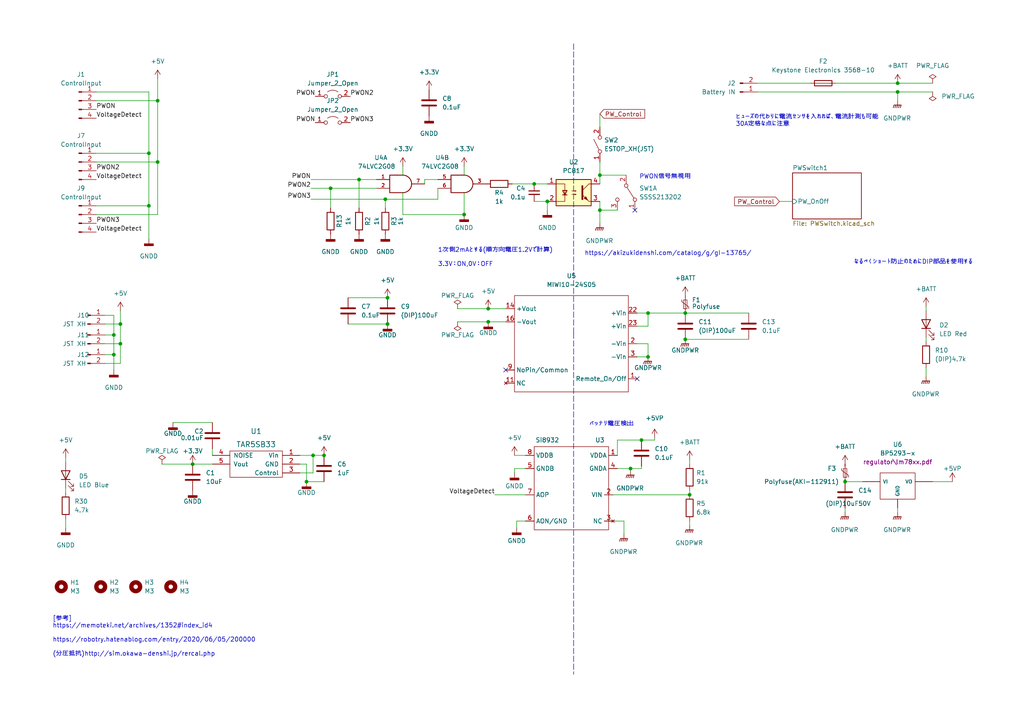
<source format=kicad_sch>
(kicad_sch (version 20211123) (generator eeschema)

  (uuid 243ae654-6e85-4f78-9e41-4ffd3d7cfc94)

  (paper "A4")

  (title_block
    (title "電源制御基板")
    (date "2023-07-14")
    (rev "2.1")
    (company "TKG")
    (comment 1 "v2.0 バッテリ/制御電源を絶縁、出力を4ch→1chに変更")
    (comment 2 "v2.1 電源電圧検出回路に非反転増幅回路を追加")
    (comment 3 "　　　PWON入力を5Vでも動作するように変更")
    (comment 4 "v2.2 3.3Vに統一、出力端子をXT60を１つ減らし、XT30を2つ追加")
    (comment 5 "v3.0 絶縁5V生成回路、絶縁電圧検出回路追加")
  )

  (lib_symbols
    (symbol "74xGxx:74LVC2G08" (pin_names (offset 1.016)) (in_bom yes) (on_board yes)
      (property "Reference" "U" (id 0) (at -2.54 3.81 0)
        (effects (font (size 1.27 1.27)))
      )
      (property "Value" "74LVC2G08" (id 1) (at 0 -3.81 0)
        (effects (font (size 1.27 1.27)))
      )
      (property "Footprint" "" (id 2) (at 0 0 0)
        (effects (font (size 1.27 1.27)) hide)
      )
      (property "Datasheet" "http://www.ti.com/lit/sg/scyt129e/scyt129e.pdf" (id 3) (at 0 0 0)
        (effects (font (size 1.27 1.27)) hide)
      )
      (property "ki_keywords" "Dual Gate AND LVC CMOS" (id 4) (at 0 0 0)
        (effects (font (size 1.27 1.27)) hide)
      )
      (property "ki_description" "Dual AND Gate, Low-Voltage CMOS" (id 5) (at 0 0 0)
        (effects (font (size 1.27 1.27)) hide)
      )
      (property "ki_fp_filters" "SSOP* VSSOP*" (id 6) (at 0 0 0)
        (effects (font (size 1.27 1.27)) hide)
      )
      (symbol "74LVC2G08_0_1"
        (arc (start 0 -2.54) (mid 2.54 0) (end 0 2.54)
          (stroke (width 0.254) (type default) (color 0 0 0 0))
          (fill (type none))
        )
        (polyline
          (pts
            (xy 0 -2.54)
            (xy -3.81 -2.54)
            (xy -3.81 2.54)
            (xy 0 2.54)
          )
          (stroke (width 0.254) (type default) (color 0 0 0 0))
          (fill (type none))
        )
        (pin power_in line (at 0 -2.54 270) (length 0) hide
          (name "GND" (effects (font (size 1.016 1.016))))
          (number "4" (effects (font (size 1.016 1.016))))
        )
        (pin power_in line (at 0 2.54 90) (length 0) hide
          (name "VCC" (effects (font (size 1.016 1.016))))
          (number "8" (effects (font (size 1.016 1.016))))
        )
      )
      (symbol "74LVC2G08_1_1"
        (pin input line (at -7.62 1.27 0) (length 3.81)
          (name "~" (effects (font (size 1.016 1.016))))
          (number "1" (effects (font (size 1.016 1.016))))
        )
        (pin input line (at -7.62 -1.27 0) (length 3.81)
          (name "~" (effects (font (size 1.016 1.016))))
          (number "2" (effects (font (size 1.016 1.016))))
        )
        (pin output line (at 6.35 0 180) (length 3.81)
          (name "~" (effects (font (size 1.016 1.016))))
          (number "7" (effects (font (size 1.016 1.016))))
        )
      )
      (symbol "74LVC2G08_2_1"
        (pin output line (at 6.35 0 180) (length 3.81)
          (name "~" (effects (font (size 1.016 1.016))))
          (number "3" (effects (font (size 1.016 1.016))))
        )
        (pin input line (at -7.62 1.27 0) (length 3.81)
          (name "~" (effects (font (size 1.016 1.016))))
          (number "5" (effects (font (size 1.016 1.016))))
        )
        (pin input line (at -7.62 -1.27 0) (length 3.81)
          (name "~" (effects (font (size 1.016 1.016))))
          (number "6" (effects (font (size 1.016 1.016))))
        )
      )
    )
    (symbol "Connector:Conn_01x02_Male" (pin_names (offset 1.016) hide) (in_bom yes) (on_board yes)
      (property "Reference" "J" (id 0) (at 0 2.54 0)
        (effects (font (size 1.27 1.27)))
      )
      (property "Value" "Conn_01x02_Male" (id 1) (at 0 -5.08 0)
        (effects (font (size 1.27 1.27)))
      )
      (property "Footprint" "" (id 2) (at 0 0 0)
        (effects (font (size 1.27 1.27)) hide)
      )
      (property "Datasheet" "~" (id 3) (at 0 0 0)
        (effects (font (size 1.27 1.27)) hide)
      )
      (property "ki_keywords" "connector" (id 4) (at 0 0 0)
        (effects (font (size 1.27 1.27)) hide)
      )
      (property "ki_description" "Generic connector, single row, 01x02, script generated (kicad-library-utils/schlib/autogen/connector/)" (id 5) (at 0 0 0)
        (effects (font (size 1.27 1.27)) hide)
      )
      (property "ki_fp_filters" "Connector*:*_1x??_*" (id 6) (at 0 0 0)
        (effects (font (size 1.27 1.27)) hide)
      )
      (symbol "Conn_01x02_Male_1_1"
        (polyline
          (pts
            (xy 1.27 -2.54)
            (xy 0.8636 -2.54)
          )
          (stroke (width 0.1524) (type default) (color 0 0 0 0))
          (fill (type none))
        )
        (polyline
          (pts
            (xy 1.27 0)
            (xy 0.8636 0)
          )
          (stroke (width 0.1524) (type default) (color 0 0 0 0))
          (fill (type none))
        )
        (rectangle (start 0.8636 -2.413) (end 0 -2.667)
          (stroke (width 0.1524) (type default) (color 0 0 0 0))
          (fill (type outline))
        )
        (rectangle (start 0.8636 0.127) (end 0 -0.127)
          (stroke (width 0.1524) (type default) (color 0 0 0 0))
          (fill (type outline))
        )
        (pin passive line (at 5.08 0 180) (length 3.81)
          (name "Pin_1" (effects (font (size 1.27 1.27))))
          (number "1" (effects (font (size 1.27 1.27))))
        )
        (pin passive line (at 5.08 -2.54 180) (length 3.81)
          (name "Pin_2" (effects (font (size 1.27 1.27))))
          (number "2" (effects (font (size 1.27 1.27))))
        )
      )
    )
    (symbol "Connector:Conn_01x04_Male" (pin_names (offset 1.016) hide) (in_bom yes) (on_board yes)
      (property "Reference" "J" (id 0) (at 0 5.08 0)
        (effects (font (size 1.27 1.27)))
      )
      (property "Value" "Conn_01x04_Male" (id 1) (at 0 -7.62 0)
        (effects (font (size 1.27 1.27)))
      )
      (property "Footprint" "" (id 2) (at 0 0 0)
        (effects (font (size 1.27 1.27)) hide)
      )
      (property "Datasheet" "~" (id 3) (at 0 0 0)
        (effects (font (size 1.27 1.27)) hide)
      )
      (property "ki_keywords" "connector" (id 4) (at 0 0 0)
        (effects (font (size 1.27 1.27)) hide)
      )
      (property "ki_description" "Generic connector, single row, 01x04, script generated (kicad-library-utils/schlib/autogen/connector/)" (id 5) (at 0 0 0)
        (effects (font (size 1.27 1.27)) hide)
      )
      (property "ki_fp_filters" "Connector*:*_1x??_*" (id 6) (at 0 0 0)
        (effects (font (size 1.27 1.27)) hide)
      )
      (symbol "Conn_01x04_Male_1_1"
        (polyline
          (pts
            (xy 1.27 -5.08)
            (xy 0.8636 -5.08)
          )
          (stroke (width 0.1524) (type default) (color 0 0 0 0))
          (fill (type none))
        )
        (polyline
          (pts
            (xy 1.27 -2.54)
            (xy 0.8636 -2.54)
          )
          (stroke (width 0.1524) (type default) (color 0 0 0 0))
          (fill (type none))
        )
        (polyline
          (pts
            (xy 1.27 0)
            (xy 0.8636 0)
          )
          (stroke (width 0.1524) (type default) (color 0 0 0 0))
          (fill (type none))
        )
        (polyline
          (pts
            (xy 1.27 2.54)
            (xy 0.8636 2.54)
          )
          (stroke (width 0.1524) (type default) (color 0 0 0 0))
          (fill (type none))
        )
        (rectangle (start 0.8636 -4.953) (end 0 -5.207)
          (stroke (width 0.1524) (type default) (color 0 0 0 0))
          (fill (type outline))
        )
        (rectangle (start 0.8636 -2.413) (end 0 -2.667)
          (stroke (width 0.1524) (type default) (color 0 0 0 0))
          (fill (type outline))
        )
        (rectangle (start 0.8636 0.127) (end 0 -0.127)
          (stroke (width 0.1524) (type default) (color 0 0 0 0))
          (fill (type outline))
        )
        (rectangle (start 0.8636 2.667) (end 0 2.413)
          (stroke (width 0.1524) (type default) (color 0 0 0 0))
          (fill (type outline))
        )
        (pin passive line (at 5.08 2.54 180) (length 3.81)
          (name "Pin_1" (effects (font (size 1.27 1.27))))
          (number "1" (effects (font (size 1.27 1.27))))
        )
        (pin passive line (at 5.08 0 180) (length 3.81)
          (name "Pin_2" (effects (font (size 1.27 1.27))))
          (number "2" (effects (font (size 1.27 1.27))))
        )
        (pin passive line (at 5.08 -2.54 180) (length 3.81)
          (name "Pin_3" (effects (font (size 1.27 1.27))))
          (number "3" (effects (font (size 1.27 1.27))))
        )
        (pin passive line (at 5.08 -5.08 180) (length 3.81)
          (name "Pin_4" (effects (font (size 1.27 1.27))))
          (number "4" (effects (font (size 1.27 1.27))))
        )
      )
    )
    (symbol "Device:C" (pin_numbers hide) (pin_names (offset 0.254)) (in_bom yes) (on_board yes)
      (property "Reference" "C" (id 0) (at 0.635 2.54 0)
        (effects (font (size 1.27 1.27)) (justify left))
      )
      (property "Value" "C" (id 1) (at 0.635 -2.54 0)
        (effects (font (size 1.27 1.27)) (justify left))
      )
      (property "Footprint" "" (id 2) (at 0.9652 -3.81 0)
        (effects (font (size 1.27 1.27)) hide)
      )
      (property "Datasheet" "~" (id 3) (at 0 0 0)
        (effects (font (size 1.27 1.27)) hide)
      )
      (property "ki_keywords" "cap capacitor" (id 4) (at 0 0 0)
        (effects (font (size 1.27 1.27)) hide)
      )
      (property "ki_description" "Unpolarized capacitor" (id 5) (at 0 0 0)
        (effects (font (size 1.27 1.27)) hide)
      )
      (property "ki_fp_filters" "C_*" (id 6) (at 0 0 0)
        (effects (font (size 1.27 1.27)) hide)
      )
      (symbol "C_0_1"
        (polyline
          (pts
            (xy -2.032 -0.762)
            (xy 2.032 -0.762)
          )
          (stroke (width 0.508) (type default) (color 0 0 0 0))
          (fill (type none))
        )
        (polyline
          (pts
            (xy -2.032 0.762)
            (xy 2.032 0.762)
          )
          (stroke (width 0.508) (type default) (color 0 0 0 0))
          (fill (type none))
        )
      )
      (symbol "C_1_1"
        (pin passive line (at 0 3.81 270) (length 2.794)
          (name "~" (effects (font (size 1.27 1.27))))
          (number "1" (effects (font (size 1.27 1.27))))
        )
        (pin passive line (at 0 -3.81 90) (length 2.794)
          (name "~" (effects (font (size 1.27 1.27))))
          (number "2" (effects (font (size 1.27 1.27))))
        )
      )
    )
    (symbol "Device:C_Small" (pin_numbers hide) (pin_names (offset 0.254) hide) (in_bom yes) (on_board yes)
      (property "Reference" "C" (id 0) (at 0.254 1.778 0)
        (effects (font (size 1.27 1.27)) (justify left))
      )
      (property "Value" "C_Small" (id 1) (at 0.254 -2.032 0)
        (effects (font (size 1.27 1.27)) (justify left))
      )
      (property "Footprint" "" (id 2) (at 0 0 0)
        (effects (font (size 1.27 1.27)) hide)
      )
      (property "Datasheet" "~" (id 3) (at 0 0 0)
        (effects (font (size 1.27 1.27)) hide)
      )
      (property "ki_keywords" "capacitor cap" (id 4) (at 0 0 0)
        (effects (font (size 1.27 1.27)) hide)
      )
      (property "ki_description" "Unpolarized capacitor, small symbol" (id 5) (at 0 0 0)
        (effects (font (size 1.27 1.27)) hide)
      )
      (property "ki_fp_filters" "C_*" (id 6) (at 0 0 0)
        (effects (font (size 1.27 1.27)) hide)
      )
      (symbol "C_Small_0_1"
        (polyline
          (pts
            (xy -1.524 -0.508)
            (xy 1.524 -0.508)
          )
          (stroke (width 0.3302) (type default) (color 0 0 0 0))
          (fill (type none))
        )
        (polyline
          (pts
            (xy -1.524 0.508)
            (xy 1.524 0.508)
          )
          (stroke (width 0.3048) (type default) (color 0 0 0 0))
          (fill (type none))
        )
      )
      (symbol "C_Small_1_1"
        (pin passive line (at 0 2.54 270) (length 2.032)
          (name "~" (effects (font (size 1.27 1.27))))
          (number "1" (effects (font (size 1.27 1.27))))
        )
        (pin passive line (at 0 -2.54 90) (length 2.032)
          (name "~" (effects (font (size 1.27 1.27))))
          (number "2" (effects (font (size 1.27 1.27))))
        )
      )
    )
    (symbol "Device:Fuse" (pin_numbers hide) (pin_names (offset 0)) (in_bom yes) (on_board yes)
      (property "Reference" "F" (id 0) (at 2.032 0 90)
        (effects (font (size 1.27 1.27)))
      )
      (property "Value" "Fuse" (id 1) (at -1.905 0 90)
        (effects (font (size 1.27 1.27)))
      )
      (property "Footprint" "" (id 2) (at -1.778 0 90)
        (effects (font (size 1.27 1.27)) hide)
      )
      (property "Datasheet" "~" (id 3) (at 0 0 0)
        (effects (font (size 1.27 1.27)) hide)
      )
      (property "ki_keywords" "fuse" (id 4) (at 0 0 0)
        (effects (font (size 1.27 1.27)) hide)
      )
      (property "ki_description" "Fuse" (id 5) (at 0 0 0)
        (effects (font (size 1.27 1.27)) hide)
      )
      (property "ki_fp_filters" "*Fuse*" (id 6) (at 0 0 0)
        (effects (font (size 1.27 1.27)) hide)
      )
      (symbol "Fuse_0_1"
        (rectangle (start -0.762 -2.54) (end 0.762 2.54)
          (stroke (width 0.254) (type default) (color 0 0 0 0))
          (fill (type none))
        )
        (polyline
          (pts
            (xy 0 2.54)
            (xy 0 -2.54)
          )
          (stroke (width 0) (type default) (color 0 0 0 0))
          (fill (type none))
        )
      )
      (symbol "Fuse_1_1"
        (pin passive line (at 0 3.81 270) (length 1.27)
          (name "~" (effects (font (size 1.27 1.27))))
          (number "1" (effects (font (size 1.27 1.27))))
        )
        (pin passive line (at 0 -3.81 90) (length 1.27)
          (name "~" (effects (font (size 1.27 1.27))))
          (number "2" (effects (font (size 1.27 1.27))))
        )
      )
    )
    (symbol "Device:LED" (pin_numbers hide) (pin_names (offset 1.016) hide) (in_bom yes) (on_board yes)
      (property "Reference" "D" (id 0) (at 0 2.54 0)
        (effects (font (size 1.27 1.27)))
      )
      (property "Value" "LED" (id 1) (at 0 -2.54 0)
        (effects (font (size 1.27 1.27)))
      )
      (property "Footprint" "" (id 2) (at 0 0 0)
        (effects (font (size 1.27 1.27)) hide)
      )
      (property "Datasheet" "~" (id 3) (at 0 0 0)
        (effects (font (size 1.27 1.27)) hide)
      )
      (property "ki_keywords" "LED diode" (id 4) (at 0 0 0)
        (effects (font (size 1.27 1.27)) hide)
      )
      (property "ki_description" "Light emitting diode" (id 5) (at 0 0 0)
        (effects (font (size 1.27 1.27)) hide)
      )
      (property "ki_fp_filters" "LED* LED_SMD:* LED_THT:*" (id 6) (at 0 0 0)
        (effects (font (size 1.27 1.27)) hide)
      )
      (symbol "LED_0_1"
        (polyline
          (pts
            (xy -1.27 -1.27)
            (xy -1.27 1.27)
          )
          (stroke (width 0.254) (type default) (color 0 0 0 0))
          (fill (type none))
        )
        (polyline
          (pts
            (xy -1.27 0)
            (xy 1.27 0)
          )
          (stroke (width 0) (type default) (color 0 0 0 0))
          (fill (type none))
        )
        (polyline
          (pts
            (xy 1.27 -1.27)
            (xy 1.27 1.27)
            (xy -1.27 0)
            (xy 1.27 -1.27)
          )
          (stroke (width 0.254) (type default) (color 0 0 0 0))
          (fill (type none))
        )
        (polyline
          (pts
            (xy -3.048 -0.762)
            (xy -4.572 -2.286)
            (xy -3.81 -2.286)
            (xy -4.572 -2.286)
            (xy -4.572 -1.524)
          )
          (stroke (width 0) (type default) (color 0 0 0 0))
          (fill (type none))
        )
        (polyline
          (pts
            (xy -1.778 -0.762)
            (xy -3.302 -2.286)
            (xy -2.54 -2.286)
            (xy -3.302 -2.286)
            (xy -3.302 -1.524)
          )
          (stroke (width 0) (type default) (color 0 0 0 0))
          (fill (type none))
        )
      )
      (symbol "LED_1_1"
        (pin passive line (at -3.81 0 0) (length 2.54)
          (name "K" (effects (font (size 1.27 1.27))))
          (number "1" (effects (font (size 1.27 1.27))))
        )
        (pin passive line (at 3.81 0 180) (length 2.54)
          (name "A" (effects (font (size 1.27 1.27))))
          (number "2" (effects (font (size 1.27 1.27))))
        )
      )
    )
    (symbol "Device:Polyfuse_Small" (pin_numbers hide) (pin_names (offset 0)) (in_bom yes) (on_board yes)
      (property "Reference" "F" (id 0) (at -1.905 0 90)
        (effects (font (size 1.27 1.27)))
      )
      (property "Value" "Polyfuse_Small" (id 1) (at 1.905 0 90)
        (effects (font (size 1.27 1.27)))
      )
      (property "Footprint" "" (id 2) (at 1.27 -5.08 0)
        (effects (font (size 1.27 1.27)) (justify left) hide)
      )
      (property "Datasheet" "~" (id 3) (at 0 0 0)
        (effects (font (size 1.27 1.27)) hide)
      )
      (property "ki_keywords" "resettable fuse PTC PPTC polyfuse polyswitch" (id 4) (at 0 0 0)
        (effects (font (size 1.27 1.27)) hide)
      )
      (property "ki_description" "Resettable fuse, polymeric positive temperature coefficient, small symbol" (id 5) (at 0 0 0)
        (effects (font (size 1.27 1.27)) hide)
      )
      (property "ki_fp_filters" "*polyfuse* *PTC*" (id 6) (at 0 0 0)
        (effects (font (size 1.27 1.27)) hide)
      )
      (symbol "Polyfuse_Small_0_1"
        (rectangle (start -0.508 1.27) (end 0.508 -1.27)
          (stroke (width 0) (type default) (color 0 0 0 0))
          (fill (type none))
        )
        (polyline
          (pts
            (xy 0 2.54)
            (xy 0 -2.54)
          )
          (stroke (width 0) (type default) (color 0 0 0 0))
          (fill (type none))
        )
        (polyline
          (pts
            (xy -1.016 1.27)
            (xy -1.016 0.762)
            (xy 1.016 -0.762)
            (xy 1.016 -1.27)
          )
          (stroke (width 0) (type default) (color 0 0 0 0))
          (fill (type none))
        )
      )
      (symbol "Polyfuse_Small_1_1"
        (pin passive line (at 0 2.54 270) (length 0.635)
          (name "~" (effects (font (size 1.27 1.27))))
          (number "1" (effects (font (size 1.27 1.27))))
        )
        (pin passive line (at 0 -2.54 90) (length 0.635)
          (name "~" (effects (font (size 1.27 1.27))))
          (number "2" (effects (font (size 1.27 1.27))))
        )
      )
    )
    (symbol "Device:R" (pin_numbers hide) (pin_names (offset 0)) (in_bom yes) (on_board yes)
      (property "Reference" "R" (id 0) (at 2.032 0 90)
        (effects (font (size 1.27 1.27)))
      )
      (property "Value" "R" (id 1) (at 0 0 90)
        (effects (font (size 1.27 1.27)))
      )
      (property "Footprint" "" (id 2) (at -1.778 0 90)
        (effects (font (size 1.27 1.27)) hide)
      )
      (property "Datasheet" "~" (id 3) (at 0 0 0)
        (effects (font (size 1.27 1.27)) hide)
      )
      (property "ki_keywords" "R res resistor" (id 4) (at 0 0 0)
        (effects (font (size 1.27 1.27)) hide)
      )
      (property "ki_description" "Resistor" (id 5) (at 0 0 0)
        (effects (font (size 1.27 1.27)) hide)
      )
      (property "ki_fp_filters" "R_*" (id 6) (at 0 0 0)
        (effects (font (size 1.27 1.27)) hide)
      )
      (symbol "R_0_1"
        (rectangle (start -1.016 -2.54) (end 1.016 2.54)
          (stroke (width 0.254) (type default) (color 0 0 0 0))
          (fill (type none))
        )
      )
      (symbol "R_1_1"
        (pin passive line (at 0 3.81 270) (length 1.27)
          (name "~" (effects (font (size 1.27 1.27))))
          (number "1" (effects (font (size 1.27 1.27))))
        )
        (pin passive line (at 0 -3.81 90) (length 1.27)
          (name "~" (effects (font (size 1.27 1.27))))
          (number "2" (effects (font (size 1.27 1.27))))
        )
      )
    )
    (symbol "Isolator:PC817" (pin_names (offset 1.016)) (in_bom yes) (on_board yes)
      (property "Reference" "U" (id 0) (at -5.08 5.08 0)
        (effects (font (size 1.27 1.27)) (justify left))
      )
      (property "Value" "PC817" (id 1) (at 0 5.08 0)
        (effects (font (size 1.27 1.27)) (justify left))
      )
      (property "Footprint" "Package_DIP:DIP-4_W7.62mm" (id 2) (at -5.08 -5.08 0)
        (effects (font (size 1.27 1.27) italic) (justify left) hide)
      )
      (property "Datasheet" "http://www.soselectronic.cz/a_info/resource/d/pc817.pdf" (id 3) (at 0 0 0)
        (effects (font (size 1.27 1.27)) (justify left) hide)
      )
      (property "ki_keywords" "NPN DC Optocoupler" (id 4) (at 0 0 0)
        (effects (font (size 1.27 1.27)) hide)
      )
      (property "ki_description" "DC Optocoupler, Vce 35V, CTR 50-300%, DIP-4" (id 5) (at 0 0 0)
        (effects (font (size 1.27 1.27)) hide)
      )
      (property "ki_fp_filters" "DIP*W7.62mm*" (id 6) (at 0 0 0)
        (effects (font (size 1.27 1.27)) hide)
      )
      (symbol "PC817_0_1"
        (rectangle (start -5.08 3.81) (end 5.08 -3.81)
          (stroke (width 0.254) (type default) (color 0 0 0 0))
          (fill (type background))
        )
        (polyline
          (pts
            (xy -3.175 -0.635)
            (xy -1.905 -0.635)
          )
          (stroke (width 0.254) (type default) (color 0 0 0 0))
          (fill (type none))
        )
        (polyline
          (pts
            (xy 2.54 0.635)
            (xy 4.445 2.54)
          )
          (stroke (width 0) (type default) (color 0 0 0 0))
          (fill (type none))
        )
        (polyline
          (pts
            (xy 4.445 -2.54)
            (xy 2.54 -0.635)
          )
          (stroke (width 0) (type default) (color 0 0 0 0))
          (fill (type outline))
        )
        (polyline
          (pts
            (xy 4.445 -2.54)
            (xy 5.08 -2.54)
          )
          (stroke (width 0) (type default) (color 0 0 0 0))
          (fill (type none))
        )
        (polyline
          (pts
            (xy 4.445 2.54)
            (xy 5.08 2.54)
          )
          (stroke (width 0) (type default) (color 0 0 0 0))
          (fill (type none))
        )
        (polyline
          (pts
            (xy -5.08 2.54)
            (xy -2.54 2.54)
            (xy -2.54 -0.635)
          )
          (stroke (width 0) (type default) (color 0 0 0 0))
          (fill (type none))
        )
        (polyline
          (pts
            (xy -2.54 -0.635)
            (xy -2.54 -2.54)
            (xy -5.08 -2.54)
          )
          (stroke (width 0) (type default) (color 0 0 0 0))
          (fill (type none))
        )
        (polyline
          (pts
            (xy 2.54 1.905)
            (xy 2.54 -1.905)
            (xy 2.54 -1.905)
          )
          (stroke (width 0.508) (type default) (color 0 0 0 0))
          (fill (type none))
        )
        (polyline
          (pts
            (xy -2.54 -0.635)
            (xy -3.175 0.635)
            (xy -1.905 0.635)
            (xy -2.54 -0.635)
          )
          (stroke (width 0.254) (type default) (color 0 0 0 0))
          (fill (type none))
        )
        (polyline
          (pts
            (xy -0.508 -0.508)
            (xy 0.762 -0.508)
            (xy 0.381 -0.635)
            (xy 0.381 -0.381)
            (xy 0.762 -0.508)
          )
          (stroke (width 0) (type default) (color 0 0 0 0))
          (fill (type none))
        )
        (polyline
          (pts
            (xy -0.508 0.508)
            (xy 0.762 0.508)
            (xy 0.381 0.381)
            (xy 0.381 0.635)
            (xy 0.762 0.508)
          )
          (stroke (width 0) (type default) (color 0 0 0 0))
          (fill (type none))
        )
        (polyline
          (pts
            (xy 3.048 -1.651)
            (xy 3.556 -1.143)
            (xy 4.064 -2.159)
            (xy 3.048 -1.651)
            (xy 3.048 -1.651)
          )
          (stroke (width 0) (type default) (color 0 0 0 0))
          (fill (type outline))
        )
      )
      (symbol "PC817_1_1"
        (pin passive line (at -7.62 2.54 0) (length 2.54)
          (name "~" (effects (font (size 1.27 1.27))))
          (number "1" (effects (font (size 1.27 1.27))))
        )
        (pin passive line (at -7.62 -2.54 0) (length 2.54)
          (name "~" (effects (font (size 1.27 1.27))))
          (number "2" (effects (font (size 1.27 1.27))))
        )
        (pin passive line (at 7.62 -2.54 180) (length 2.54)
          (name "~" (effects (font (size 1.27 1.27))))
          (number "3" (effects (font (size 1.27 1.27))))
        )
        (pin passive line (at 7.62 2.54 180) (length 2.54)
          (name "~" (effects (font (size 1.27 1.27))))
          (number "4" (effects (font (size 1.27 1.27))))
        )
      )
    )
    (symbol "Jumper:Jumper_2_Open" (pin_names (offset 0) hide) (in_bom yes) (on_board yes)
      (property "Reference" "JP" (id 0) (at 0 2.794 0)
        (effects (font (size 1.27 1.27)))
      )
      (property "Value" "Jumper_2_Open" (id 1) (at 0 -2.286 0)
        (effects (font (size 1.27 1.27)))
      )
      (property "Footprint" "" (id 2) (at 0 0 0)
        (effects (font (size 1.27 1.27)) hide)
      )
      (property "Datasheet" "~" (id 3) (at 0 0 0)
        (effects (font (size 1.27 1.27)) hide)
      )
      (property "ki_keywords" "Jumper SPST" (id 4) (at 0 0 0)
        (effects (font (size 1.27 1.27)) hide)
      )
      (property "ki_description" "Jumper, 2-pole, open" (id 5) (at 0 0 0)
        (effects (font (size 1.27 1.27)) hide)
      )
      (property "ki_fp_filters" "Jumper* TestPoint*2Pads* TestPoint*Bridge*" (id 6) (at 0 0 0)
        (effects (font (size 1.27 1.27)) hide)
      )
      (symbol "Jumper_2_Open_0_0"
        (circle (center -2.032 0) (radius 0.508)
          (stroke (width 0) (type default) (color 0 0 0 0))
          (fill (type none))
        )
        (circle (center 2.032 0) (radius 0.508)
          (stroke (width 0) (type default) (color 0 0 0 0))
          (fill (type none))
        )
      )
      (symbol "Jumper_2_Open_0_1"
        (arc (start 1.524 1.27) (mid 0 1.778) (end -1.524 1.27)
          (stroke (width 0) (type default) (color 0 0 0 0))
          (fill (type none))
        )
      )
      (symbol "Jumper_2_Open_1_1"
        (pin passive line (at -5.08 0 0) (length 2.54)
          (name "A" (effects (font (size 1.27 1.27))))
          (number "1" (effects (font (size 1.27 1.27))))
        )
        (pin passive line (at 5.08 0 180) (length 2.54)
          (name "B" (effects (font (size 1.27 1.27))))
          (number "2" (effects (font (size 1.27 1.27))))
        )
      )
    )
    (symbol "Mechanical:MountingHole" (pin_names (offset 1.016)) (in_bom yes) (on_board yes)
      (property "Reference" "H" (id 0) (at 0 5.08 0)
        (effects (font (size 1.27 1.27)))
      )
      (property "Value" "MountingHole" (id 1) (at 0 3.175 0)
        (effects (font (size 1.27 1.27)))
      )
      (property "Footprint" "" (id 2) (at 0 0 0)
        (effects (font (size 1.27 1.27)) hide)
      )
      (property "Datasheet" "~" (id 3) (at 0 0 0)
        (effects (font (size 1.27 1.27)) hide)
      )
      (property "ki_keywords" "mounting hole" (id 4) (at 0 0 0)
        (effects (font (size 1.27 1.27)) hide)
      )
      (property "ki_description" "Mounting Hole without connection" (id 5) (at 0 0 0)
        (effects (font (size 1.27 1.27)) hide)
      )
      (property "ki_fp_filters" "MountingHole*" (id 6) (at 0 0 0)
        (effects (font (size 1.27 1.27)) hide)
      )
      (symbol "MountingHole_0_1"
        (circle (center 0 0) (radius 1.27)
          (stroke (width 1.27) (type default) (color 0 0 0 0))
          (fill (type none))
        )
      )
    )
    (symbol "Switch:SW_DPDT_x2" (pin_names (offset 0) hide) (in_bom yes) (on_board yes)
      (property "Reference" "SW" (id 0) (at 0 4.318 0)
        (effects (font (size 1.27 1.27)))
      )
      (property "Value" "SW_DPDT_x2" (id 1) (at 0 -5.08 0)
        (effects (font (size 1.27 1.27)))
      )
      (property "Footprint" "" (id 2) (at 0 0 0)
        (effects (font (size 1.27 1.27)) hide)
      )
      (property "Datasheet" "~" (id 3) (at 0 0 0)
        (effects (font (size 1.27 1.27)) hide)
      )
      (property "ki_keywords" "switch dual-pole double-throw DPDT spdt ON-ON" (id 4) (at 0 0 0)
        (effects (font (size 1.27 1.27)) hide)
      )
      (property "ki_description" "Switch, dual pole double throw, separate symbols" (id 5) (at 0 0 0)
        (effects (font (size 1.27 1.27)) hide)
      )
      (property "ki_fp_filters" "SW*DPDT*" (id 6) (at 0 0 0)
        (effects (font (size 1.27 1.27)) hide)
      )
      (symbol "SW_DPDT_x2_0_0"
        (circle (center -2.032 0) (radius 0.508)
          (stroke (width 0) (type default) (color 0 0 0 0))
          (fill (type none))
        )
        (circle (center 2.032 -2.54) (radius 0.508)
          (stroke (width 0) (type default) (color 0 0 0 0))
          (fill (type none))
        )
      )
      (symbol "SW_DPDT_x2_0_1"
        (polyline
          (pts
            (xy -1.524 0.254)
            (xy 1.651 2.286)
          )
          (stroke (width 0) (type default) (color 0 0 0 0))
          (fill (type none))
        )
        (circle (center 2.032 2.54) (radius 0.508)
          (stroke (width 0) (type default) (color 0 0 0 0))
          (fill (type none))
        )
      )
      (symbol "SW_DPDT_x2_1_1"
        (pin passive line (at 5.08 2.54 180) (length 2.54)
          (name "A" (effects (font (size 1.27 1.27))))
          (number "1" (effects (font (size 1.27 1.27))))
        )
        (pin passive line (at -5.08 0 0) (length 2.54)
          (name "B" (effects (font (size 1.27 1.27))))
          (number "2" (effects (font (size 1.27 1.27))))
        )
        (pin passive line (at 5.08 -2.54 180) (length 2.54)
          (name "C" (effects (font (size 1.27 1.27))))
          (number "3" (effects (font (size 1.27 1.27))))
        )
      )
      (symbol "SW_DPDT_x2_2_1"
        (pin passive line (at 5.08 2.54 180) (length 2.54)
          (name "A" (effects (font (size 1.27 1.27))))
          (number "4" (effects (font (size 1.27 1.27))))
        )
        (pin passive line (at -5.08 0 0) (length 2.54)
          (name "B" (effects (font (size 1.27 1.27))))
          (number "5" (effects (font (size 1.27 1.27))))
        )
        (pin passive line (at 5.08 -2.54 180) (length 2.54)
          (name "C" (effects (font (size 1.27 1.27))))
          (number "6" (effects (font (size 1.27 1.27))))
        )
      )
    )
    (symbol "Switch:SW_SPST" (pin_names (offset 0) hide) (in_bom yes) (on_board yes)
      (property "Reference" "SW" (id 0) (at 0 3.175 0)
        (effects (font (size 1.27 1.27)))
      )
      (property "Value" "SW_SPST" (id 1) (at 0 -2.54 0)
        (effects (font (size 1.27 1.27)))
      )
      (property "Footprint" "" (id 2) (at 0 0 0)
        (effects (font (size 1.27 1.27)) hide)
      )
      (property "Datasheet" "~" (id 3) (at 0 0 0)
        (effects (font (size 1.27 1.27)) hide)
      )
      (property "ki_keywords" "switch lever" (id 4) (at 0 0 0)
        (effects (font (size 1.27 1.27)) hide)
      )
      (property "ki_description" "Single Pole Single Throw (SPST) switch" (id 5) (at 0 0 0)
        (effects (font (size 1.27 1.27)) hide)
      )
      (symbol "SW_SPST_0_0"
        (circle (center -2.032 0) (radius 0.508)
          (stroke (width 0) (type default) (color 0 0 0 0))
          (fill (type none))
        )
        (polyline
          (pts
            (xy -1.524 0.254)
            (xy 1.524 1.778)
          )
          (stroke (width 0) (type default) (color 0 0 0 0))
          (fill (type none))
        )
        (circle (center 2.032 0) (radius 0.508)
          (stroke (width 0) (type default) (color 0 0 0 0))
          (fill (type none))
        )
      )
      (symbol "SW_SPST_1_1"
        (pin passive line (at -5.08 0 0) (length 2.54)
          (name "A" (effects (font (size 1.27 1.27))))
          (number "1" (effects (font (size 1.27 1.27))))
        )
        (pin passive line (at 5.08 0 180) (length 2.54)
          (name "B" (effects (font (size 1.27 1.27))))
          (number "2" (effects (font (size 1.27 1.27))))
        )
      )
    )
    (symbol "power:+3.3V" (power) (pin_names (offset 0)) (in_bom yes) (on_board yes)
      (property "Reference" "#PWR" (id 0) (at 0 -3.81 0)
        (effects (font (size 1.27 1.27)) hide)
      )
      (property "Value" "+3.3V" (id 1) (at 0 3.556 0)
        (effects (font (size 1.27 1.27)))
      )
      (property "Footprint" "" (id 2) (at 0 0 0)
        (effects (font (size 1.27 1.27)) hide)
      )
      (property "Datasheet" "" (id 3) (at 0 0 0)
        (effects (font (size 1.27 1.27)) hide)
      )
      (property "ki_keywords" "power-flag" (id 4) (at 0 0 0)
        (effects (font (size 1.27 1.27)) hide)
      )
      (property "ki_description" "Power symbol creates a global label with name \"+3.3V\"" (id 5) (at 0 0 0)
        (effects (font (size 1.27 1.27)) hide)
      )
      (symbol "+3.3V_0_1"
        (polyline
          (pts
            (xy -0.762 1.27)
            (xy 0 2.54)
          )
          (stroke (width 0) (type default) (color 0 0 0 0))
          (fill (type none))
        )
        (polyline
          (pts
            (xy 0 0)
            (xy 0 2.54)
          )
          (stroke (width 0) (type default) (color 0 0 0 0))
          (fill (type none))
        )
        (polyline
          (pts
            (xy 0 2.54)
            (xy 0.762 1.27)
          )
          (stroke (width 0) (type default) (color 0 0 0 0))
          (fill (type none))
        )
      )
      (symbol "+3.3V_1_1"
        (pin power_in line (at 0 0 90) (length 0) hide
          (name "+3.3V" (effects (font (size 1.27 1.27))))
          (number "1" (effects (font (size 1.27 1.27))))
        )
      )
    )
    (symbol "power:+5V" (power) (pin_names (offset 0)) (in_bom yes) (on_board yes)
      (property "Reference" "#PWR" (id 0) (at 0 -3.81 0)
        (effects (font (size 1.27 1.27)) hide)
      )
      (property "Value" "+5V" (id 1) (at 0 3.556 0)
        (effects (font (size 1.27 1.27)))
      )
      (property "Footprint" "" (id 2) (at 0 0 0)
        (effects (font (size 1.27 1.27)) hide)
      )
      (property "Datasheet" "" (id 3) (at 0 0 0)
        (effects (font (size 1.27 1.27)) hide)
      )
      (property "ki_keywords" "power-flag" (id 4) (at 0 0 0)
        (effects (font (size 1.27 1.27)) hide)
      )
      (property "ki_description" "Power symbol creates a global label with name \"+5V\"" (id 5) (at 0 0 0)
        (effects (font (size 1.27 1.27)) hide)
      )
      (symbol "+5V_0_1"
        (polyline
          (pts
            (xy -0.762 1.27)
            (xy 0 2.54)
          )
          (stroke (width 0) (type default) (color 0 0 0 0))
          (fill (type none))
        )
        (polyline
          (pts
            (xy 0 0)
            (xy 0 2.54)
          )
          (stroke (width 0) (type default) (color 0 0 0 0))
          (fill (type none))
        )
        (polyline
          (pts
            (xy 0 2.54)
            (xy 0.762 1.27)
          )
          (stroke (width 0) (type default) (color 0 0 0 0))
          (fill (type none))
        )
      )
      (symbol "+5V_1_1"
        (pin power_in line (at 0 0 90) (length 0) hide
          (name "+5V" (effects (font (size 1.27 1.27))))
          (number "1" (effects (font (size 1.27 1.27))))
        )
      )
    )
    (symbol "power:+5VP" (power) (pin_names (offset 0)) (in_bom yes) (on_board yes)
      (property "Reference" "#PWR" (id 0) (at 0 -3.81 0)
        (effects (font (size 1.27 1.27)) hide)
      )
      (property "Value" "+5VP" (id 1) (at 0 3.556 0)
        (effects (font (size 1.27 1.27)))
      )
      (property "Footprint" "" (id 2) (at 0 0 0)
        (effects (font (size 1.27 1.27)) hide)
      )
      (property "Datasheet" "" (id 3) (at 0 0 0)
        (effects (font (size 1.27 1.27)) hide)
      )
      (property "ki_keywords" "power-flag" (id 4) (at 0 0 0)
        (effects (font (size 1.27 1.27)) hide)
      )
      (property "ki_description" "Power symbol creates a global label with name \"+5VP\"" (id 5) (at 0 0 0)
        (effects (font (size 1.27 1.27)) hide)
      )
      (symbol "+5VP_0_1"
        (polyline
          (pts
            (xy -0.762 1.27)
            (xy 0 2.54)
          )
          (stroke (width 0) (type default) (color 0 0 0 0))
          (fill (type none))
        )
        (polyline
          (pts
            (xy 0 0)
            (xy 0 2.54)
          )
          (stroke (width 0) (type default) (color 0 0 0 0))
          (fill (type none))
        )
        (polyline
          (pts
            (xy 0 2.54)
            (xy 0.762 1.27)
          )
          (stroke (width 0) (type default) (color 0 0 0 0))
          (fill (type none))
        )
      )
      (symbol "+5VP_1_1"
        (pin power_in line (at 0 0 90) (length 0) hide
          (name "+5VP" (effects (font (size 1.27 1.27))))
          (number "1" (effects (font (size 1.27 1.27))))
        )
      )
    )
    (symbol "power:+BATT" (power) (pin_names (offset 0)) (in_bom yes) (on_board yes)
      (property "Reference" "#PWR" (id 0) (at 0 -3.81 0)
        (effects (font (size 1.27 1.27)) hide)
      )
      (property "Value" "+BATT" (id 1) (at 0 3.556 0)
        (effects (font (size 1.27 1.27)))
      )
      (property "Footprint" "" (id 2) (at 0 0 0)
        (effects (font (size 1.27 1.27)) hide)
      )
      (property "Datasheet" "" (id 3) (at 0 0 0)
        (effects (font (size 1.27 1.27)) hide)
      )
      (property "ki_keywords" "power-flag battery" (id 4) (at 0 0 0)
        (effects (font (size 1.27 1.27)) hide)
      )
      (property "ki_description" "Power symbol creates a global label with name \"+BATT\"" (id 5) (at 0 0 0)
        (effects (font (size 1.27 1.27)) hide)
      )
      (symbol "+BATT_0_1"
        (polyline
          (pts
            (xy -0.762 1.27)
            (xy 0 2.54)
          )
          (stroke (width 0) (type default) (color 0 0 0 0))
          (fill (type none))
        )
        (polyline
          (pts
            (xy 0 0)
            (xy 0 2.54)
          )
          (stroke (width 0) (type default) (color 0 0 0 0))
          (fill (type none))
        )
        (polyline
          (pts
            (xy 0 2.54)
            (xy 0.762 1.27)
          )
          (stroke (width 0) (type default) (color 0 0 0 0))
          (fill (type none))
        )
      )
      (symbol "+BATT_1_1"
        (pin power_in line (at 0 0 90) (length 0) hide
          (name "+BATT" (effects (font (size 1.27 1.27))))
          (number "1" (effects (font (size 1.27 1.27))))
        )
      )
    )
    (symbol "power:GNDD" (power) (pin_names (offset 0)) (in_bom yes) (on_board yes)
      (property "Reference" "#PWR" (id 0) (at 0 -6.35 0)
        (effects (font (size 1.27 1.27)) hide)
      )
      (property "Value" "GNDD" (id 1) (at 0 -3.175 0)
        (effects (font (size 1.27 1.27)))
      )
      (property "Footprint" "" (id 2) (at 0 0 0)
        (effects (font (size 1.27 1.27)) hide)
      )
      (property "Datasheet" "" (id 3) (at 0 0 0)
        (effects (font (size 1.27 1.27)) hide)
      )
      (property "ki_keywords" "power-flag" (id 4) (at 0 0 0)
        (effects (font (size 1.27 1.27)) hide)
      )
      (property "ki_description" "Power symbol creates a global label with name \"GNDD\" , digital ground" (id 5) (at 0 0 0)
        (effects (font (size 1.27 1.27)) hide)
      )
      (symbol "GNDD_0_1"
        (rectangle (start -1.27 -1.524) (end 1.27 -2.032)
          (stroke (width 0.254) (type default) (color 0 0 0 0))
          (fill (type outline))
        )
        (polyline
          (pts
            (xy 0 0)
            (xy 0 -1.524)
          )
          (stroke (width 0) (type default) (color 0 0 0 0))
          (fill (type none))
        )
      )
      (symbol "GNDD_1_1"
        (pin power_in line (at 0 0 270) (length 0) hide
          (name "GNDD" (effects (font (size 1.27 1.27))))
          (number "1" (effects (font (size 1.27 1.27))))
        )
      )
    )
    (symbol "power:GNDPWR" (power) (pin_names (offset 0)) (in_bom yes) (on_board yes)
      (property "Reference" "#PWR" (id 0) (at 0 -5.08 0)
        (effects (font (size 1.27 1.27)) hide)
      )
      (property "Value" "GNDPWR" (id 1) (at 0 -3.302 0)
        (effects (font (size 1.27 1.27)))
      )
      (property "Footprint" "" (id 2) (at 0 -1.27 0)
        (effects (font (size 1.27 1.27)) hide)
      )
      (property "Datasheet" "" (id 3) (at 0 -1.27 0)
        (effects (font (size 1.27 1.27)) hide)
      )
      (property "ki_keywords" "power-flag" (id 4) (at 0 0 0)
        (effects (font (size 1.27 1.27)) hide)
      )
      (property "ki_description" "Power symbol creates a global label with name \"GNDPWR\" , power ground" (id 5) (at 0 0 0)
        (effects (font (size 1.27 1.27)) hide)
      )
      (symbol "GNDPWR_0_1"
        (polyline
          (pts
            (xy 0 -1.27)
            (xy 0 0)
          )
          (stroke (width 0) (type default) (color 0 0 0 0))
          (fill (type none))
        )
        (polyline
          (pts
            (xy -1.016 -1.27)
            (xy -1.27 -2.032)
            (xy -1.27 -2.032)
          )
          (stroke (width 0.2032) (type default) (color 0 0 0 0))
          (fill (type none))
        )
        (polyline
          (pts
            (xy -0.508 -1.27)
            (xy -0.762 -2.032)
            (xy -0.762 -2.032)
          )
          (stroke (width 0.2032) (type default) (color 0 0 0 0))
          (fill (type none))
        )
        (polyline
          (pts
            (xy 0 -1.27)
            (xy -0.254 -2.032)
            (xy -0.254 -2.032)
          )
          (stroke (width 0.2032) (type default) (color 0 0 0 0))
          (fill (type none))
        )
        (polyline
          (pts
            (xy 0.508 -1.27)
            (xy 0.254 -2.032)
            (xy 0.254 -2.032)
          )
          (stroke (width 0.2032) (type default) (color 0 0 0 0))
          (fill (type none))
        )
        (polyline
          (pts
            (xy 1.016 -1.27)
            (xy -1.016 -1.27)
            (xy -1.016 -1.27)
          )
          (stroke (width 0.2032) (type default) (color 0 0 0 0))
          (fill (type none))
        )
        (polyline
          (pts
            (xy 1.016 -1.27)
            (xy 0.762 -2.032)
            (xy 0.762 -2.032)
            (xy 0.762 -2.032)
          )
          (stroke (width 0.2032) (type default) (color 0 0 0 0))
          (fill (type none))
        )
      )
      (symbol "GNDPWR_1_1"
        (pin power_in line (at 0 0 270) (length 0) hide
          (name "GNDPWR" (effects (font (size 1.27 1.27))))
          (number "1" (effects (font (size 1.27 1.27))))
        )
      )
    )
    (symbol "power:PWR_FLAG" (power) (pin_numbers hide) (pin_names (offset 0) hide) (in_bom yes) (on_board yes)
      (property "Reference" "#FLG" (id 0) (at 0 1.905 0)
        (effects (font (size 1.27 1.27)) hide)
      )
      (property "Value" "PWR_FLAG" (id 1) (at 0 3.81 0)
        (effects (font (size 1.27 1.27)))
      )
      (property "Footprint" "" (id 2) (at 0 0 0)
        (effects (font (size 1.27 1.27)) hide)
      )
      (property "Datasheet" "~" (id 3) (at 0 0 0)
        (effects (font (size 1.27 1.27)) hide)
      )
      (property "ki_keywords" "power-flag" (id 4) (at 0 0 0)
        (effects (font (size 1.27 1.27)) hide)
      )
      (property "ki_description" "Special symbol for telling ERC where power comes from" (id 5) (at 0 0 0)
        (effects (font (size 1.27 1.27)) hide)
      )
      (symbol "PWR_FLAG_0_0"
        (pin power_out line (at 0 0 90) (length 0)
          (name "pwr" (effects (font (size 1.27 1.27))))
          (number "1" (effects (font (size 1.27 1.27))))
        )
      )
      (symbol "PWR_FLAG_0_1"
        (polyline
          (pts
            (xy 0 0)
            (xy 0 1.27)
            (xy -1.016 1.905)
            (xy 0 2.54)
            (xy 1.016 1.905)
            (xy 0 1.27)
          )
          (stroke (width 0) (type default) (color 0 0 0 0))
          (fill (type none))
        )
      )
    )
    (symbol "x_mylib:BP5293-x" (pin_numbers hide) (pin_names (offset 0.762)) (in_bom yes) (on_board yes)
      (property "Reference" "U" (id 0) (at 3.81 -4.9784 0)
        (effects (font (size 1.27 1.27)))
      )
      (property "Value" "BP5293-x" (id 1) (at 0 5.08 0)
        (effects (font (size 1.27 1.27)))
      )
      (property "Footprint" "" (id 2) (at 0 0 0)
        (effects (font (size 1.27 1.27)))
      )
      (property "Datasheet" "regulator\\lm78xx.pdf" (id 3) (at 0 0 0)
        (effects (font (size 1.27 1.27)))
      )
      (property "ki_keywords" "POWER REGUL" (id 4) (at 0 0 0)
        (effects (font (size 1.27 1.27)) hide)
      )
      (property "ki_description" "Linear Regulator +5V" (id 5) (at 0 0 0)
        (effects (font (size 1.27 1.27)) hide)
      )
      (symbol "BP5293-x_0_1"
        (rectangle (start -5.08 -3.81) (end 5.08 3.81)
          (stroke (width 0) (type default) (color 0 0 0 0))
          (fill (type none))
        )
      )
      (symbol "BP5293-x_1_1"
        (pin input line (at -10.16 1.27 0) (length 5.08)
          (name "VI" (effects (font (size 1.016 1.016))))
          (number "1" (effects (font (size 1.016 1.016))))
        )
        (pin input line (at 0 -6.35 90) (length 2.54)
          (name "GND" (effects (font (size 1.016 1.016))))
          (number "2" (effects (font (size 1.016 1.016))))
        )
        (pin power_out line (at 10.16 1.27 180) (length 5.08)
          (name "VO" (effects (font (size 1.016 1.016))))
          (number "3" (effects (font (size 1.016 1.016))))
        )
      )
    )
    (symbol "x_mylib:MIWI10-24S05" (in_bom yes) (on_board yes)
      (property "Reference" "U" (id 0) (at 6.35 2.54 0)
        (effects (font (size 1.27 1.27)))
      )
      (property "Value" "MIWI10-24S05" (id 1) (at -7.62 2.54 0)
        (effects (font (size 1.27 1.27)))
      )
      (property "Footprint" "" (id 2) (at 0 0 0)
        (effects (font (size 1.27 1.27)) hide)
      )
      (property "Datasheet" "" (id 3) (at 0 0 0)
        (effects (font (size 1.27 1.27)) hide)
      )
      (symbol "MIWI10-24S05_0_1"
        (rectangle (start -16.51 0) (end 16.51 -27.94)
          (stroke (width 0) (type default) (color 0 0 0 0))
          (fill (type none))
        )
      )
      (symbol "MIWI10-24S05_1_1"
        (pin input line (at -19.05 -24.13 0) (length 2.54)
          (name "Remote_On/Off" (effects (font (size 1.27 1.27))))
          (number "1" (effects (font (size 1.27 1.27))))
        )
        (pin no_connect line (at 19.05 -25.4 180) (length 2.54)
          (name "NC" (effects (font (size 1.27 1.27))))
          (number "11" (effects (font (size 1.27 1.27))))
        )
        (pin passive line (at 19.05 -3.81 180) (length 2.54)
          (name "+Vout" (effects (font (size 1.27 1.27))))
          (number "14" (effects (font (size 1.27 1.27))))
        )
        (pin passive line (at 19.05 -7.62 180) (length 2.54)
          (name "-Vout" (effects (font (size 1.27 1.27))))
          (number "16" (effects (font (size 1.27 1.27))))
        )
        (pin power_in line (at -19.05 -13.97 0) (length 2.54)
          (name "-Vin" (effects (font (size 1.27 1.27))))
          (number "2" (effects (font (size 1.27 1.27))))
        )
        (pin passive line (at -19.05 -5.08 0) (length 2.54)
          (name "+Vin" (effects (font (size 1.27 1.27))))
          (number "22" (effects (font (size 1.27 1.27))))
        )
        (pin passive line (at -19.05 -8.89 0) (length 2.54)
          (name "+Vin" (effects (font (size 1.27 1.27))))
          (number "23" (effects (font (size 1.27 1.27))))
        )
        (pin power_in line (at -19.05 -17.78 0) (length 2.54)
          (name "-Vin" (effects (font (size 1.27 1.27))))
          (number "3" (effects (font (size 1.27 1.27))))
        )
        (pin passive line (at 19.05 -21.59 180) (length 2.54)
          (name "NoPin/Common" (effects (font (size 1.27 1.27))))
          (number "9" (effects (font (size 1.27 1.27))))
        )
      )
    )
    (symbol "x_mylib:Si8931{slash}8932" (in_bom yes) (on_board yes)
      (property "Reference" "U" (id 0) (at -8.89 12.7 0)
        (effects (font (size 1.27 1.27)))
      )
      (property "Value" "Si8931{slash}8932" (id 1) (at 3.81 -15.24 0)
        (effects (font (size 1.27 1.27)))
      )
      (property "Footprint" "" (id 2) (at 0 0 0)
        (effects (font (size 1.27 1.27)) hide)
      )
      (property "Datasheet" "" (id 3) (at 0 0 0)
        (effects (font (size 1.27 1.27)) hide)
      )
      (symbol "Si8931{slash}8932_0_1"
        (rectangle (start -11.43 10.16) (end 10.16 -13.97)
          (stroke (width 0) (type default) (color 0 0 0 0))
          (fill (type none))
        )
      )
      (symbol "Si8931{slash}8932_1_1"
        (pin power_in line (at -13.97 7.62 0) (length 2.54)
          (name "VDDA" (effects (font (size 1.27 1.27))))
          (number "1" (effects (font (size 1.27 1.27))))
        )
        (pin input line (at -12.7 -3.81 0) (length 2.54)
          (name "VIN" (effects (font (size 1.27 1.27))))
          (number "2" (effects (font (size 1.27 1.27))))
        )
        (pin no_connect line (at -12.7 -11.43 0) (length 2.54)
          (name "NC" (effects (font (size 1.27 1.27))))
          (number "3" (effects (font (size 1.27 1.27))))
        )
        (pin power_in line (at -13.97 3.81 0) (length 2.54)
          (name "GNDA" (effects (font (size 1.27 1.27))))
          (number "4" (effects (font (size 1.27 1.27))))
        )
        (pin power_in line (at 12.7 3.81 180) (length 2.54)
          (name "GNDB" (effects (font (size 1.27 1.27))))
          (number "5" (effects (font (size 1.27 1.27))))
        )
        (pin passive line (at 12.7 -11.43 180) (length 2.54)
          (name "AON/GND" (effects (font (size 1.27 1.27))))
          (number "6" (effects (font (size 1.27 1.27))))
        )
        (pin output line (at 12.7 -3.81 180) (length 2.54)
          (name "AOP" (effects (font (size 1.27 1.27))))
          (number "7" (effects (font (size 1.27 1.27))))
        )
        (pin power_in line (at 12.7 7.62 180) (length 2.54)
          (name "VDDB" (effects (font (size 1.27 1.27))))
          (number "8" (effects (font (size 1.27 1.27))))
        )
      )
    )
    (symbol "x_mylib:TAR5SB33" (pin_names (offset 1.016)) (in_bom yes) (on_board yes)
      (property "Reference" "U" (id 0) (at -5.08 5.08 0)
        (effects (font (size 1.524 1.524)))
      )
      (property "Value" "TAR5SB33" (id 1) (at 0 2.54 0)
        (effects (font (size 1.524 1.524)))
      )
      (property "Footprint" "" (id 2) (at 0 0 0)
        (effects (font (size 1.524 1.524)))
      )
      (property "Datasheet" "" (id 3) (at 0 0 0)
        (effects (font (size 1.524 1.524)))
      )
      (symbol "TAR5SB33_0_1"
        (rectangle (start -8.89 1.27) (end 6.35 -6.35)
          (stroke (width 0) (type default) (color 0 0 0 0))
          (fill (type none))
        )
      )
      (symbol "TAR5SB33_1_1"
        (pin passive line (at -13.97 0 0) (length 5.08)
          (name "Vin" (effects (font (size 1.27 1.27))))
          (number "1" (effects (font (size 1.27 1.27))))
        )
        (pin passive line (at -13.97 -2.54 0) (length 5.08)
          (name "GND" (effects (font (size 1.27 1.27))))
          (number "2" (effects (font (size 1.27 1.27))))
        )
        (pin passive line (at -13.97 -5.08 0) (length 5.08)
          (name "Control" (effects (font (size 1.27 1.27))))
          (number "3" (effects (font (size 1.27 1.27))))
        )
        (pin passive line (at 11.43 0 180) (length 5.08)
          (name "NOISE" (effects (font (size 1.27 1.27))))
          (number "4" (effects (font (size 1.27 1.27))))
        )
        (pin passive line (at 11.43 -2.54 180) (length 5.08)
          (name "Vout" (effects (font (size 1.27 1.27))))
          (number "5" (effects (font (size 1.27 1.27))))
        )
      )
    )
  )

  (junction (at 187.96 90.805) (diameter 0) (color 0 0 0 0)
    (uuid 05dfc5d7-6737-4fe4-9027-2ccbbe8ba138)
  )
  (junction (at 104.14 52.07) (diameter 0) (color 0 0 0 0)
    (uuid 06f2f0b3-ec34-4b20-8723-4ae89be26af9)
  )
  (junction (at 134.62 62.23) (diameter 0) (color 0 0 0 0)
    (uuid 086a6d5d-1fb3-43f4-8203-5b31f9e22746)
  )
  (junction (at 173.99 60.96) (diameter 0) (color 0 0 0 0)
    (uuid 143d7fb0-d787-4f8e-bc6c-0c28db19ea13)
  )
  (junction (at 93.98 132.08) (diameter 0) (color 0 0 0 0)
    (uuid 1d9e073e-dad0-4d41-9487-1df930428ebc)
  )
  (junction (at 260.35 24.13) (diameter 0) (color 0 0 0 0)
    (uuid 2048cd84-b9a2-4623-be44-27e25ced738a)
  )
  (junction (at 43.18 59.69) (diameter 0) (color 0 0 0 0)
    (uuid 28f56f91-4f77-4932-9134-64101d7a7828)
  )
  (junction (at 112.395 86.36) (diameter 0) (color 0 0 0 0)
    (uuid 2d603547-f1d4-403f-bcd7-b4e961273bec)
  )
  (junction (at 245.11 139.7) (diameter 0) (color 0 0 0 0)
    (uuid 37965925-b879-46f6-bded-95154e8449fc)
  )
  (junction (at 45.72 29.21) (diameter 0) (color 0 0 0 0)
    (uuid 3e77accf-9fd5-4e9e-9de8-ca340e047286)
  )
  (junction (at 34.925 93.98) (diameter 0) (color 0 0 0 0)
    (uuid 407949cb-30f5-4be0-b995-0144547a81c6)
  )
  (junction (at 186.055 127.635) (diameter 0) (color 0 0 0 0)
    (uuid 429c5f8d-545a-46f7-aa50-6fc0e99aa12d)
  )
  (junction (at 112.395 93.98) (diameter 0) (color 0 0 0 0)
    (uuid 5cbee6a7-0505-4a38-ad69-835e4d97bb67)
  )
  (junction (at 43.18 44.45) (diameter 0) (color 0 0 0 0)
    (uuid 6078f173-17cb-44c2-bbdf-c559adc8cee0)
  )
  (junction (at 200.025 143.51) (diameter 0) (color 0 0 0 0)
    (uuid 6a3206a6-2312-4415-b550-868bd6f9eaf3)
  )
  (junction (at 95.885 54.61) (diameter 0) (color 0 0 0 0)
    (uuid 6e449909-8158-48b3-88f3-49dda6928891)
  )
  (junction (at 55.88 134.62) (diameter 0) (color 0 0 0 0)
    (uuid 6f0d15eb-2f45-4a2d-af29-0d0641e13ccb)
  )
  (junction (at 34.925 99.695) (diameter 0) (color 0 0 0 0)
    (uuid 6f9dbd0c-8e7e-439f-855b-d8f371f5edf6)
  )
  (junction (at 198.755 90.805) (diameter 0) (color 0 0 0 0)
    (uuid 9ff2c43d-c73f-4e00-82e2-8e62620937ac)
  )
  (junction (at 260.35 26.67) (diameter 0) (color 0 0 0 0)
    (uuid a0dc71c2-26bc-440b-b33e-5ebdee639620)
  )
  (junction (at 111.76 57.785) (diameter 0) (color 0 0 0 0)
    (uuid a21c7769-33ae-4e1f-b311-3b5447ed3ae9)
  )
  (junction (at 33.02 97.155) (diameter 0) (color 0 0 0 0)
    (uuid a422a6a6-97d1-48a5-8158-4b0770137e8b)
  )
  (junction (at 198.755 98.425) (diameter 0) (color 0 0 0 0)
    (uuid bb4eb72e-f8da-4399-bd41-3440b89ecd50)
  )
  (junction (at 154.94 53.34) (diameter 0) (color 0 0 0 0)
    (uuid c6c41e63-86c4-4da8-8ef9-d00904ce62c4)
  )
  (junction (at 182.88 135.89) (diameter 0) (color 0 0 0 0)
    (uuid cd9161b0-5b65-49ad-a928-e82054a54029)
  )
  (junction (at 88.9 139.7) (diameter 0) (color 0 0 0 0)
    (uuid d748eca6-4f67-45da-9316-b4dfd247669f)
  )
  (junction (at 141.605 89.535) (diameter 0) (color 0 0 0 0)
    (uuid dd7b7d24-4db9-4a91-8f0b-78a9159ad2ce)
  )
  (junction (at 173.99 50.8) (diameter 0) (color 0 0 0 0)
    (uuid df5851cf-7757-4e2d-90c3-c0753a5d3267)
  )
  (junction (at 141.605 93.345) (diameter 0) (color 0 0 0 0)
    (uuid e21df51a-4f8d-45c6-bc01-3ace8ab32c0e)
  )
  (junction (at 158.75 58.42) (diameter 0) (color 0 0 0 0)
    (uuid e2e242d2-f680-43ed-a4e7-6a755d964548)
  )
  (junction (at 90.805 132.08) (diameter 0) (color 0 0 0 0)
    (uuid ebc01ea3-e8c4-4327-b580-a78cf0e10c3a)
  )
  (junction (at 45.72 46.99) (diameter 0) (color 0 0 0 0)
    (uuid f649fb91-06cf-49be-b8f4-ee87896f8511)
  )
  (junction (at 33.02 102.87) (diameter 0) (color 0 0 0 0)
    (uuid f924b76f-00f5-4ecf-bef3-804f5186161c)
  )
  (junction (at 187.96 103.505) (diameter 0) (color 0 0 0 0)
    (uuid fa4a7ceb-1a4f-4178-a630-bd5937b26159)
  )

  (no_connect (at 184.15 60.96) (uuid 5203c3f2-e81c-4b14-b5b3-137000d10130))
  (no_connect (at 184.785 109.855) (uuid 5a34f5ca-4573-4eeb-95d6-758aaf693d16))
  (no_connect (at 146.685 107.315) (uuid a21a816d-2203-4325-9334-a6bde619f53f))

  (wire (pts (xy 173.99 60.96) (xy 173.99 64.77))
    (stroke (width 0) (type default) (color 0 0 0 0))
    (uuid 000e9f3a-eaf3-455d-a416-abb9693920bb)
  )
  (wire (pts (xy 245.11 148.59) (xy 245.11 147.32))
    (stroke (width 0) (type default) (color 0 0 0 0))
    (uuid 012556eb-97e4-4d1b-a3ed-c8064f4fc9e8)
  )
  (wire (pts (xy 100.965 93.98) (xy 112.395 93.98))
    (stroke (width 0) (type default) (color 0 0 0 0))
    (uuid 09a8aabc-39e5-4e6d-b109-1e4b93f32a6a)
  )
  (wire (pts (xy 90.17 57.785) (xy 111.76 57.785))
    (stroke (width 0) (type default) (color 0 0 0 0))
    (uuid 0a53e010-9edf-4e4b-b963-98d9009c8fa7)
  )
  (wire (pts (xy 270.51 24.13) (xy 260.35 24.13))
    (stroke (width 0) (type default) (color 0 0 0 0))
    (uuid 0bb36adc-e4f9-4c23-90fa-7c2bda77ee4a)
  )
  (wire (pts (xy 123.19 52.07) (xy 123.19 53.34))
    (stroke (width 0) (type default) (color 0 0 0 0))
    (uuid 0c1fc2e6-7d61-482a-b3bf-a0f15c7ebbf8)
  )
  (wire (pts (xy 43.18 59.69) (xy 43.18 69.215))
    (stroke (width 0) (type default) (color 0 0 0 0))
    (uuid 0ee1797a-5fca-477a-9d7a-bcb5fc330576)
  )
  (wire (pts (xy 179.07 135.89) (xy 182.88 135.89))
    (stroke (width 0) (type default) (color 0 0 0 0))
    (uuid 0f73250b-42b2-4692-b4a4-977b497c1810)
  )
  (wire (pts (xy 187.96 99.695) (xy 184.785 99.695))
    (stroke (width 0) (type default) (color 0 0 0 0))
    (uuid 10d413be-5540-4c66-8ecf-fe1774ac65be)
  )
  (wire (pts (xy 173.99 50.8) (xy 173.99 53.34))
    (stroke (width 0) (type default) (color 0 0 0 0))
    (uuid 120a1015-f8c6-424c-a6b3-59dc0bfc142e)
  )
  (wire (pts (xy 226.06 58.42) (xy 229.87 58.42))
    (stroke (width 0) (type default) (color 0 0 0 0))
    (uuid 131d7f20-d119-4265-9fed-c9ed408c9223)
  )
  (wire (pts (xy 111.76 57.785) (xy 127 57.785))
    (stroke (width 0) (type default) (color 0 0 0 0))
    (uuid 13f76d72-f2f4-4218-9759-a3e2f094791e)
  )
  (wire (pts (xy 34.925 99.695) (xy 34.925 93.98))
    (stroke (width 0) (type default) (color 0 0 0 0))
    (uuid 1510bd26-3746-4643-bfc5-3395ddcfb3ff)
  )
  (wire (pts (xy 242.57 24.13) (xy 260.35 24.13))
    (stroke (width 0) (type default) (color 0 0 0 0))
    (uuid 178f762f-8d1c-4feb-87ac-3c6f9856376e)
  )
  (wire (pts (xy 149.86 151.13) (xy 152.4 151.13))
    (stroke (width 0) (type default) (color 0 0 0 0))
    (uuid 1ae743d2-fba2-4aca-91b5-03f2dc9684b5)
  )
  (wire (pts (xy 198.755 90.805) (xy 217.17 90.805))
    (stroke (width 0) (type default) (color 0 0 0 0))
    (uuid 1b2f8775-7126-43a6-9430-9b0956eff957)
  )
  (wire (pts (xy 45.72 22.86) (xy 45.72 29.21))
    (stroke (width 0) (type default) (color 0 0 0 0))
    (uuid 1c81cb2e-4644-4ba1-a4a4-6a73ef5aa4b5)
  )
  (wire (pts (xy 186.055 135.89) (xy 186.055 135.255))
    (stroke (width 0) (type default) (color 0 0 0 0))
    (uuid 1dbf7f84-8d4b-4d80-8d85-8de3889eba42)
  )
  (wire (pts (xy 180.975 151.13) (xy 180.975 154.94))
    (stroke (width 0) (type default) (color 0 0 0 0))
    (uuid 1e10a011-ed74-4d8d-9210-d739c73299a6)
  )
  (wire (pts (xy 154.94 58.42) (xy 158.75 58.42))
    (stroke (width 0) (type default) (color 0 0 0 0))
    (uuid 1e1b1278-f2e2-4598-a64b-6f2ec1ba61bc)
  )
  (wire (pts (xy 184.785 94.615) (xy 187.96 94.615))
    (stroke (width 0) (type default) (color 0 0 0 0))
    (uuid 29e4068e-cc03-4108-9f83-9e84c9a47bf2)
  )
  (wire (pts (xy 173.99 58.42) (xy 173.99 60.96))
    (stroke (width 0) (type default) (color 0 0 0 0))
    (uuid 2b0b4bd6-ccfa-4d92-ba12-c31efcc8b24b)
  )
  (wire (pts (xy 149.225 135.89) (xy 149.225 137.16))
    (stroke (width 0) (type default) (color 0 0 0 0))
    (uuid 2c22ce1f-4189-4aed-9d92-9039415e7328)
  )
  (wire (pts (xy 200.025 133.35) (xy 200.025 134.62))
    (stroke (width 0) (type default) (color 0 0 0 0))
    (uuid 2e2df7c7-5758-4f34-9d17-c8935bdd9db0)
  )
  (wire (pts (xy 55.88 134.62) (xy 46.99 134.62))
    (stroke (width 0) (type default) (color 0 0 0 0))
    (uuid 2e6d825c-d816-4fe0-ae4c-6e4797ce2875)
  )
  (wire (pts (xy 173.99 33.02) (xy 173.99 36.83))
    (stroke (width 0) (type default) (color 0 0 0 0))
    (uuid 33194809-cd51-4bc7-bb8b-ea2377eda2b2)
  )
  (wire (pts (xy 19.05 142.875) (xy 19.05 141.605))
    (stroke (width 0) (type default) (color 0 0 0 0))
    (uuid 338eed10-dadc-46a2-aeb4-8a6107752420)
  )
  (wire (pts (xy 179.07 127.635) (xy 179.07 132.08))
    (stroke (width 0) (type default) (color 0 0 0 0))
    (uuid 39413132-5cb2-48e4-b5bf-b615364f1a09)
  )
  (wire (pts (xy 34.925 90.17) (xy 34.925 93.98))
    (stroke (width 0) (type default) (color 0 0 0 0))
    (uuid 3be098c4-41df-4e01-8878-f5b5167d1c41)
  )
  (wire (pts (xy 45.72 62.23) (xy 45.72 46.99))
    (stroke (width 0) (type default) (color 0 0 0 0))
    (uuid 3eb51547-0aee-4461-a72f-88ce7be57d9c)
  )
  (wire (pts (xy 19.05 150.495) (xy 19.05 153.035))
    (stroke (width 0) (type default) (color 0 0 0 0))
    (uuid 3f533a8b-1f3a-4934-a91e-ed896f0682ac)
  )
  (wire (pts (xy 33.02 97.155) (xy 30.48 97.155))
    (stroke (width 0) (type default) (color 0 0 0 0))
    (uuid 407facdc-093f-4a23-91d4-7e78090348bb)
  )
  (wire (pts (xy 19.05 132.715) (xy 19.05 133.985))
    (stroke (width 0) (type default) (color 0 0 0 0))
    (uuid 43adecfa-4c90-4728-be08-c7b570ce94b0)
  )
  (wire (pts (xy 173.99 46.99) (xy 173.99 50.8))
    (stroke (width 0) (type default) (color 0 0 0 0))
    (uuid 4681c989-1ef7-4cde-92f7-b147a3362710)
  )
  (wire (pts (xy 34.925 105.41) (xy 34.925 99.695))
    (stroke (width 0) (type default) (color 0 0 0 0))
    (uuid 4d9e24c9-e90a-4029-ab72-e10b3cd1884c)
  )
  (wire (pts (xy 268.605 106.68) (xy 268.605 109.22))
    (stroke (width 0) (type default) (color 0 0 0 0))
    (uuid 4f7e760d-8d2a-4d67-8632-b799f117a531)
  )
  (wire (pts (xy 45.72 29.21) (xy 27.94 29.21))
    (stroke (width 0) (type default) (color 0 0 0 0))
    (uuid 5289fa33-ebb9-4f35-a7a7-d1512b2b3bf2)
  )
  (wire (pts (xy 86.995 137.16) (xy 90.805 137.16))
    (stroke (width 0) (type default) (color 0 0 0 0))
    (uuid 546ae78c-14ba-4d13-8f81-fff7d486cfc2)
  )
  (wire (pts (xy 61.595 130.175) (xy 61.595 132.08))
    (stroke (width 0) (type default) (color 0 0 0 0))
    (uuid 570c4464-acee-4ac2-86b1-93f09dd7acf0)
  )
  (wire (pts (xy 198.755 90.805) (xy 187.96 90.805))
    (stroke (width 0) (type default) (color 0 0 0 0))
    (uuid 58e300e6-5226-4222-897b-f0ae8b53f466)
  )
  (wire (pts (xy 30.48 102.87) (xy 33.02 102.87))
    (stroke (width 0) (type default) (color 0 0 0 0))
    (uuid 5af08172-5c4a-4db3-8d63-f3cfa1793c7a)
  )
  (wire (pts (xy 132.715 93.345) (xy 141.605 93.345))
    (stroke (width 0) (type default) (color 0 0 0 0))
    (uuid 5ce3b06f-2d7c-4952-a56a-85e76cb86cd7)
  )
  (wire (pts (xy 95.885 54.61) (xy 95.885 60.325))
    (stroke (width 0) (type default) (color 0 0 0 0))
    (uuid 5ec1253f-ea22-409d-b996-91a0b1acbd93)
  )
  (wire (pts (xy 141.605 93.345) (xy 146.685 93.345))
    (stroke (width 0) (type default) (color 0 0 0 0))
    (uuid 5f166a8a-1aa1-4515-9d8b-8c6a1a6aa2e2)
  )
  (wire (pts (xy 30.48 91.44) (xy 33.02 91.44))
    (stroke (width 0) (type default) (color 0 0 0 0))
    (uuid 632bef82-db20-45cb-a143-b289454c1403)
  )
  (wire (pts (xy 88.9 139.7) (xy 88.9 134.62))
    (stroke (width 0) (type default) (color 0 0 0 0))
    (uuid 63a58774-a6a4-4d6b-98e3-b3239ebd28e3)
  )
  (wire (pts (xy 268.605 99.06) (xy 268.605 97.79))
    (stroke (width 0) (type default) (color 0 0 0 0))
    (uuid 67d621ac-45b1-47f5-ab2e-45a8b6e3c98d)
  )
  (wire (pts (xy 27.94 62.23) (xy 45.72 62.23))
    (stroke (width 0) (type default) (color 0 0 0 0))
    (uuid 6832ce35-0966-4b4a-85a9-b273e49a1682)
  )
  (wire (pts (xy 90.805 137.16) (xy 90.805 132.08))
    (stroke (width 0) (type default) (color 0 0 0 0))
    (uuid 7ce5bef7-10be-4636-828a-fb56c8420b0b)
  )
  (wire (pts (xy 88.9 139.7) (xy 93.98 139.7))
    (stroke (width 0) (type default) (color 0 0 0 0))
    (uuid 855b0349-687b-4055-be3c-a8210e49d664)
  )
  (wire (pts (xy 260.35 147.32) (xy 260.35 148.59))
    (stroke (width 0) (type default) (color 0 0 0 0))
    (uuid 868e354b-d07c-41f1-a747-517f1d327cf7)
  )
  (wire (pts (xy 177.8 151.13) (xy 180.975 151.13))
    (stroke (width 0) (type default) (color 0 0 0 0))
    (uuid 913e0fe5-ef82-4c9e-92e4-4c7a0c53c738)
  )
  (wire (pts (xy 43.18 26.67) (xy 43.18 44.45))
    (stroke (width 0) (type default) (color 0 0 0 0))
    (uuid 9174baf9-2ed5-4dd2-bb1f-261a54882f26)
  )
  (wire (pts (xy 177.8 143.51) (xy 200.025 143.51))
    (stroke (width 0) (type default) (color 0 0 0 0))
    (uuid 91b22e70-3b09-49f5-9f5f-df0f6c62d734)
  )
  (wire (pts (xy 61.595 122.555) (xy 50.165 122.555))
    (stroke (width 0) (type default) (color 0 0 0 0))
    (uuid 9306fb9e-791b-45ee-86ea-c459e9da78b0)
  )
  (wire (pts (xy 189.865 127.635) (xy 189.865 127))
    (stroke (width 0) (type default) (color 0 0 0 0))
    (uuid 936e578b-9161-4b44-9f6c-9bdd625c65c9)
  )
  (wire (pts (xy 187.96 94.615) (xy 187.96 90.805))
    (stroke (width 0) (type default) (color 0 0 0 0))
    (uuid 959e5345-4443-4d7f-913a-d8cb516c1926)
  )
  (wire (pts (xy 43.18 44.45) (xy 43.18 59.69))
    (stroke (width 0) (type default) (color 0 0 0 0))
    (uuid 9618bdbd-05ac-4497-9aa2-a32b478ba24a)
  )
  (wire (pts (xy 148.59 53.34) (xy 154.94 53.34))
    (stroke (width 0) (type default) (color 0 0 0 0))
    (uuid 97915eac-cde3-4a84-9fb2-d06354c774a5)
  )
  (wire (pts (xy 127 52.07) (xy 123.19 52.07))
    (stroke (width 0) (type default) (color 0 0 0 0))
    (uuid 979bf745-f0d1-462c-91ce-d2772f034799)
  )
  (wire (pts (xy 134.62 48.26) (xy 134.62 50.8))
    (stroke (width 0) (type default) (color 0 0 0 0))
    (uuid 98c6c9eb-5eae-439c-b4e8-08e26c5c9ff1)
  )
  (wire (pts (xy 90.17 52.07) (xy 104.14 52.07))
    (stroke (width 0) (type default) (color 0 0 0 0))
    (uuid 9a84e8ea-62e9-4a38-a732-dd4ac9ecf88a)
  )
  (wire (pts (xy 187.96 103.505) (xy 187.96 99.695))
    (stroke (width 0) (type default) (color 0 0 0 0))
    (uuid 9bfbe242-c854-4eb3-ba09-69e878ad8e2b)
  )
  (wire (pts (xy 104.14 52.07) (xy 109.22 52.07))
    (stroke (width 0) (type default) (color 0 0 0 0))
    (uuid a09418ae-a3a4-4b93-95ad-aa0a8a994c9f)
  )
  (wire (pts (xy 134.62 62.23) (xy 116.84 62.23))
    (stroke (width 0) (type default) (color 0 0 0 0))
    (uuid a41f260a-a7f0-4634-8927-d851d3e46cc4)
  )
  (wire (pts (xy 100.965 86.36) (xy 112.395 86.36))
    (stroke (width 0) (type default) (color 0 0 0 0))
    (uuid aa63cae1-f0e0-47af-87e0-90a80c33f948)
  )
  (wire (pts (xy 152.4 135.89) (xy 149.225 135.89))
    (stroke (width 0) (type default) (color 0 0 0 0))
    (uuid aa6927a1-957c-4054-8e9b-fd0fc4938839)
  )
  (wire (pts (xy 33.02 102.87) (xy 33.02 97.155))
    (stroke (width 0) (type default) (color 0 0 0 0))
    (uuid ab95bb90-45e9-4613-805b-ea5ae8d6b683)
  )
  (wire (pts (xy 104.14 52.07) (xy 104.14 60.325))
    (stroke (width 0) (type default) (color 0 0 0 0))
    (uuid ad63abdf-9d81-47fa-b682-569d8464ca8a)
  )
  (wire (pts (xy 27.94 44.45) (xy 43.18 44.45))
    (stroke (width 0) (type default) (color 0 0 0 0))
    (uuid b165f04c-d8c7-4a0a-a037-c538f8932c01)
  )
  (wire (pts (xy 27.94 59.69) (xy 43.18 59.69))
    (stroke (width 0) (type default) (color 0 0 0 0))
    (uuid b49c4892-7596-455d-87fb-9cdb2872e71f)
  )
  (wire (pts (xy 219.71 26.67) (xy 260.35 26.67))
    (stroke (width 0) (type default) (color 0 0 0 0))
    (uuid b4fcf93d-3dd5-47cf-917f-dd35f0418df6)
  )
  (wire (pts (xy 260.35 26.67) (xy 260.35 29.21))
    (stroke (width 0) (type default) (color 0 0 0 0))
    (uuid b6822e25-f0f7-4fff-bd94-0b6794c07267)
  )
  (wire (pts (xy 158.75 58.42) (xy 158.75 60.96))
    (stroke (width 0) (type default) (color 0 0 0 0))
    (uuid b7b740ba-24fe-4f63-810f-0e059009c6ed)
  )
  (wire (pts (xy 30.48 99.695) (xy 34.925 99.695))
    (stroke (width 0) (type default) (color 0 0 0 0))
    (uuid bb3d3530-4e86-4f57-b275-b80ec584fee9)
  )
  (wire (pts (xy 260.35 26.67) (xy 270.51 26.67))
    (stroke (width 0) (type default) (color 0 0 0 0))
    (uuid bd8029f8-7aa0-43b6-953b-4d9d4ceddca7)
  )
  (wire (pts (xy 189.865 127.635) (xy 186.055 127.635))
    (stroke (width 0) (type default) (color 0 0 0 0))
    (uuid be498367-b9aa-46ca-842b-68b25565e6e8)
  )
  (wire (pts (xy 93.98 132.08) (xy 90.805 132.08))
    (stroke (width 0) (type default) (color 0 0 0 0))
    (uuid c3c33bba-460a-4d0c-8e3c-8954c575a806)
  )
  (wire (pts (xy 127 57.785) (xy 127 54.61))
    (stroke (width 0) (type default) (color 0 0 0 0))
    (uuid c418c19a-4216-4173-873a-05935866e981)
  )
  (wire (pts (xy 27.94 26.67) (xy 43.18 26.67))
    (stroke (width 0) (type default) (color 0 0 0 0))
    (uuid c4650b25-20e7-41c4-83cd-33423d15df6f)
  )
  (wire (pts (xy 173.99 60.96) (xy 179.07 60.96))
    (stroke (width 0) (type default) (color 0 0 0 0))
    (uuid c5c7ab48-e09b-4058-93da-d8c1b7745576)
  )
  (wire (pts (xy 149.86 153.035) (xy 149.86 151.13))
    (stroke (width 0) (type default) (color 0 0 0 0))
    (uuid c5f59c9d-15dc-40bd-97e5-f22d77699ca5)
  )
  (wire (pts (xy 109.22 54.61) (xy 95.885 54.61))
    (stroke (width 0) (type default) (color 0 0 0 0))
    (uuid c8090c0e-0b48-45e3-b06c-63c308cbf598)
  )
  (wire (pts (xy 132.715 89.535) (xy 141.605 89.535))
    (stroke (width 0) (type default) (color 0 0 0 0))
    (uuid ca573f61-602c-48be-ade7-09b39d185f1f)
  )
  (wire (pts (xy 245.11 139.7) (xy 250.19 139.7))
    (stroke (width 0) (type default) (color 0 0 0 0))
    (uuid cb392401-f7f0-4d7a-82af-04da23e00e14)
  )
  (wire (pts (xy 152.4 132.08) (xy 149.225 132.08))
    (stroke (width 0) (type default) (color 0 0 0 0))
    (uuid cda211a1-3526-4b3d-8e59-5e5633d149be)
  )
  (wire (pts (xy 141.605 89.535) (xy 146.685 89.535))
    (stroke (width 0) (type default) (color 0 0 0 0))
    (uuid ce6e5d41-57ec-48a2-b474-bbdee3f43dab)
  )
  (wire (pts (xy 111.76 57.785) (xy 111.76 60.325))
    (stroke (width 0) (type default) (color 0 0 0 0))
    (uuid d0ae0f33-1b06-461b-bd85-dbbec186a945)
  )
  (wire (pts (xy 90.805 132.08) (xy 86.995 132.08))
    (stroke (width 0) (type default) (color 0 0 0 0))
    (uuid d18cee2e-eec7-4861-a0e7-6c103a4c4846)
  )
  (wire (pts (xy 154.94 53.34) (xy 158.75 53.34))
    (stroke (width 0) (type default) (color 0 0 0 0))
    (uuid d1ddec19-5ead-47c6-9dd4-d870ad70f392)
  )
  (wire (pts (xy 134.62 55.88) (xy 134.62 62.23))
    (stroke (width 0) (type default) (color 0 0 0 0))
    (uuid d1e36506-04e1-494e-9a25-bcf0e36a43b8)
  )
  (polyline (pts (xy 166.37 96.52) (xy 166.37 195.58))
    (stroke (width 0) (type default) (color 0 0 0 0))
    (uuid d924bb17-5d8b-4379-b903-3384827ff9b9)
  )

  (wire (pts (xy 45.72 46.99) (xy 45.72 29.21))
    (stroke (width 0) (type default) (color 0 0 0 0))
    (uuid d9f70073-d857-4802-9429-5af03da5f099)
  )
  (polyline (pts (xy 166.37 12.7) (xy 166.37 96.52))
    (stroke (width 0) (type default) (color 0 0 0 0))
    (uuid daaa3e2e-b5e3-413a-8f66-0ca44c561386)
  )

  (wire (pts (xy 116.84 48.26) (xy 116.84 50.8))
    (stroke (width 0) (type default) (color 0 0 0 0))
    (uuid daac6f3b-5614-402f-8827-e7c841b20777)
  )
  (wire (pts (xy 268.605 88.9) (xy 268.605 90.17))
    (stroke (width 0) (type default) (color 0 0 0 0))
    (uuid daf6de0e-5614-4cd1-bdbb-6ebda2551b8b)
  )
  (wire (pts (xy 30.48 105.41) (xy 34.925 105.41))
    (stroke (width 0) (type default) (color 0 0 0 0))
    (uuid decd47b1-675f-4d58-9c74-393349c3cf36)
  )
  (wire (pts (xy 143.51 143.51) (xy 152.4 143.51))
    (stroke (width 0) (type default) (color 0 0 0 0))
    (uuid e1af468c-32d7-427e-bafe-54f16f3c25db)
  )
  (wire (pts (xy 182.88 135.89) (xy 186.055 135.89))
    (stroke (width 0) (type default) (color 0 0 0 0))
    (uuid e1c405d8-4770-4a70-a9eb-4e81ae8bfa9b)
  )
  (wire (pts (xy 219.71 24.13) (xy 234.95 24.13))
    (stroke (width 0) (type default) (color 0 0 0 0))
    (uuid e1ef9111-181a-42cc-922e-d76228f859e7)
  )
  (wire (pts (xy 33.02 107.315) (xy 33.02 102.87))
    (stroke (width 0) (type default) (color 0 0 0 0))
    (uuid e3359326-6d4e-4590-b099-a7f2d03fc6d8)
  )
  (wire (pts (xy 182.88 135.89) (xy 182.88 136.525))
    (stroke (width 0) (type default) (color 0 0 0 0))
    (uuid e3cd7bf3-8d46-4e28-b8f7-8ea709a1c285)
  )
  (wire (pts (xy 200.025 142.24) (xy 200.025 143.51))
    (stroke (width 0) (type default) (color 0 0 0 0))
    (uuid e6f1e2c5-8739-40d0-aea6-4d70dc00a0a7)
  )
  (wire (pts (xy 270.51 139.7) (xy 276.225 139.7))
    (stroke (width 0) (type default) (color 0 0 0 0))
    (uuid e796c49c-dd0e-434a-9b89-c1d8a1f8e065)
  )
  (wire (pts (xy 186.055 127.635) (xy 179.07 127.635))
    (stroke (width 0) (type default) (color 0 0 0 0))
    (uuid e874bfb8-f068-4328-a074-394a878d6384)
  )
  (wire (pts (xy 88.9 134.62) (xy 86.995 134.62))
    (stroke (width 0) (type default) (color 0 0 0 0))
    (uuid e9e13827-fd32-469f-8410-699cf1eef181)
  )
  (wire (pts (xy 200.025 151.13) (xy 200.025 152.4))
    (stroke (width 0) (type default) (color 0 0 0 0))
    (uuid ec876208-5e8b-4618-afff-6b3e3f1dd9ba)
  )
  (wire (pts (xy 184.785 103.505) (xy 187.96 103.505))
    (stroke (width 0) (type default) (color 0 0 0 0))
    (uuid ed1d2b03-f9dc-4c3c-8e23-6b9dc259048e)
  )
  (wire (pts (xy 61.595 134.62) (xy 55.88 134.62))
    (stroke (width 0) (type default) (color 0 0 0 0))
    (uuid f0465234-6d79-4545-bf28-a17e4c2b4840)
  )
  (wire (pts (xy 34.925 93.98) (xy 30.48 93.98))
    (stroke (width 0) (type default) (color 0 0 0 0))
    (uuid f36e8faa-6dd9-45f0-a583-cff6e822d928)
  )
  (wire (pts (xy 90.17 54.61) (xy 95.885 54.61))
    (stroke (width 0) (type default) (color 0 0 0 0))
    (uuid f4371c1b-3c67-4865-9beb-af9372f02de8)
  )
  (wire (pts (xy 198.755 98.425) (xy 217.17 98.425))
    (stroke (width 0) (type default) (color 0 0 0 0))
    (uuid f46e01d8-9ad7-4dcc-a349-cfa12d5a22fa)
  )
  (wire (pts (xy 27.94 46.99) (xy 45.72 46.99))
    (stroke (width 0) (type default) (color 0 0 0 0))
    (uuid f559ae75-2525-4564-b35f-7e302e3e0ab8)
  )
  (wire (pts (xy 116.84 55.88) (xy 116.84 62.23))
    (stroke (width 0) (type default) (color 0 0 0 0))
    (uuid f8227203-056e-4e61-9e89-c50c4baa4b42)
  )
  (wire (pts (xy 33.02 91.44) (xy 33.02 97.155))
    (stroke (width 0) (type default) (color 0 0 0 0))
    (uuid f9a7481a-696d-49b4-9d24-9d6469871307)
  )
  (wire (pts (xy 173.99 50.8) (xy 181.61 50.8))
    (stroke (width 0) (type default) (color 0 0 0 0))
    (uuid fcb4081b-b7a2-4eb0-a585-94093b36f878)
  )
  (wire (pts (xy 184.785 90.805) (xy 187.96 90.805))
    (stroke (width 0) (type default) (color 0 0 0 0))
    (uuid feb48055-3ede-4bdc-b204-81b1adee022d)
  )

  (text "ヒューズの代わりに電流センサを入れれば、電流計測も可能\n30A定格な点に注意" (at 213.36 36.83 0)
    (effects (font (size 1.27 1.27)) (justify left bottom))
    (uuid 076e81e6-17a8-4a95-9ba0-ff6638ea37e8)
  )
  (text "PWON信号無視用" (at 185.42 52.07 0)
    (effects (font (size 1.27 1.27)) (justify left bottom))
    (uuid 135ce662-5eba-428b-80c2-ee6fc4b2697e)
  )
  (text "なるべくショート防止のためにDIP部品を使用する" (at 247.65 76.835 0)
    (effects (font (size 1.27 1.27)) (justify left bottom))
    (uuid 40ce4f53-dbe5-4bc2-bdb3-5514533ca69a)
  )
  (text "[参考]\nhttps://memoteki.net/archives/1352#index_id4\n\nhttps://robotry.hatenablog.com/entry/2020/06/05/200000\n\n(分圧抵抗)http://sim.okawa-denshi.jp/rercal.php"
    (at 15.24 190.5 0)
    (effects (font (size 1.27 1.27)) (justify left bottom))
    (uuid 591c88de-a88d-4eaa-9aa8-bd457ae5cd37)
  )
  (text "https://akizukidenshi.com/catalog/g/gI-13765/" (at 169.545 74.295 0)
    (effects (font (size 1.27 1.27)) (justify left bottom))
    (uuid 80705973-29f8-4132-a2c5-49666533055c)
  )
  (text "1次側2mAとする(順方向電圧1.2Vで計算)\n\n3.3V：ON,0V：OFF" (at 127 77.47 0)
    (effects (font (size 1.27 1.27)) (justify left bottom))
    (uuid a5ab2578-0ed6-4b28-823c-46bc4090bb72)
  )
  (text "バッテリ電圧検出" (at 170.815 123.825 0)
    (effects (font (size 1.27 1.27)) (justify left bottom))
    (uuid d5735b4d-a6e0-4329-aab8-d563799337b4)
  )

  (label "VoltageDetect" (at 27.94 52.07 0)
    (effects (font (size 1.27 1.27)) (justify left bottom))
    (uuid 14505e2e-b37c-445f-85a3-3fa2f483023e)
  )
  (label "PWON" (at 90.17 52.07 180)
    (effects (font (size 1.27 1.27)) (justify right bottom))
    (uuid 345a5eaa-edad-4941-a93b-dc6072417a8f)
  )
  (label "PWON3" (at 101.6 35.56 0)
    (effects (font (size 1.27 1.27)) (justify left bottom))
    (uuid 37af8ca9-8970-4aa2-b9fc-cd9efb4dac7b)
  )
  (label "PWON" (at 91.44 27.94 180)
    (effects (font (size 1.27 1.27)) (justify right bottom))
    (uuid 47f4ff72-8ef4-4eec-a5b7-921aba9076b9)
  )
  (label "PWON2" (at 27.94 49.53 0)
    (effects (font (size 1.27 1.27)) (justify left bottom))
    (uuid 615a02ce-31ae-431a-b275-cea3d528d708)
  )
  (label "PWON" (at 27.94 31.75 0)
    (effects (font (size 1.27 1.27)) (justify left bottom))
    (uuid 87f029ef-38a2-490a-b12d-d58e8190917c)
  )
  (label "PWON2" (at 101.6 27.94 0)
    (effects (font (size 1.27 1.27)) (justify left bottom))
    (uuid 9448c2d8-27b3-4b9a-8638-e3a79a7b8270)
  )
  (label "PWON3" (at 90.17 57.785 180)
    (effects (font (size 1.27 1.27)) (justify right bottom))
    (uuid cd789399-3fbc-4256-8768-0e8fdd075c96)
  )
  (label "PWON" (at 91.44 35.56 180)
    (effects (font (size 1.27 1.27)) (justify right bottom))
    (uuid d67eab1a-5e03-4f83-9567-4e8cb94b9a67)
  )
  (label "VoltageDetect" (at 143.51 143.51 180)
    (effects (font (size 1.27 1.27)) (justify right bottom))
    (uuid d768271d-c0b0-402b-a1c2-23594f6c1ea3)
  )
  (label "VoltageDetect" (at 27.94 34.29 0)
    (effects (font (size 1.27 1.27)) (justify left bottom))
    (uuid d88cf06c-aa67-4657-bc44-55cd02066942)
  )
  (label "VoltageDetect" (at 27.94 67.31 0)
    (effects (font (size 1.27 1.27)) (justify left bottom))
    (uuid ee0ee488-5f4f-4005-8c3e-8fad7e9e41c5)
  )
  (label "PWON2" (at 90.17 54.61 180)
    (effects (font (size 1.27 1.27)) (justify right bottom))
    (uuid fa9ccd8d-0458-4243-8cc4-3a5a62271808)
  )
  (label "PWON3" (at 27.94 64.77 0)
    (effects (font (size 1.27 1.27)) (justify left bottom))
    (uuid ff458482-344f-4c52-9e9d-b25cdb933835)
  )

  (global_label "PW_Control" (shape input) (at 173.99 33.02 0) (fields_autoplaced)
    (effects (font (size 1.27 1.27)) (justify left))
    (uuid 73c95a67-c34f-48c7-88ec-30298e2a9a74)
    (property "Intersheet References" "${INTERSHEET_REFS}" (id 0) (at 186.9864 33.0994 0)
      (effects (font (size 1.27 1.27)) (justify left) hide)
    )
  )
  (global_label "PW_Control" (shape input) (at 226.06 58.42 180) (fields_autoplaced)
    (effects (font (size 1.27 1.27)) (justify right))
    (uuid a18c914f-9fa3-4f49-82f8-a1c699491671)
    (property "Intersheet References" "${INTERSHEET_REFS}" (id 0) (at 213.0636 58.3406 0)
      (effects (font (size 1.27 1.27)) (justify right) hide)
    )
  )

  (symbol (lib_id "Connector:Conn_01x04_Male") (at 22.86 29.21 0) (unit 1)
    (in_bom yes) (on_board yes) (fields_autoplaced)
    (uuid 077c8c33-2d53-4f37-941b-f1362e76b042)
    (property "Reference" "J1" (id 0) (at 23.495 21.59 0))
    (property "Value" "ControlInput" (id 1) (at 23.495 24.13 0))
    (property "Footprint" "Connector_JST:JST_XH_B4B-XH-A_1x04_P2.50mm_Vertical" (id 2) (at 22.86 29.21 0)
      (effects (font (size 1.27 1.27)) hide)
    )
    (property "Datasheet" "~" (id 3) (at 22.86 29.21 0)
      (effects (font (size 1.27 1.27)) hide)
    )
    (pin "1" (uuid effe09f5-726e-48d5-be7e-355c5fb7e50e))
    (pin "2" (uuid a732da3e-28ff-453d-bfb0-d36767f86b8e))
    (pin "3" (uuid 1193ae17-e55e-497f-aa44-d1109a9299b6))
    (pin "4" (uuid 414c33ec-6f02-4749-a2f8-28c239ed23de))
  )

  (symbol (lib_id "power:+5V") (at 112.395 86.36 0) (unit 1)
    (in_bom yes) (on_board yes) (fields_autoplaced)
    (uuid 082879d4-6de5-4b2f-a76c-0fcbcda58f36)
    (property "Reference" "#PWR0116" (id 0) (at 112.395 90.17 0)
      (effects (font (size 1.27 1.27)) hide)
    )
    (property "Value" "+5V" (id 1) (at 112.395 81.28 0))
    (property "Footprint" "" (id 2) (at 112.395 86.36 0)
      (effects (font (size 1.27 1.27)) hide)
    )
    (property "Datasheet" "" (id 3) (at 112.395 86.36 0)
      (effects (font (size 1.27 1.27)) hide)
    )
    (pin "1" (uuid f156017a-47af-483f-825f-822d0f05b4b3))
  )

  (symbol (lib_id "power:+3.3V") (at 116.84 48.26 0) (unit 1)
    (in_bom yes) (on_board yes)
    (uuid 10b515b3-f8a8-4d99-a8e9-2ea9da57d9e6)
    (property "Reference" "#PWR022" (id 0) (at 116.84 52.07 0)
      (effects (font (size 1.27 1.27)) hide)
    )
    (property "Value" "+3.3V" (id 1) (at 116.84 43.18 0))
    (property "Footprint" "" (id 2) (at 116.84 48.26 0)
      (effects (font (size 1.27 1.27)) hide)
    )
    (property "Datasheet" "" (id 3) (at 116.84 48.26 0)
      (effects (font (size 1.27 1.27)) hide)
    )
    (pin "1" (uuid 599fa850-dfdb-4168-97b9-d0f41dada913))
  )

  (symbol (lib_id "power:+5V") (at 141.605 89.535 0) (unit 1)
    (in_bom yes) (on_board yes) (fields_autoplaced)
    (uuid 1defcacd-96eb-49cb-9704-db9c7358b0bd)
    (property "Reference" "#PWR0123" (id 0) (at 141.605 93.345 0)
      (effects (font (size 1.27 1.27)) hide)
    )
    (property "Value" "+5V" (id 1) (at 141.605 84.455 0))
    (property "Footprint" "" (id 2) (at 141.605 89.535 0)
      (effects (font (size 1.27 1.27)) hide)
    )
    (property "Datasheet" "" (id 3) (at 141.605 89.535 0)
      (effects (font (size 1.27 1.27)) hide)
    )
    (pin "1" (uuid 82031126-9f59-4139-8497-3762a58ef308))
  )

  (symbol (lib_id "power:+5V") (at 34.925 90.17 0) (unit 1)
    (in_bom yes) (on_board yes) (fields_autoplaced)
    (uuid 21f1a1f6-8df9-46c8-ad87-3c808a891bc9)
    (property "Reference" "#PWR0109" (id 0) (at 34.925 93.98 0)
      (effects (font (size 1.27 1.27)) hide)
    )
    (property "Value" "+5V" (id 1) (at 34.925 85.09 0))
    (property "Footprint" "" (id 2) (at 34.925 90.17 0)
      (effects (font (size 1.27 1.27)) hide)
    )
    (property "Datasheet" "" (id 3) (at 34.925 90.17 0)
      (effects (font (size 1.27 1.27)) hide)
    )
    (pin "1" (uuid 3b436fb3-2c34-4559-95b6-24f8c84016cc))
  )

  (symbol (lib_id "Device:Polyfuse_Small") (at 245.11 137.16 0) (unit 1)
    (in_bom yes) (on_board yes)
    (uuid 2800fd05-417b-4f85-a935-d1a312a3b6ee)
    (property "Reference" "F3" (id 0) (at 240.03 135.89 0)
      (effects (font (size 1.27 1.27)) (justify left))
    )
    (property "Value" "Polyfuse(AKI-112911)" (id 1) (at 221.615 139.7 0)
      (effects (font (size 1.27 1.27)) (justify left))
    )
    (property "Footprint" "Fuse:Fuse_Bourns_MF-RG400" (id 2) (at 246.38 142.24 0)
      (effects (font (size 1.27 1.27)) (justify left) hide)
    )
    (property "Datasheet" "~" (id 3) (at 245.11 137.16 0)
      (effects (font (size 1.27 1.27)) hide)
    )
    (pin "1" (uuid c0903314-1ca2-4cd0-94f6-5e0be2a02dd2))
    (pin "2" (uuid 452279ba-288f-4b15-a39a-cc40b1d0eb9e))
  )

  (symbol (lib_id "Switch:SW_SPST") (at 173.99 41.91 90) (unit 1)
    (in_bom yes) (on_board yes) (fields_autoplaced)
    (uuid 2ae02046-d83d-479a-96a4-9c6a3c7a021f)
    (property "Reference" "SW2" (id 0) (at 175.26 40.6399 90)
      (effects (font (size 1.27 1.27)) (justify right))
    )
    (property "Value" "ESTOP_XH(JST)" (id 1) (at 175.26 43.1799 90)
      (effects (font (size 1.27 1.27)) (justify right))
    )
    (property "Footprint" "Connector_JST:JST_XH_B2B-XH-A_1x02_P2.50mm_Vertical" (id 2) (at 173.99 41.91 0)
      (effects (font (size 1.27 1.27)) hide)
    )
    (property "Datasheet" "~" (id 3) (at 173.99 41.91 0)
      (effects (font (size 1.27 1.27)) hide)
    )
    (pin "1" (uuid d9bc92d1-44c6-42e1-a4a3-e5e4877893be))
    (pin "2" (uuid ce131abe-d2e6-49ab-aab9-56331351566f))
  )

  (symbol (lib_id "power:GNDD") (at 149.225 137.16 0) (unit 1)
    (in_bom yes) (on_board yes)
    (uuid 3b31c2c8-073f-4407-baee-4fb97b27ceb3)
    (property "Reference" "#PWR0112" (id 0) (at 149.225 143.51 0)
      (effects (font (size 1.27 1.27)) hide)
    )
    (property "Value" "GNDD" (id 1) (at 149.225 140.97 0))
    (property "Footprint" "" (id 2) (at 149.225 137.16 0)
      (effects (font (size 1.27 1.27)) hide)
    )
    (property "Datasheet" "" (id 3) (at 149.225 137.16 0)
      (effects (font (size 1.27 1.27)) hide)
    )
    (pin "1" (uuid 354412f9-a50a-4a44-8da5-f1c57b060448))
  )

  (symbol (lib_id "Device:C") (at 112.395 90.17 0) (unit 1)
    (in_bom yes) (on_board yes)
    (uuid 3d6a74b5-54be-4fc2-9876-b8ef9df79fb2)
    (property "Reference" "C9" (id 0) (at 116.205 88.8999 0)
      (effects (font (size 1.27 1.27)) (justify left))
    )
    (property "Value" "(DIP)100uF" (id 1) (at 116.205 91.4399 0)
      (effects (font (size 1.27 1.27)) (justify left))
    )
    (property "Footprint" "Capacitor_THT:CP_Radial_D10.0mm_P5.00mm" (id 2) (at 113.3602 93.98 0)
      (effects (font (size 1.27 1.27)) hide)
    )
    (property "Datasheet" "~" (id 3) (at 112.395 90.17 0)
      (effects (font (size 1.27 1.27)) hide)
    )
    (pin "1" (uuid 60cb97a8-bf27-4a3b-b309-6cd4f71136ef))
    (pin "2" (uuid f4b20c19-d4fb-43b2-9a93-371ae874129c))
  )

  (symbol (lib_id "power:GNDPWR") (at 245.11 148.59 0) (unit 1)
    (in_bom yes) (on_board yes) (fields_autoplaced)
    (uuid 3db538c9-38c7-43ad-a3da-0a7ffdf4ae93)
    (property "Reference" "#PWR0132" (id 0) (at 245.11 153.67 0)
      (effects (font (size 1.27 1.27)) hide)
    )
    (property "Value" "GNDPWR" (id 1) (at 244.983 153.67 0))
    (property "Footprint" "" (id 2) (at 245.11 149.86 0)
      (effects (font (size 1.27 1.27)) hide)
    )
    (property "Datasheet" "" (id 3) (at 245.11 149.86 0)
      (effects (font (size 1.27 1.27)) hide)
    )
    (pin "1" (uuid 7c047a5a-befe-457a-9e71-a7a2ac36b82e))
  )

  (symbol (lib_id "x_mylib:Si8931{slash}8932") (at 165.1 139.7 0) (mirror y) (unit 1)
    (in_bom yes) (on_board yes)
    (uuid 3f006be7-1ac7-45db-93fd-ca6f748122b2)
    (property "Reference" "U3" (id 0) (at 173.99 127.635 0))
    (property "Value" "Si8932" (id 1) (at 158.75 127.635 0))
    (property "Footprint" "Package_SO:SOIC-8_3.9x4.9mm_P1.27mm" (id 2) (at 165.1 139.7 0)
      (effects (font (size 1.27 1.27)) hide)
    )
    (property "Datasheet" "" (id 3) (at 165.1 139.7 0)
      (effects (font (size 1.27 1.27)) hide)
    )
    (pin "1" (uuid cf6c69fc-d31a-4a38-9820-54e67121cac5))
    (pin "2" (uuid 246010f2-d5ee-47cd-a8a7-f5cdff6fb3f6))
    (pin "3" (uuid c2d49fab-4c8b-4c79-b0f7-3986ed00e8d8))
    (pin "4" (uuid df756715-38a2-480f-9afb-1ef997cd4cf3))
    (pin "5" (uuid 65e28bf1-c633-496a-b44f-319c0210b206))
    (pin "6" (uuid a3805d6c-313c-4c28-8307-4f779f57936a))
    (pin "7" (uuid b4cc393b-3996-45d9-a773-20dde3bd2e93))
    (pin "8" (uuid 4106f56d-7dca-46b7-b5ff-deefd8a7147b))
  )

  (symbol (lib_id "power:GNDD") (at 104.14 67.945 0) (unit 1)
    (in_bom yes) (on_board yes) (fields_autoplaced)
    (uuid 4160c257-aac3-46c2-8bd8-78b9f61a2744)
    (property "Reference" "#PWR011" (id 0) (at 104.14 74.295 0)
      (effects (font (size 1.27 1.27)) hide)
    )
    (property "Value" "GNDD" (id 1) (at 104.14 73.025 0))
    (property "Footprint" "" (id 2) (at 104.14 67.945 0)
      (effects (font (size 1.27 1.27)) hide)
    )
    (property "Datasheet" "" (id 3) (at 104.14 67.945 0)
      (effects (font (size 1.27 1.27)) hide)
    )
    (pin "1" (uuid 855bf458-0fac-4ca8-b446-41771c35a7d5))
  )

  (symbol (lib_id "Isolator:PC817") (at 166.37 55.88 0) (unit 1)
    (in_bom yes) (on_board yes) (fields_autoplaced)
    (uuid 419fb4b6-c280-47db-8d09-d64d24ff3f68)
    (property "Reference" "U2" (id 0) (at 166.37 46.99 0))
    (property "Value" "PC817" (id 1) (at 166.37 49.53 0))
    (property "Footprint" "Package_DIP:DIP-4_W7.62mm" (id 2) (at 161.29 60.96 0)
      (effects (font (size 1.27 1.27) italic) (justify left) hide)
    )
    (property "Datasheet" "http://www.soselectronic.cz/a_info/resource/d/pc817.pdf" (id 3) (at 166.37 55.88 0)
      (effects (font (size 1.27 1.27)) (justify left) hide)
    )
    (pin "1" (uuid e6c87ccb-2e84-4d7e-82ab-d4f728975cd2))
    (pin "2" (uuid 133d9b2c-36c0-48c0-9ce8-63af72d16a8d))
    (pin "3" (uuid 222658a6-fe30-4bd1-a637-2f7b3528af4e))
    (pin "4" (uuid ca6c5332-a724-4a11-9d81-08ecbb33a924))
  )

  (symbol (lib_id "Device:R") (at 95.885 64.135 0) (mirror x) (unit 1)
    (in_bom yes) (on_board yes)
    (uuid 42d058c9-f5c8-4b3a-bd45-4cc088f5d317)
    (property "Reference" "R13" (id 0) (at 98.425 64.135 90))
    (property "Value" "1k" (id 1) (at 100.965 64.135 90))
    (property "Footprint" "Resistor_SMD:R_0603_1608Metric_Pad0.98x0.95mm_HandSolder" (id 2) (at 94.107 64.135 90)
      (effects (font (size 1.27 1.27)) hide)
    )
    (property "Datasheet" "~" (id 3) (at 95.885 64.135 0)
      (effects (font (size 1.27 1.27)) hide)
    )
    (pin "1" (uuid 239f5165-e562-4b4d-b43b-ef90eb6765e2))
    (pin "2" (uuid 35b6a2b6-9080-451b-9b8b-0e43d83fd4c6))
  )

  (symbol (lib_id "power:+5VP") (at 276.225 139.7 0) (unit 1)
    (in_bom yes) (on_board yes)
    (uuid 461dcb3c-7dfa-4662-a07b-b5f852917300)
    (property "Reference" "#PWR0135" (id 0) (at 276.225 143.51 0)
      (effects (font (size 1.27 1.27)) hide)
    )
    (property "Value" "+5VP" (id 1) (at 276.225 135.89 0))
    (property "Footprint" "" (id 2) (at 276.225 139.7 0)
      (effects (font (size 1.27 1.27)) hide)
    )
    (property "Datasheet" "" (id 3) (at 276.225 139.7 0)
      (effects (font (size 1.27 1.27)) hide)
    )
    (pin "1" (uuid 074f534a-fd8c-4c4c-8f67-7c4b2e580e2b))
  )

  (symbol (lib_id "power:PWR_FLAG") (at 270.51 26.67 180) (unit 1)
    (in_bom yes) (on_board yes) (fields_autoplaced)
    (uuid 47a5ed86-c887-4d6d-a1e2-d31360ce40e0)
    (property "Reference" "#FLG0101" (id 0) (at 270.51 28.575 0)
      (effects (font (size 1.27 1.27)) hide)
    )
    (property "Value" "PWR_FLAG" (id 1) (at 273.05 27.9399 0)
      (effects (font (size 1.27 1.27)) (justify right))
    )
    (property "Footprint" "" (id 2) (at 270.51 26.67 0)
      (effects (font (size 1.27 1.27)) hide)
    )
    (property "Datasheet" "~" (id 3) (at 270.51 26.67 0)
      (effects (font (size 1.27 1.27)) hide)
    )
    (pin "1" (uuid bdc2578a-5ce5-4157-91de-b8d1f8334017))
  )

  (symbol (lib_id "power:GNDD") (at 88.9 139.7 0) (mirror y) (unit 1)
    (in_bom yes) (on_board yes)
    (uuid 4b05ea77-3e7e-4617-ba25-ce0e507dc627)
    (property "Reference" "#PWR0111" (id 0) (at 88.9 146.05 0)
      (effects (font (size 1.27 1.27)) hide)
    )
    (property "Value" "GNDD" (id 1) (at 88.9 142.875 0))
    (property "Footprint" "" (id 2) (at 88.9 139.7 0)
      (effects (font (size 1.27 1.27)) hide)
    )
    (property "Datasheet" "" (id 3) (at 88.9 139.7 0)
      (effects (font (size 1.27 1.27)) hide)
    )
    (pin "1" (uuid a28a194d-b01e-49eb-9391-b8a7c1942216))
  )

  (symbol (lib_id "power:PWR_FLAG") (at 132.715 89.535 0) (unit 1)
    (in_bom yes) (on_board yes)
    (uuid 4c05e3a6-e8a8-4c5a-bcae-d4fbe75a6493)
    (property "Reference" "#FLG0105" (id 0) (at 132.715 87.63 0)
      (effects (font (size 1.27 1.27)) hide)
    )
    (property "Value" "PWR_FLAG" (id 1) (at 132.715 85.725 0))
    (property "Footprint" "" (id 2) (at 132.715 89.535 0)
      (effects (font (size 1.27 1.27)) hide)
    )
    (property "Datasheet" "~" (id 3) (at 132.715 89.535 0)
      (effects (font (size 1.27 1.27)) hide)
    )
    (pin "1" (uuid b9c75a80-a945-437e-9279-5f829a52155a))
  )

  (symbol (lib_id "Device:C") (at 186.055 131.445 0) (unit 1)
    (in_bom yes) (on_board yes)
    (uuid 506c06eb-ce7e-4989-a649-f141ecb33db7)
    (property "Reference" "C10" (id 0) (at 189.865 130.1749 0)
      (effects (font (size 1.27 1.27)) (justify left))
    )
    (property "Value" "0.1uF" (id 1) (at 189.865 132.7149 0)
      (effects (font (size 1.27 1.27)) (justify left))
    )
    (property "Footprint" "Capacitor_SMD:C_0603_1608Metric_Pad1.08x0.95mm_HandSolder" (id 2) (at 187.0202 135.255 0)
      (effects (font (size 1.27 1.27)) hide)
    )
    (property "Datasheet" "~" (id 3) (at 186.055 131.445 0)
      (effects (font (size 1.27 1.27)) hide)
    )
    (pin "1" (uuid d52f1232-76c4-4643-957e-c453e06d6b87))
    (pin "2" (uuid bf1d04f8-10c3-405c-add6-bb3985e0b19f))
  )

  (symbol (lib_id "power:GNDD") (at 95.885 67.945 0) (unit 1)
    (in_bom yes) (on_board yes) (fields_autoplaced)
    (uuid 538bf095-e17a-43af-a197-4719b55f7a76)
    (property "Reference" "#PWR015" (id 0) (at 95.885 74.295 0)
      (effects (font (size 1.27 1.27)) hide)
    )
    (property "Value" "GNDD" (id 1) (at 95.885 73.025 0))
    (property "Footprint" "" (id 2) (at 95.885 67.945 0)
      (effects (font (size 1.27 1.27)) hide)
    )
    (property "Datasheet" "" (id 3) (at 95.885 67.945 0)
      (effects (font (size 1.27 1.27)) hide)
    )
    (pin "1" (uuid 79a230d9-d5a9-42c5-bb9e-416c5f2f527c))
  )

  (symbol (lib_id "Device:R") (at 268.605 102.87 180) (unit 1)
    (in_bom yes) (on_board yes) (fields_autoplaced)
    (uuid 54b1523c-3b24-4a1e-b828-51a3983cbed4)
    (property "Reference" "R10" (id 0) (at 271.145 101.5999 0)
      (effects (font (size 1.27 1.27)) (justify right))
    )
    (property "Value" "(DIP)4.7k" (id 1) (at 271.145 104.1399 0)
      (effects (font (size 1.27 1.27)) (justify right))
    )
    (property "Footprint" "Resistor_THT:R_Axial_DIN0411_L9.9mm_D3.6mm_P15.24mm_Horizontal" (id 2) (at 270.383 102.87 90)
      (effects (font (size 1.27 1.27)) hide)
    )
    (property "Datasheet" "~" (id 3) (at 268.605 102.87 0)
      (effects (font (size 1.27 1.27)) hide)
    )
    (pin "1" (uuid 03a37252-f73d-4c1e-8f37-d40064788671))
    (pin "2" (uuid b27dfb48-38f1-4a29-8acf-dc981f3bfcf2))
  )

  (symbol (lib_id "Device:R") (at 200.025 147.32 0) (unit 1)
    (in_bom yes) (on_board yes) (fields_autoplaced)
    (uuid 5b2ed388-b30c-4c86-89df-856d174b53da)
    (property "Reference" "R5" (id 0) (at 201.93 146.0499 0)
      (effects (font (size 1.27 1.27)) (justify left))
    )
    (property "Value" "6.8k" (id 1) (at 201.93 148.5899 0)
      (effects (font (size 1.27 1.27)) (justify left))
    )
    (property "Footprint" "Resistor_SMD:R_0603_1608Metric_Pad0.98x0.95mm_HandSolder" (id 2) (at 198.247 147.32 90)
      (effects (font (size 1.27 1.27)) hide)
    )
    (property "Datasheet" "~" (id 3) (at 200.025 147.32 0)
      (effects (font (size 1.27 1.27)) hide)
    )
    (pin "1" (uuid 7fd1f781-26e2-45de-afaa-6b2ac8250cc4))
    (pin "2" (uuid 13253cda-3a96-4cc7-808d-664abc32ff0c))
  )

  (symbol (lib_id "power:+5V") (at 45.72 22.86 0) (unit 1)
    (in_bom yes) (on_board yes) (fields_autoplaced)
    (uuid 5da81def-f7e1-4d3d-bb01-1fb0de4a5c36)
    (property "Reference" "#PWR0110" (id 0) (at 45.72 26.67 0)
      (effects (font (size 1.27 1.27)) hide)
    )
    (property "Value" "+5V" (id 1) (at 45.72 17.78 0))
    (property "Footprint" "" (id 2) (at 45.72 22.86 0)
      (effects (font (size 1.27 1.27)) hide)
    )
    (property "Datasheet" "" (id 3) (at 45.72 22.86 0)
      (effects (font (size 1.27 1.27)) hide)
    )
    (pin "1" (uuid 81812bde-192f-4b6f-bcfe-f245d7d2c1d8))
  )

  (symbol (lib_id "power:+3.3V") (at 134.62 48.26 0) (unit 1)
    (in_bom yes) (on_board yes) (fields_autoplaced)
    (uuid 60e02b46-2e24-4e6e-bdf1-151d8a9b6630)
    (property "Reference" "#PWR031" (id 0) (at 134.62 52.07 0)
      (effects (font (size 1.27 1.27)) hide)
    )
    (property "Value" "+3.3V" (id 1) (at 134.62 43.18 0))
    (property "Footprint" "" (id 2) (at 134.62 48.26 0)
      (effects (font (size 1.27 1.27)) hide)
    )
    (property "Datasheet" "" (id 3) (at 134.62 48.26 0)
      (effects (font (size 1.27 1.27)) hide)
    )
    (pin "1" (uuid 2fb5399e-0ec8-4fb3-bf23-c4609e41f711))
  )

  (symbol (lib_id "power:GNDD") (at 112.395 93.98 0) (unit 1)
    (in_bom yes) (on_board yes)
    (uuid 6204545d-45b5-4b97-b89c-5935e185cbf8)
    (property "Reference" "#PWR0115" (id 0) (at 112.395 100.33 0)
      (effects (font (size 1.27 1.27)) hide)
    )
    (property "Value" "GNDD" (id 1) (at 112.395 97.155 0))
    (property "Footprint" "" (id 2) (at 112.395 93.98 0)
      (effects (font (size 1.27 1.27)) hide)
    )
    (property "Datasheet" "" (id 3) (at 112.395 93.98 0)
      (effects (font (size 1.27 1.27)) hide)
    )
    (pin "1" (uuid e441794b-9172-4a15-ac9d-c6d0d8472865))
  )

  (symbol (lib_id "Device:R") (at 200.025 138.43 0) (unit 1)
    (in_bom yes) (on_board yes) (fields_autoplaced)
    (uuid 636ece9b-943d-40a9-a74c-7c330bd61106)
    (property "Reference" "R1" (id 0) (at 201.93 137.1599 0)
      (effects (font (size 1.27 1.27)) (justify left))
    )
    (property "Value" "91k" (id 1) (at 201.93 139.6999 0)
      (effects (font (size 1.27 1.27)) (justify left))
    )
    (property "Footprint" "Resistor_SMD:R_0603_1608Metric_Pad0.98x0.95mm_HandSolder" (id 2) (at 198.247 138.43 90)
      (effects (font (size 1.27 1.27)) hide)
    )
    (property "Datasheet" "~" (id 3) (at 200.025 138.43 0)
      (effects (font (size 1.27 1.27)) hide)
    )
    (pin "1" (uuid 923b2a7b-08ff-493d-9d25-aeb8da593090))
    (pin "2" (uuid 106afdef-4503-42c4-9f67-442aac66516c))
  )

  (symbol (lib_id "power:GNDPWR") (at 182.88 136.525 0) (unit 1)
    (in_bom yes) (on_board yes) (fields_autoplaced)
    (uuid 6376e1dd-4fa3-4581-9198-44c3386e07af)
    (property "Reference" "#PWR0126" (id 0) (at 182.88 141.605 0)
      (effects (font (size 1.27 1.27)) hide)
    )
    (property "Value" "GNDPWR" (id 1) (at 182.753 141.605 0))
    (property "Footprint" "" (id 2) (at 182.88 137.795 0)
      (effects (font (size 1.27 1.27)) hide)
    )
    (property "Datasheet" "" (id 3) (at 182.88 137.795 0)
      (effects (font (size 1.27 1.27)) hide)
    )
    (pin "1" (uuid 04836343-6dfb-417f-8332-627f1c73c0ec))
  )

  (symbol (lib_id "Jumper:Jumper_2_Open") (at 96.52 27.94 0) (unit 1)
    (in_bom yes) (on_board yes) (fields_autoplaced)
    (uuid 640d1b3b-ae5d-4dc4-8b40-46c093257712)
    (property "Reference" "JP1" (id 0) (at 96.52 21.59 0))
    (property "Value" "Jumper_2_Open" (id 1) (at 96.52 24.13 0))
    (property "Footprint" "Connector_PinHeader_2.54mm:PinHeader_1x02_P2.54mm_Vertical" (id 2) (at 96.52 27.94 0)
      (effects (font (size 1.27 1.27)) hide)
    )
    (property "Datasheet" "~" (id 3) (at 96.52 27.94 0)
      (effects (font (size 1.27 1.27)) hide)
    )
    (pin "1" (uuid e328c16f-6c7e-4475-89cd-7b63b26f9fa6))
    (pin "2" (uuid 0487f819-ce3e-4ddc-8471-7b192ee06ee8))
  )

  (symbol (lib_id "Device:LED") (at 19.05 137.795 90) (unit 1)
    (in_bom yes) (on_board yes) (fields_autoplaced)
    (uuid 6bbfba25-90ac-4d8d-ba9d-ef82f4521691)
    (property "Reference" "D5" (id 0) (at 22.86 138.1124 90)
      (effects (font (size 1.27 1.27)) (justify right))
    )
    (property "Value" "LED Blue" (id 1) (at 22.86 140.6524 90)
      (effects (font (size 1.27 1.27)) (justify right))
    )
    (property "Footprint" "Diode_SMD:D_0603_1608Metric_Pad1.05x0.95mm_HandSolder" (id 2) (at 19.05 137.795 0)
      (effects (font (size 1.27 1.27)) hide)
    )
    (property "Datasheet" "~" (id 3) (at 19.05 137.795 0)
      (effects (font (size 1.27 1.27)) hide)
    )
    (pin "1" (uuid 1632fc4a-11f9-43b3-ae33-fa21472256c7))
    (pin "2" (uuid e9f8e85b-2cb1-45eb-b0a6-da09ed276c3a))
  )

  (symbol (lib_id "power:GNDPWR") (at 200.025 152.4 0) (unit 1)
    (in_bom yes) (on_board yes) (fields_autoplaced)
    (uuid 6e944263-7f07-4441-b2a5-8a3c217eb690)
    (property "Reference" "#PWR0134" (id 0) (at 200.025 157.48 0)
      (effects (font (size 1.27 1.27)) hide)
    )
    (property "Value" "GNDPWR" (id 1) (at 199.898 157.48 0))
    (property "Footprint" "" (id 2) (at 200.025 153.67 0)
      (effects (font (size 1.27 1.27)) hide)
    )
    (property "Datasheet" "" (id 3) (at 200.025 153.67 0)
      (effects (font (size 1.27 1.27)) hide)
    )
    (pin "1" (uuid fd026ae6-a699-4b30-b24a-3ba3d18b4071))
  )

  (symbol (lib_id "power:+BATT") (at 245.11 134.62 0) (unit 1)
    (in_bom yes) (on_board yes) (fields_autoplaced)
    (uuid 6e9ed2f7-dece-4f2a-be8c-7047ec4a18d8)
    (property "Reference" "#PWR0133" (id 0) (at 245.11 138.43 0)
      (effects (font (size 1.27 1.27)) hide)
    )
    (property "Value" "+BATT" (id 1) (at 245.11 129.54 0))
    (property "Footprint" "" (id 2) (at 245.11 134.62 0)
      (effects (font (size 1.27 1.27)) hide)
    )
    (property "Datasheet" "" (id 3) (at 245.11 134.62 0)
      (effects (font (size 1.27 1.27)) hide)
    )
    (pin "1" (uuid 3d53b308-80e5-4890-a43e-d319d37f706e))
  )

  (symbol (lib_id "Mechanical:MountingHole") (at 49.53 170.18 0) (unit 1)
    (in_bom yes) (on_board yes) (fields_autoplaced)
    (uuid 725d4b68-7f18-423f-a3fb-67cb9e83036d)
    (property "Reference" "H4" (id 0) (at 52.07 168.9099 0)
      (effects (font (size 1.27 1.27)) (justify left))
    )
    (property "Value" "M3" (id 1) (at 52.07 171.4499 0)
      (effects (font (size 1.27 1.27)) (justify left))
    )
    (property "Footprint" "MountingHole:MountingHole_3.2mm_M3" (id 2) (at 49.53 170.18 0)
      (effects (font (size 1.27 1.27)) hide)
    )
    (property "Datasheet" "~" (id 3) (at 49.53 170.18 0)
      (effects (font (size 1.27 1.27)) hide)
    )
  )

  (symbol (lib_id "Device:C") (at 124.46 29.845 0) (unit 1)
    (in_bom yes) (on_board yes)
    (uuid 72f696f5-df3a-4b69-8cc9-49ff6ab05040)
    (property "Reference" "C8" (id 0) (at 128.27 28.5749 0)
      (effects (font (size 1.27 1.27)) (justify left))
    )
    (property "Value" "0.1uF" (id 1) (at 128.27 31.1149 0)
      (effects (font (size 1.27 1.27)) (justify left))
    )
    (property "Footprint" "Capacitor_SMD:C_0603_1608Metric_Pad1.08x0.95mm_HandSolder" (id 2) (at 125.4252 33.655 0)
      (effects (font (size 1.27 1.27)) hide)
    )
    (property "Datasheet" "~" (id 3) (at 124.46 29.845 0)
      (effects (font (size 1.27 1.27)) hide)
    )
    (pin "1" (uuid 49899681-f575-43f5-b33e-112edbaaf912))
    (pin "2" (uuid 43d3975a-6a40-410e-8d15-d410d0ab451d))
  )

  (symbol (lib_id "power:GNDD") (at 50.165 122.555 0) (mirror y) (unit 1)
    (in_bom yes) (on_board yes)
    (uuid 764c1045-f68c-4b8c-8e1d-3c21ecbf4b8f)
    (property "Reference" "#PWR0117" (id 0) (at 50.165 128.905 0)
      (effects (font (size 1.27 1.27)) hide)
    )
    (property "Value" "GNDD" (id 1) (at 50.165 125.73 0))
    (property "Footprint" "" (id 2) (at 50.165 122.555 0)
      (effects (font (size 1.27 1.27)) hide)
    )
    (property "Datasheet" "" (id 3) (at 50.165 122.555 0)
      (effects (font (size 1.27 1.27)) hide)
    )
    (pin "1" (uuid 409455b9-c690-415b-8485-de06178e2a45))
  )

  (symbol (lib_id "power:GNDPWR") (at 173.99 64.77 0) (unit 1)
    (in_bom yes) (on_board yes) (fields_autoplaced)
    (uuid 78df4050-db2a-4539-889e-3a6500ca1e10)
    (property "Reference" "#PWR0104" (id 0) (at 173.99 69.85 0)
      (effects (font (size 1.27 1.27)) hide)
    )
    (property "Value" "GNDPWR" (id 1) (at 173.863 69.85 0))
    (property "Footprint" "" (id 2) (at 173.99 66.04 0)
      (effects (font (size 1.27 1.27)) hide)
    )
    (property "Datasheet" "" (id 3) (at 173.99 66.04 0)
      (effects (font (size 1.27 1.27)) hide)
    )
    (pin "1" (uuid b609f335-e1b8-45f8-a0a2-731a5ca74eb8))
  )

  (symbol (lib_id "Device:C") (at 245.11 143.51 0) (unit 1)
    (in_bom yes) (on_board yes)
    (uuid 7b44055f-a886-4bf2-9dd3-73898aa93a90)
    (property "Reference" "C14" (id 0) (at 248.92 142.2399 0)
      (effects (font (size 1.27 1.27)) (justify left))
    )
    (property "Value" "(DIP)10uF50V" (id 1) (at 239.395 146.05 0)
      (effects (font (size 1.27 1.27)) (justify left))
    )
    (property "Footprint" "Capacitor_THT:C_Disc_D7.5mm_W2.5mm_P5.00mm" (id 2) (at 246.0752 147.32 0)
      (effects (font (size 1.27 1.27)) hide)
    )
    (property "Datasheet" "~" (id 3) (at 245.11 143.51 0)
      (effects (font (size 1.27 1.27)) hide)
    )
    (pin "1" (uuid 78ccb868-df12-42de-a701-3a2baa435326))
    (pin "2" (uuid 4444c169-4bd3-4413-b5f1-5961e3ce4ffe))
  )

  (symbol (lib_id "Connector:Conn_01x02_Male") (at 25.4 102.87 0) (unit 1)
    (in_bom yes) (on_board yes)
    (uuid 7d81a17c-b2ea-48d6-9231-0b5340eba42d)
    (property "Reference" "J12" (id 0) (at 24.13 102.87 0))
    (property "Value" "JST XH" (id 1) (at 21.59 105.41 0))
    (property "Footprint" "Connector_JST:JST_XH_B2B-XH-A_1x02_P2.50mm_Vertical" (id 2) (at 25.4 102.87 0)
      (effects (font (size 1.27 1.27)) hide)
    )
    (property "Datasheet" "~" (id 3) (at 25.4 102.87 0)
      (effects (font (size 1.27 1.27)) hide)
    )
    (pin "1" (uuid 26668ab9-991a-42f6-b47c-ba6bbba6b015))
    (pin "2" (uuid e7b90053-83f3-47d7-9f7c-04ee92e8d488))
  )

  (symbol (lib_id "power:+3.3V") (at 55.88 134.62 0) (mirror y) (unit 1)
    (in_bom yes) (on_board yes)
    (uuid 7e23e073-579b-4b33-8e5d-f06400e78425)
    (property "Reference" "#PWR0118" (id 0) (at 55.88 138.43 0)
      (effects (font (size 1.27 1.27)) hide)
    )
    (property "Value" "+3.3V" (id 1) (at 55.88 130.81 0))
    (property "Footprint" "" (id 2) (at 55.88 134.62 0)
      (effects (font (size 1.27 1.27)) hide)
    )
    (property "Datasheet" "" (id 3) (at 55.88 134.62 0)
      (effects (font (size 1.27 1.27)) hide)
    )
    (pin "1" (uuid e819ef36-eb19-4c01-9d3d-7f6a80971e21))
  )

  (symbol (lib_id "power:+BATT") (at 268.605 88.9 0) (unit 1)
    (in_bom yes) (on_board yes) (fields_autoplaced)
    (uuid 80a6387f-119a-4873-ab31-124dc574c9e3)
    (property "Reference" "#PWR028" (id 0) (at 268.605 92.71 0)
      (effects (font (size 1.27 1.27)) hide)
    )
    (property "Value" "+BATT" (id 1) (at 268.605 83.82 0))
    (property "Footprint" "" (id 2) (at 268.605 88.9 0)
      (effects (font (size 1.27 1.27)) hide)
    )
    (property "Datasheet" "" (id 3) (at 268.605 88.9 0)
      (effects (font (size 1.27 1.27)) hide)
    )
    (pin "1" (uuid 05148106-3b8e-4790-8f28-e14f0cbc7c81))
  )

  (symbol (lib_id "Device:C_Small") (at 154.94 55.88 0) (mirror y) (unit 1)
    (in_bom yes) (on_board yes) (fields_autoplaced)
    (uuid 81978d19-2a8d-4a59-bfee-995b0bd311cf)
    (property "Reference" "C4" (id 0) (at 152.4 54.6162 0)
      (effects (font (size 1.27 1.27)) (justify left))
    )
    (property "Value" "0.1u" (id 1) (at 152.4 57.1562 0)
      (effects (font (size 1.27 1.27)) (justify left))
    )
    (property "Footprint" "Capacitor_SMD:C_0402_1005Metric_Pad0.74x0.62mm_HandSolder" (id 2) (at 154.94 55.88 0)
      (effects (font (size 1.27 1.27)) hide)
    )
    (property "Datasheet" "~" (id 3) (at 154.94 55.88 0)
      (effects (font (size 1.27 1.27)) hide)
    )
    (pin "1" (uuid 94178b40-0f2b-401c-b7d5-d558a73723bb))
    (pin "2" (uuid 4c85bf68-050c-411e-b886-78724fbe6410))
  )

  (symbol (lib_id "Device:Polyfuse_Small") (at 198.755 88.265 0) (unit 1)
    (in_bom yes) (on_board yes)
    (uuid 82cb1c70-c100-49a7-b506-8b8a716ef675)
    (property "Reference" "F1" (id 0) (at 200.66 86.995 0)
      (effects (font (size 1.27 1.27)) (justify left))
    )
    (property "Value" "Polyfuse" (id 1) (at 200.66 88.9 0)
      (effects (font (size 1.27 1.27)) (justify left))
    )
    (property "Footprint" "Fuse:Fuse_Bourns_MF-RG400" (id 2) (at 200.025 93.345 0)
      (effects (font (size 1.27 1.27)) (justify left) hide)
    )
    (property "Datasheet" "~" (id 3) (at 198.755 88.265 0)
      (effects (font (size 1.27 1.27)) hide)
    )
    (pin "1" (uuid fa204074-00e2-4581-89e5-3eb3d065f9cd))
    (pin "2" (uuid fde64bda-6dac-4af8-a05a-afd601d9cd38))
  )

  (symbol (lib_id "power:GNDD") (at 55.88 142.24 0) (mirror y) (unit 1)
    (in_bom yes) (on_board yes)
    (uuid 83e0c01c-fe0e-436f-955e-21fd2fd92dc0)
    (property "Reference" "#PWR0119" (id 0) (at 55.88 148.59 0)
      (effects (font (size 1.27 1.27)) hide)
    )
    (property "Value" "GNDD" (id 1) (at 55.88 145.415 0))
    (property "Footprint" "" (id 2) (at 55.88 142.24 0)
      (effects (font (size 1.27 1.27)) hide)
    )
    (property "Datasheet" "" (id 3) (at 55.88 142.24 0)
      (effects (font (size 1.27 1.27)) hide)
    )
    (pin "1" (uuid 96c4facc-9aa0-407a-b475-1cf627d44087))
  )

  (symbol (lib_id "Device:LED") (at 268.605 93.98 90) (unit 1)
    (in_bom yes) (on_board yes) (fields_autoplaced)
    (uuid 8bf27c81-8bad-403d-b228-c8c670d729a2)
    (property "Reference" "D2" (id 0) (at 272.415 94.2974 90)
      (effects (font (size 1.27 1.27)) (justify right))
    )
    (property "Value" "LED Red" (id 1) (at 272.415 96.8374 90)
      (effects (font (size 1.27 1.27)) (justify right))
    )
    (property "Footprint" "Diode_SMD:D_0603_1608Metric_Pad1.05x0.95mm_HandSolder" (id 2) (at 268.605 93.98 0)
      (effects (font (size 1.27 1.27)) hide)
    )
    (property "Datasheet" "~" (id 3) (at 268.605 93.98 0)
      (effects (font (size 1.27 1.27)) hide)
    )
    (pin "1" (uuid 81ae7246-97d4-4483-8c3a-e8f464cac1df))
    (pin "2" (uuid ffcd43a5-0f59-4983-bb40-65dec7e4ccda))
  )

  (symbol (lib_id "Connector:Conn_01x04_Male") (at 22.86 46.99 0) (unit 1)
    (in_bom yes) (on_board yes) (fields_autoplaced)
    (uuid 8cb38f0d-27b0-4b5b-9403-4d1245efb2f4)
    (property "Reference" "J7" (id 0) (at 23.495 39.37 0))
    (property "Value" "ControlInput" (id 1) (at 23.495 41.91 0))
    (property "Footprint" "Connector_JST:JST_XH_B4B-XH-A_1x04_P2.50mm_Vertical" (id 2) (at 22.86 46.99 0)
      (effects (font (size 1.27 1.27)) hide)
    )
    (property "Datasheet" "~" (id 3) (at 22.86 46.99 0)
      (effects (font (size 1.27 1.27)) hide)
    )
    (pin "1" (uuid 09ea9088-03b4-486c-9f5f-b24084470d11))
    (pin "2" (uuid 583dbd44-8f31-483f-a119-103d676f4c1d))
    (pin "3" (uuid 8da0828b-4bdf-46a8-a73d-6435db20d779))
    (pin "4" (uuid 3740cdb9-3566-4f60-89c9-b29d7ff05fcf))
  )

  (symbol (lib_id "Connector:Conn_01x04_Male") (at 22.86 62.23 0) (unit 1)
    (in_bom yes) (on_board yes) (fields_autoplaced)
    (uuid 8d7f340c-3126-46e9-975f-6c2d4668e065)
    (property "Reference" "J9" (id 0) (at 23.495 54.61 0))
    (property "Value" "ControlInput" (id 1) (at 23.495 57.15 0))
    (property "Footprint" "Connector_JST:JST_XH_B4B-XH-A_1x04_P2.50mm_Vertical" (id 2) (at 22.86 62.23 0)
      (effects (font (size 1.27 1.27)) hide)
    )
    (property "Datasheet" "~" (id 3) (at 22.86 62.23 0)
      (effects (font (size 1.27 1.27)) hide)
    )
    (pin "1" (uuid 6356f0c5-28cc-4ef3-bb1a-694d9527574c))
    (pin "2" (uuid 3411c2be-253b-4585-9e34-67791a59fbe5))
    (pin "3" (uuid f712c500-4340-4b72-bc19-7ca64e51c2b7))
    (pin "4" (uuid 1e37f138-4f23-42dd-8e35-d92f1f0f4dd4))
  )

  (symbol (lib_id "power:GNDD") (at 158.75 60.96 0) (unit 1)
    (in_bom yes) (on_board yes) (fields_autoplaced)
    (uuid 8e9f2f3f-5a2f-4a26-a9c2-1a319119b485)
    (property "Reference" "#PWR024" (id 0) (at 158.75 67.31 0)
      (effects (font (size 1.27 1.27)) hide)
    )
    (property "Value" "GNDD" (id 1) (at 158.75 66.04 0))
    (property "Footprint" "" (id 2) (at 158.75 60.96 0)
      (effects (font (size 1.27 1.27)) hide)
    )
    (property "Datasheet" "" (id 3) (at 158.75 60.96 0)
      (effects (font (size 1.27 1.27)) hide)
    )
    (pin "1" (uuid dd991f0b-9363-4e9f-90a3-ac64fc6d5a39))
  )

  (symbol (lib_id "power:GNDPWR") (at 198.755 98.425 0) (unit 1)
    (in_bom yes) (on_board yes)
    (uuid 919a3b2b-61be-43ab-9781-9467b5dd47e8)
    (property "Reference" "#PWR0130" (id 0) (at 198.755 103.505 0)
      (effects (font (size 1.27 1.27)) hide)
    )
    (property "Value" "GNDPWR" (id 1) (at 198.755 101.6 0))
    (property "Footprint" "" (id 2) (at 198.755 99.695 0)
      (effects (font (size 1.27 1.27)) hide)
    )
    (property "Datasheet" "" (id 3) (at 198.755 99.695 0)
      (effects (font (size 1.27 1.27)) hide)
    )
    (pin "1" (uuid ad06d5aa-0611-4f11-a373-deda244a096b))
  )

  (symbol (lib_id "power:GNDD") (at 134.62 62.23 0) (unit 1)
    (in_bom yes) (on_board yes)
    (uuid 934341f1-3c26-45b5-aa47-3cbd799fc329)
    (property "Reference" "#PWR030" (id 0) (at 134.62 68.58 0)
      (effects (font (size 1.27 1.27)) hide)
    )
    (property "Value" "GNDD" (id 1) (at 134.62 66.04 0))
    (property "Footprint" "" (id 2) (at 134.62 62.23 0)
      (effects (font (size 1.27 1.27)) hide)
    )
    (property "Datasheet" "" (id 3) (at 134.62 62.23 0)
      (effects (font (size 1.27 1.27)) hide)
    )
    (pin "1" (uuid d22273f1-542c-4b31-a695-108ec44bceae))
  )

  (symbol (lib_id "power:GNDPWR") (at 268.605 109.22 0) (unit 1)
    (in_bom yes) (on_board yes) (fields_autoplaced)
    (uuid 95f1875d-4c2a-4ed7-b481-72e4cf0ec03e)
    (property "Reference" "#PWR0102" (id 0) (at 268.605 114.3 0)
      (effects (font (size 1.27 1.27)) hide)
    )
    (property "Value" "GNDPWR" (id 1) (at 268.478 114.3 0))
    (property "Footprint" "" (id 2) (at 268.605 110.49 0)
      (effects (font (size 1.27 1.27)) hide)
    )
    (property "Datasheet" "" (id 3) (at 268.605 110.49 0)
      (effects (font (size 1.27 1.27)) hide)
    )
    (pin "1" (uuid 53fb27e8-6194-433c-885c-c3545fbfdfad))
  )

  (symbol (lib_id "74xGxx:74LVC2G08") (at 116.84 53.34 0) (unit 1)
    (in_bom yes) (on_board yes)
    (uuid 9675abc7-165d-4aab-aca3-4f780647ff28)
    (property "Reference" "U4" (id 0) (at 110.49 45.72 0))
    (property "Value" "74LVC2G08" (id 1) (at 109.22 48.26 0))
    (property "Footprint" "Package_SO:SSOP-8_2.95x2.8mm_P0.65mm" (id 2) (at 116.84 53.34 0)
      (effects (font (size 1.27 1.27)) hide)
    )
    (property "Datasheet" "http://www.ti.com/lit/sg/scyt129e/scyt129e.pdf" (id 3) (at 116.84 53.34 0)
      (effects (font (size 1.27 1.27)) hide)
    )
    (pin "4" (uuid cfc6fdaa-482d-4947-9d7e-1e23e42aa54b))
    (pin "8" (uuid 9d5d2f06-6d28-49b9-bb62-8a6002ea266d))
    (pin "1" (uuid 9b1da442-55fc-4f4e-82a5-73c9aba9c558))
    (pin "2" (uuid 8447c82e-53a3-446d-b6d8-df3f9d5479c9))
    (pin "7" (uuid 7da2b758-597c-4c62-a078-91d7ebdaded3))
    (pin "3" (uuid ed2db73b-b7df-487e-a2bd-b4cffca6e1bf))
    (pin "5" (uuid f671904d-5e7b-4682-a42f-60bd75036c5d))
    (pin "6" (uuid fb1602ed-a387-414b-9171-95df901e2441))
  )

  (symbol (lib_id "Device:Fuse") (at 238.76 24.13 90) (unit 1)
    (in_bom yes) (on_board yes)
    (uuid 9957c48a-0711-4ac0-a31e-a4f23ec3e8b5)
    (property "Reference" "F2" (id 0) (at 238.76 17.78 90))
    (property "Value" "Keystone Electronics 3568-10" (id 1) (at 238.76 20.32 90))
    (property "Footprint" "Fuse:Fuseholder_Blade_Mini_Keystone_3568" (id 2) (at 238.76 25.908 90)
      (effects (font (size 1.27 1.27)) hide)
    )
    (property "Datasheet" "~" (id 3) (at 238.76 24.13 0)
      (effects (font (size 1.27 1.27)) hide)
    )
    (pin "1" (uuid 06b929aa-a276-4fc2-ac51-65a37fd5bc42))
    (pin "2" (uuid 93ec09fb-1150-45c0-a0a1-fd4afd826b30))
  )

  (symbol (lib_id "power:PWR_FLAG") (at 132.715 93.345 180) (unit 1)
    (in_bom yes) (on_board yes)
    (uuid 9c37c35d-9e99-44c7-8f22-5557ed7de903)
    (property "Reference" "#FLG0102" (id 0) (at 132.715 95.25 0)
      (effects (font (size 1.27 1.27)) hide)
    )
    (property "Value" "PWR_FLAG" (id 1) (at 132.715 97.155 0))
    (property "Footprint" "" (id 2) (at 132.715 93.345 0)
      (effects (font (size 1.27 1.27)) hide)
    )
    (property "Datasheet" "~" (id 3) (at 132.715 93.345 0)
      (effects (font (size 1.27 1.27)) hide)
    )
    (pin "1" (uuid 31504ad4-e88d-4f22-94b4-8246cd249e43))
  )

  (symbol (lib_id "power:GNDD") (at 43.18 69.215 0) (unit 1)
    (in_bom yes) (on_board yes)
    (uuid a1565238-8c4c-41a7-8773-d9650d7aba67)
    (property "Reference" "#PWR09" (id 0) (at 43.18 75.565 0)
      (effects (font (size 1.27 1.27)) hide)
    )
    (property "Value" "GNDD" (id 1) (at 43.18 74.295 0))
    (property "Footprint" "" (id 2) (at 43.18 69.215 0)
      (effects (font (size 1.27 1.27)) hide)
    )
    (property "Datasheet" "" (id 3) (at 43.18 69.215 0)
      (effects (font (size 1.27 1.27)) hide)
    )
    (pin "1" (uuid 2c760e0d-2d9c-45cf-b789-0d666dce796d))
  )

  (symbol (lib_id "power:+BATT") (at 198.755 85.725 0) (unit 1)
    (in_bom yes) (on_board yes) (fields_autoplaced)
    (uuid a26568ef-41f1-46b6-b991-7ccc79bb87fe)
    (property "Reference" "#PWR0124" (id 0) (at 198.755 89.535 0)
      (effects (font (size 1.27 1.27)) hide)
    )
    (property "Value" "+BATT" (id 1) (at 198.755 80.645 0))
    (property "Footprint" "" (id 2) (at 198.755 85.725 0)
      (effects (font (size 1.27 1.27)) hide)
    )
    (property "Datasheet" "" (id 3) (at 198.755 85.725 0)
      (effects (font (size 1.27 1.27)) hide)
    )
    (pin "1" (uuid 92dc307a-66ce-4e14-a96a-fe796eaa23a5))
  )

  (symbol (lib_id "Device:R") (at 144.78 53.34 90) (mirror x) (unit 1)
    (in_bom yes) (on_board yes)
    (uuid a2d34cbe-6afb-4519-970b-12782a028cb9)
    (property "Reference" "R4" (id 0) (at 144.78 55.88 90))
    (property "Value" "1k" (id 1) (at 144.78 58.42 90))
    (property "Footprint" "Resistor_SMD:R_0603_1608Metric_Pad0.98x0.95mm_HandSolder" (id 2) (at 144.78 51.562 90)
      (effects (font (size 1.27 1.27)) hide)
    )
    (property "Datasheet" "~" (id 3) (at 144.78 53.34 0)
      (effects (font (size 1.27 1.27)) hide)
    )
    (pin "1" (uuid e90f27db-90a6-436b-8f85-03d7651b412f))
    (pin "2" (uuid 0d7286fc-a24b-4379-b495-ba685d937a9e))
  )

  (symbol (lib_id "power:+BATT") (at 200.025 133.35 0) (unit 1)
    (in_bom yes) (on_board yes) (fields_autoplaced)
    (uuid a36ed331-fb07-4be6-905a-5f96d480025f)
    (property "Reference" "#PWR03" (id 0) (at 200.025 137.16 0)
      (effects (font (size 1.27 1.27)) hide)
    )
    (property "Value" "+BATT" (id 1) (at 200.025 128.27 0))
    (property "Footprint" "" (id 2) (at 200.025 133.35 0)
      (effects (font (size 1.27 1.27)) hide)
    )
    (property "Datasheet" "" (id 3) (at 200.025 133.35 0)
      (effects (font (size 1.27 1.27)) hide)
    )
    (pin "1" (uuid 8de785bc-a78e-4682-99c0-92c361633e0f))
  )

  (symbol (lib_id "power:GNDD") (at 149.86 153.035 0) (unit 1)
    (in_bom yes) (on_board yes)
    (uuid a3e06f01-365a-4a86-bbff-548da102c042)
    (property "Reference" "#PWR0127" (id 0) (at 149.86 159.385 0)
      (effects (font (size 1.27 1.27)) hide)
    )
    (property "Value" "GNDD" (id 1) (at 149.86 156.845 0))
    (property "Footprint" "" (id 2) (at 149.86 153.035 0)
      (effects (font (size 1.27 1.27)) hide)
    )
    (property "Datasheet" "" (id 3) (at 149.86 153.035 0)
      (effects (font (size 1.27 1.27)) hide)
    )
    (pin "1" (uuid 0e43576a-630e-4ec6-966e-29a1d47af387))
  )

  (symbol (lib_id "power:GNDD") (at 124.46 33.655 0) (unit 1)
    (in_bom yes) (on_board yes) (fields_autoplaced)
    (uuid a78d5f35-e076-4207-a157-be90c4f95bce)
    (property "Reference" "#PWR0106" (id 0) (at 124.46 40.005 0)
      (effects (font (size 1.27 1.27)) hide)
    )
    (property "Value" "GNDD" (id 1) (at 124.46 38.735 0))
    (property "Footprint" "" (id 2) (at 124.46 33.655 0)
      (effects (font (size 1.27 1.27)) hide)
    )
    (property "Datasheet" "" (id 3) (at 124.46 33.655 0)
      (effects (font (size 1.27 1.27)) hide)
    )
    (pin "1" (uuid 87aa7959-a823-4a2d-979f-1062e8f598e2))
  )

  (symbol (lib_id "Device:C") (at 93.98 135.89 0) (unit 1)
    (in_bom yes) (on_board yes)
    (uuid a81c047f-6cb5-4f1f-ba75-682f4be10f10)
    (property "Reference" "C6" (id 0) (at 97.79 134.6199 0)
      (effects (font (size 1.27 1.27)) (justify left))
    )
    (property "Value" "1uF" (id 1) (at 97.79 137.1599 0)
      (effects (font (size 1.27 1.27)) (justify left))
    )
    (property "Footprint" "Capacitor_SMD:C_0603_1608Metric_Pad1.08x0.95mm_HandSolder" (id 2) (at 94.9452 139.7 0)
      (effects (font (size 1.27 1.27)) hide)
    )
    (property "Datasheet" "~" (id 3) (at 93.98 135.89 0)
      (effects (font (size 1.27 1.27)) hide)
    )
    (pin "1" (uuid 9115c6c5-1a78-447a-9645-176b690103cf))
    (pin "2" (uuid 32b70aff-7f6a-42c7-a5e5-d3d2fe6709b6))
  )

  (symbol (lib_id "Connector:Conn_01x02_Male") (at 214.63 26.67 0) (mirror x) (unit 1)
    (in_bom yes) (on_board yes) (fields_autoplaced)
    (uuid a91a9eb9-5b6b-4db3-887e-f9578180cd61)
    (property "Reference" "J2" (id 0) (at 213.36 24.1299 0)
      (effects (font (size 1.27 1.27)) (justify right))
    )
    (property "Value" "Battery IN" (id 1) (at 213.36 26.6699 0)
      (effects (font (size 1.27 1.27)) (justify right))
    )
    (property "Footprint" "Connector_AMASS:AMASS_XT60-M_1x02_P7.20mm_Vertical" (id 2) (at 214.63 26.67 0)
      (effects (font (size 1.27 1.27)) hide)
    )
    (property "Datasheet" "~" (id 3) (at 214.63 26.67 0)
      (effects (font (size 1.27 1.27)) hide)
    )
    (pin "1" (uuid a22a63e6-09c3-4987-a23e-eec66f92dcea))
    (pin "2" (uuid 5e73bc37-b252-4eeb-ab9a-fb3d9bd21ec8))
  )

  (symbol (lib_id "Device:C") (at 100.965 90.17 0) (unit 1)
    (in_bom yes) (on_board yes)
    (uuid ae50d785-4dd2-4fee-82d8-cc9715f29ada)
    (property "Reference" "C7" (id 0) (at 104.775 88.8999 0)
      (effects (font (size 1.27 1.27)) (justify left))
    )
    (property "Value" "0.1uF" (id 1) (at 104.775 91.4399 0)
      (effects (font (size 1.27 1.27)) (justify left))
    )
    (property "Footprint" "Capacitor_SMD:C_0603_1608Metric_Pad1.08x0.95mm_HandSolder" (id 2) (at 101.9302 93.98 0)
      (effects (font (size 1.27 1.27)) hide)
    )
    (property "Datasheet" "~" (id 3) (at 100.965 90.17 0)
      (effects (font (size 1.27 1.27)) hide)
    )
    (pin "1" (uuid 26011eb3-064c-4ee0-99ce-3525cc4195f6))
    (pin "2" (uuid 900e153e-c534-4007-8100-89b6888c15e3))
  )

  (symbol (lib_id "Mechanical:MountingHole") (at 17.78 170.18 0) (unit 1)
    (in_bom yes) (on_board yes) (fields_autoplaced)
    (uuid b25d96d0-62b5-4b25-a4c5-00bb56716800)
    (property "Reference" "H1" (id 0) (at 20.32 168.9099 0)
      (effects (font (size 1.27 1.27)) (justify left))
    )
    (property "Value" "M3" (id 1) (at 20.32 171.4499 0)
      (effects (font (size 1.27 1.27)) (justify left))
    )
    (property "Footprint" "MountingHole:MountingHole_3.2mm_M3" (id 2) (at 17.78 170.18 0)
      (effects (font (size 1.27 1.27)) hide)
    )
    (property "Datasheet" "~" (id 3) (at 17.78 170.18 0)
      (effects (font (size 1.27 1.27)) hide)
    )
  )

  (symbol (lib_id "power:+BATT") (at 260.35 24.13 0) (unit 1)
    (in_bom yes) (on_board yes) (fields_autoplaced)
    (uuid b46181d7-cb56-4ec9-bafd-1c5b1500245b)
    (property "Reference" "#PWR01" (id 0) (at 260.35 27.94 0)
      (effects (font (size 1.27 1.27)) hide)
    )
    (property "Value" "+BATT" (id 1) (at 260.35 19.05 0))
    (property "Footprint" "" (id 2) (at 260.35 24.13 0)
      (effects (font (size 1.27 1.27)) hide)
    )
    (property "Datasheet" "" (id 3) (at 260.35 24.13 0)
      (effects (font (size 1.27 1.27)) hide)
    )
    (pin "1" (uuid 91d478b7-e652-485d-a972-7e99dfd49a12))
  )

  (symbol (lib_id "Mechanical:MountingHole") (at 29.21 170.18 0) (unit 1)
    (in_bom yes) (on_board yes) (fields_autoplaced)
    (uuid b5c4ebe8-f6a6-44be-8f5e-0b05042f2e86)
    (property "Reference" "H2" (id 0) (at 31.75 168.9099 0)
      (effects (font (size 1.27 1.27)) (justify left))
    )
    (property "Value" "M3" (id 1) (at 31.75 171.4499 0)
      (effects (font (size 1.27 1.27)) (justify left))
    )
    (property "Footprint" "MountingHole:MountingHole_3.2mm_M3" (id 2) (at 29.21 170.18 0)
      (effects (font (size 1.27 1.27)) hide)
    )
    (property "Datasheet" "~" (id 3) (at 29.21 170.18 0)
      (effects (font (size 1.27 1.27)) hide)
    )
  )

  (symbol (lib_id "power:GNDD") (at 33.02 107.315 0) (unit 1)
    (in_bom yes) (on_board yes)
    (uuid b5ea48e2-50f1-467a-b638-faf657c60b75)
    (property "Reference" "#PWR0120" (id 0) (at 33.02 113.665 0)
      (effects (font (size 1.27 1.27)) hide)
    )
    (property "Value" "GNDD" (id 1) (at 33.02 112.395 0))
    (property "Footprint" "" (id 2) (at 33.02 107.315 0)
      (effects (font (size 1.27 1.27)) hide)
    )
    (property "Datasheet" "" (id 3) (at 33.02 107.315 0)
      (effects (font (size 1.27 1.27)) hide)
    )
    (pin "1" (uuid 50abb480-5f12-4581-9dd1-f17420577aa1))
  )

  (symbol (lib_id "Switch:SW_DPDT_x2") (at 181.61 55.88 270) (unit 1)
    (in_bom yes) (on_board yes) (fields_autoplaced)
    (uuid b7307191-5407-47b7-91c0-32771c9c9e35)
    (property "Reference" "SW1" (id 0) (at 185.42 54.6099 90)
      (effects (font (size 1.27 1.27)) (justify left))
    )
    (property "Value" "SSSS213202" (id 1) (at 185.42 57.1499 90)
      (effects (font (size 1.27 1.27)) (justify left))
    )
    (property "Footprint" "XMYLIB:SSSS213202" (id 2) (at 181.61 55.88 0)
      (effects (font (size 1.27 1.27)) hide)
    )
    (property "Datasheet" "~" (id 3) (at 181.61 55.88 0)
      (effects (font (size 1.27 1.27)) hide)
    )
    (pin "1" (uuid 36c963b7-a429-49fc-8f9e-c20bd407faad))
    (pin "2" (uuid b7f04c82-03f7-4f59-8127-0d47f083a421))
    (pin "3" (uuid 724da84f-81ad-42f9-a0ff-696f33c93ab5))
    (pin "4" (uuid b96b97ea-46c3-459f-ad6b-f69904b47f82))
    (pin "5" (uuid 7b69bf31-221d-4afd-ad0a-35d32febe66d))
    (pin "6" (uuid a4770cd1-301e-4e70-b4ef-c30cb4abf56e))
  )

  (symbol (lib_id "power:+5VP") (at 189.865 127 0) (unit 1)
    (in_bom yes) (on_board yes) (fields_autoplaced)
    (uuid ba3b8d8c-4d8d-44d1-b575-dc3de37565ac)
    (property "Reference" "#PWR0131" (id 0) (at 189.865 130.81 0)
      (effects (font (size 1.27 1.27)) hide)
    )
    (property "Value" "+5VP" (id 1) (at 189.865 121.285 0))
    (property "Footprint" "" (id 2) (at 189.865 127 0)
      (effects (font (size 1.27 1.27)) hide)
    )
    (property "Datasheet" "" (id 3) (at 189.865 127 0)
      (effects (font (size 1.27 1.27)) hide)
    )
    (pin "1" (uuid 616a0e9e-1581-4b68-82df-93d0cd45e996))
  )

  (symbol (lib_id "Device:C") (at 198.755 94.615 0) (unit 1)
    (in_bom yes) (on_board yes)
    (uuid be939c91-f64e-4e7c-853a-2f8b17dd38ee)
    (property "Reference" "C11" (id 0) (at 202.565 93.3449 0)
      (effects (font (size 1.27 1.27)) (justify left))
    )
    (property "Value" "(DIP)100uF" (id 1) (at 202.565 95.8849 0)
      (effects (font (size 1.27 1.27)) (justify left))
    )
    (property "Footprint" "Capacitor_THT:CP_Radial_D10.0mm_P5.00mm" (id 2) (at 199.7202 98.425 0)
      (effects (font (size 1.27 1.27)) hide)
    )
    (property "Datasheet" "~" (id 3) (at 198.755 94.615 0)
      (effects (font (size 1.27 1.27)) hide)
    )
    (pin "1" (uuid afd12135-a7ac-40fc-8eab-296cff6311f8))
    (pin "2" (uuid 3a17fbc6-bb17-449a-bdcb-3533cd68c91f))
  )

  (symbol (lib_id "power:PWR_FLAG") (at 270.51 24.13 0) (unit 1)
    (in_bom yes) (on_board yes) (fields_autoplaced)
    (uuid bf770c5d-9c83-40c9-8952-2b18b584049d)
    (property "Reference" "#FLG0103" (id 0) (at 270.51 22.225 0)
      (effects (font (size 1.27 1.27)) hide)
    )
    (property "Value" "PWR_FLAG" (id 1) (at 270.51 19.05 0))
    (property "Footprint" "" (id 2) (at 270.51 24.13 0)
      (effects (font (size 1.27 1.27)) hide)
    )
    (property "Datasheet" "~" (id 3) (at 270.51 24.13 0)
      (effects (font (size 1.27 1.27)) hide)
    )
    (pin "1" (uuid 5d78baf8-1ac4-468c-a07a-1e0a1ace0a00))
  )

  (symbol (lib_id "power:PWR_FLAG") (at 46.99 134.62 0) (mirror y) (unit 1)
    (in_bom yes) (on_board yes)
    (uuid c0b886ce-7187-486b-a5c0-97fcef8d1145)
    (property "Reference" "#FLG0104" (id 0) (at 46.99 132.715 0)
      (effects (font (size 1.27 1.27)) hide)
    )
    (property "Value" "PWR_FLAG" (id 1) (at 46.99 130.81 0))
    (property "Footprint" "" (id 2) (at 46.99 134.62 0)
      (effects (font (size 1.27 1.27)) hide)
    )
    (property "Datasheet" "~" (id 3) (at 46.99 134.62 0)
      (effects (font (size 1.27 1.27)) hide)
    )
    (pin "1" (uuid 3fd88956-1fbf-4a30-996c-4dab989cf985))
  )

  (symbol (lib_id "Mechanical:MountingHole") (at 39.37 170.18 0) (unit 1)
    (in_bom yes) (on_board yes) (fields_autoplaced)
    (uuid c35c8f37-1ad8-48b4-bf6d-960d3bd5e001)
    (property "Reference" "H3" (id 0) (at 41.91 168.9099 0)
      (effects (font (size 1.27 1.27)) (justify left))
    )
    (property "Value" "M3" (id 1) (at 41.91 171.4499 0)
      (effects (font (size 1.27 1.27)) (justify left))
    )
    (property "Footprint" "MountingHole:MountingHole_3.2mm_M3" (id 2) (at 39.37 170.18 0)
      (effects (font (size 1.27 1.27)) hide)
    )
    (property "Datasheet" "~" (id 3) (at 39.37 170.18 0)
      (effects (font (size 1.27 1.27)) hide)
    )
  )

  (symbol (lib_id "power:GNDPWR") (at 187.96 103.505 0) (unit 1)
    (in_bom yes) (on_board yes)
    (uuid c81ab554-015f-4d01-8f6a-84f20f75eac0)
    (property "Reference" "#PWR0129" (id 0) (at 187.96 108.585 0)
      (effects (font (size 1.27 1.27)) hide)
    )
    (property "Value" "GNDPWR" (id 1) (at 187.96 106.68 0))
    (property "Footprint" "" (id 2) (at 187.96 104.775 0)
      (effects (font (size 1.27 1.27)) hide)
    )
    (property "Datasheet" "" (id 3) (at 187.96 104.775 0)
      (effects (font (size 1.27 1.27)) hide)
    )
    (pin "1" (uuid 7598e375-3d62-4312-9826-640cb20052ae))
  )

  (symbol (lib_id "Connector:Conn_01x02_Male") (at 25.4 97.155 0) (unit 1)
    (in_bom yes) (on_board yes)
    (uuid c95507b2-6476-4bf4-bb02-ec936a3b7d81)
    (property "Reference" "J11" (id 0) (at 24.13 97.155 0))
    (property "Value" "JST XH" (id 1) (at 21.59 99.695 0))
    (property "Footprint" "Connector_JST:JST_XH_B2B-XH-A_1x02_P2.50mm_Vertical" (id 2) (at 25.4 97.155 0)
      (effects (font (size 1.27 1.27)) hide)
    )
    (property "Datasheet" "~" (id 3) (at 25.4 97.155 0)
      (effects (font (size 1.27 1.27)) hide)
    )
    (pin "1" (uuid b6846711-3ad4-49cf-bbb0-1e2cff5bf4ab))
    (pin "2" (uuid f9714326-09e3-4ece-a2d4-d2aa821964b4))
  )

  (symbol (lib_id "Device:C") (at 217.17 94.615 0) (unit 1)
    (in_bom yes) (on_board yes)
    (uuid cb98a1a6-0fe6-4fdb-abab-2935333a511f)
    (property "Reference" "C13" (id 0) (at 220.98 93.3449 0)
      (effects (font (size 1.27 1.27)) (justify left))
    )
    (property "Value" "0.1uF" (id 1) (at 220.98 95.8849 0)
      (effects (font (size 1.27 1.27)) (justify left))
    )
    (property "Footprint" "Capacitor_SMD:C_0603_1608Metric_Pad1.08x0.95mm_HandSolder" (id 2) (at 218.1352 98.425 0)
      (effects (font (size 1.27 1.27)) hide)
    )
    (property "Datasheet" "~" (id 3) (at 217.17 94.615 0)
      (effects (font (size 1.27 1.27)) hide)
    )
    (pin "1" (uuid dfbf60ef-571f-4f5f-a7f0-ea37fbf9bf5e))
    (pin "2" (uuid a7b58561-6b0d-48c9-bbd0-a1b3069eb896))
  )

  (symbol (lib_id "Connector:Conn_01x02_Male") (at 25.4 91.44 0) (unit 1)
    (in_bom yes) (on_board yes)
    (uuid cbebdd8a-2e83-421b-be59-e55d3169b228)
    (property "Reference" "J10" (id 0) (at 24.13 91.44 0))
    (property "Value" "JST XH" (id 1) (at 21.59 93.98 0))
    (property "Footprint" "Connector_JST:JST_XH_B2B-XH-A_1x02_P2.50mm_Vertical" (id 2) (at 25.4 91.44 0)
      (effects (font (size 1.27 1.27)) hide)
    )
    (property "Datasheet" "~" (id 3) (at 25.4 91.44 0)
      (effects (font (size 1.27 1.27)) hide)
    )
    (pin "1" (uuid b0c2ca5f-91ea-48bf-99d3-8ced6540b57d))
    (pin "2" (uuid 7f71c8df-7084-4863-8808-0e7fad17b043))
  )

  (symbol (lib_id "x_mylib:BP5293-x") (at 260.35 140.97 0) (unit 1)
    (in_bom yes) (on_board yes) (fields_autoplaced)
    (uuid cd996c9a-cb30-4b30-8d04-b39ac6aad8ad)
    (property "Reference" "U6" (id 0) (at 260.35 128.905 0))
    (property "Value" "BP5293-x" (id 1) (at 260.35 131.445 0))
    (property "Footprint" "Package_TO_SOT_THT:TO-220-3_Vertical" (id 2) (at 260.35 140.97 0)
      (effects (font (size 1.27 1.27)) hide)
    )
    (property "Datasheet" "regulator\\lm78xx.pdf" (id 3) (at 260.35 133.985 0))
    (pin "1" (uuid ff3d0d0e-50ca-49e1-a2c2-eb8c252c5576))
    (pin "2" (uuid c24faab4-9fe9-417c-8c79-93c3a0414d1e))
    (pin "3" (uuid 11bd9d6d-ca5a-4349-96d9-56af7ed492f2))
  )

  (symbol (lib_id "Device:R") (at 104.14 64.135 0) (mirror x) (unit 1)
    (in_bom yes) (on_board yes)
    (uuid d06e8ff3-5f00-47c9-b353-6d2bf43ff6d2)
    (property "Reference" "R2" (id 0) (at 106.68 64.135 90))
    (property "Value" "1k" (id 1) (at 109.22 64.135 90))
    (property "Footprint" "Resistor_SMD:R_0603_1608Metric_Pad0.98x0.95mm_HandSolder" (id 2) (at 102.362 64.135 90)
      (effects (font (size 1.27 1.27)) hide)
    )
    (property "Datasheet" "~" (id 3) (at 104.14 64.135 0)
      (effects (font (size 1.27 1.27)) hide)
    )
    (pin "1" (uuid 82872355-554f-40f5-9128-dbce6d574ba0))
    (pin "2" (uuid 9093af75-9bb1-4925-b969-927c4c399216))
  )

  (symbol (lib_id "power:+5V") (at 149.225 132.08 0) (unit 1)
    (in_bom yes) (on_board yes) (fields_autoplaced)
    (uuid d330525f-4a21-4cb4-b41a-aefa2f055eea)
    (property "Reference" "#PWR0128" (id 0) (at 149.225 135.89 0)
      (effects (font (size 1.27 1.27)) hide)
    )
    (property "Value" "+5V" (id 1) (at 149.225 127 0))
    (property "Footprint" "" (id 2) (at 149.225 132.08 0)
      (effects (font (size 1.27 1.27)) hide)
    )
    (property "Datasheet" "" (id 3) (at 149.225 132.08 0)
      (effects (font (size 1.27 1.27)) hide)
    )
    (pin "1" (uuid d9b20df6-ef46-4391-92cc-668ca92e8e8d))
  )

  (symbol (lib_id "Device:R") (at 19.05 146.685 180) (unit 1)
    (in_bom yes) (on_board yes) (fields_autoplaced)
    (uuid d3f0e35f-c258-4b50-a5fa-d75eb9296699)
    (property "Reference" "R30" (id 0) (at 21.59 145.4149 0)
      (effects (font (size 1.27 1.27)) (justify right))
    )
    (property "Value" "4.7k" (id 1) (at 21.59 147.9549 0)
      (effects (font (size 1.27 1.27)) (justify right))
    )
    (property "Footprint" "Resistor_SMD:R_0603_1608Metric_Pad0.98x0.95mm_HandSolder" (id 2) (at 20.828 146.685 90)
      (effects (font (size 1.27 1.27)) hide)
    )
    (property "Datasheet" "~" (id 3) (at 19.05 146.685 0)
      (effects (font (size 1.27 1.27)) hide)
    )
    (pin "1" (uuid 599adedc-6d4e-4bfb-b973-ff9436e59bc2))
    (pin "2" (uuid a2294a2c-df9a-4599-9a73-cbbfada7b49f))
  )

  (symbol (lib_id "x_mylib:TAR5SB33") (at 73.025 132.08 0) (mirror y) (unit 1)
    (in_bom yes) (on_board yes) (fields_autoplaced)
    (uuid d64ace97-f3e0-4ea7-92d2-1f18f0d5d747)
    (property "Reference" "U1" (id 0) (at 74.295 125.095 0)
      (effects (font (size 1.524 1.524)))
    )
    (property "Value" "TAR5SB33" (id 1) (at 74.295 128.905 0)
      (effects (font (size 1.524 1.524)))
    )
    (property "Footprint" "Package_SO:TSOP-5_1.65x3.05mm_P0.95mm" (id 2) (at 73.025 132.08 0)
      (effects (font (size 1.524 1.524)) hide)
    )
    (property "Datasheet" "" (id 3) (at 73.025 132.08 0)
      (effects (font (size 1.524 1.524)))
    )
    (pin "1" (uuid 16d71e2c-52a1-499e-b68a-af55135c6974))
    (pin "2" (uuid c8adf0d8-27cb-45b6-b3fe-8b4b9d60b73e))
    (pin "3" (uuid ddf92824-a58a-4d0c-9dcc-6c85409ad482))
    (pin "4" (uuid 7d770213-71d9-4c37-8287-2fe7985ff451))
    (pin "5" (uuid c5e1f280-1332-4d5e-b175-199349f368d0))
  )

  (symbol (lib_id "power:GNDPWR") (at 260.35 29.21 0) (unit 1)
    (in_bom yes) (on_board yes) (fields_autoplaced)
    (uuid d9f48b98-4311-4c08-b6a8-44ba3cad5f37)
    (property "Reference" "#PWR0101" (id 0) (at 260.35 34.29 0)
      (effects (font (size 1.27 1.27)) hide)
    )
    (property "Value" "GNDPWR" (id 1) (at 260.223 34.29 0))
    (property "Footprint" "" (id 2) (at 260.35 30.48 0)
      (effects (font (size 1.27 1.27)) hide)
    )
    (property "Datasheet" "" (id 3) (at 260.35 30.48 0)
      (effects (font (size 1.27 1.27)) hide)
    )
    (pin "1" (uuid e45854c3-0ecb-4942-a9e0-1ce02bd959df))
  )

  (symbol (lib_id "power:GNDD") (at 141.605 93.345 0) (unit 1)
    (in_bom yes) (on_board yes)
    (uuid db8d1cc1-ddeb-416d-8a6b-b8aeb32e8ba0)
    (property "Reference" "#PWR0114" (id 0) (at 141.605 99.695 0)
      (effects (font (size 1.27 1.27)) hide)
    )
    (property "Value" "GNDD" (id 1) (at 141.605 96.52 0))
    (property "Footprint" "" (id 2) (at 141.605 93.345 0)
      (effects (font (size 1.27 1.27)) hide)
    )
    (property "Datasheet" "" (id 3) (at 141.605 93.345 0)
      (effects (font (size 1.27 1.27)) hide)
    )
    (pin "1" (uuid 9326140e-594a-442c-8b26-431eb4b9c20d))
  )

  (symbol (lib_id "Device:C") (at 61.595 126.365 0) (mirror y) (unit 1)
    (in_bom yes) (on_board yes)
    (uuid dc2c0daf-6f05-4950-9510-ff85f0e496f2)
    (property "Reference" "C2" (id 0) (at 59.055 125.095 0)
      (effects (font (size 1.27 1.27)) (justify left))
    )
    (property "Value" "0.01uF" (id 1) (at 59.055 127 0)
      (effects (font (size 1.27 1.27)) (justify left))
    )
    (property "Footprint" "Capacitor_SMD:C_0603_1608Metric_Pad1.08x0.95mm_HandSolder" (id 2) (at 60.6298 130.175 0)
      (effects (font (size 1.27 1.27)) hide)
    )
    (property "Datasheet" "~" (id 3) (at 61.595 126.365 0)
      (effects (font (size 1.27 1.27)) hide)
    )
    (pin "1" (uuid a6ffdefe-fe9b-4592-8e3f-cf71dbeee09e))
    (pin "2" (uuid df2bf2dd-bddf-42a0-bd48-59c9b82be425))
  )

  (symbol (lib_id "power:GNDPWR") (at 180.975 154.94 0) (unit 1)
    (in_bom yes) (on_board yes) (fields_autoplaced)
    (uuid dff0b797-91cf-4bed-945c-66acb1bc06d6)
    (property "Reference" "#PWR0125" (id 0) (at 180.975 160.02 0)
      (effects (font (size 1.27 1.27)) hide)
    )
    (property "Value" "GNDPWR" (id 1) (at 180.848 160.02 0))
    (property "Footprint" "" (id 2) (at 180.975 156.21 0)
      (effects (font (size 1.27 1.27)) hide)
    )
    (property "Datasheet" "" (id 3) (at 180.975 156.21 0)
      (effects (font (size 1.27 1.27)) hide)
    )
    (pin "1" (uuid ce5b52cb-45c8-4eb3-9292-20bb4efa5e69))
  )

  (symbol (lib_id "power:GNDPWR") (at 260.35 148.59 0) (unit 1)
    (in_bom yes) (on_board yes) (fields_autoplaced)
    (uuid e2664301-df0f-4dc9-bac4-3b46abcb54dd)
    (property "Reference" "#PWR0136" (id 0) (at 260.35 153.67 0)
      (effects (font (size 1.27 1.27)) hide)
    )
    (property "Value" "GNDPWR" (id 1) (at 260.223 153.67 0))
    (property "Footprint" "" (id 2) (at 260.35 149.86 0)
      (effects (font (size 1.27 1.27)) hide)
    )
    (property "Datasheet" "" (id 3) (at 260.35 149.86 0)
      (effects (font (size 1.27 1.27)) hide)
    )
    (pin "1" (uuid 59343a52-db6c-4f9f-9a1e-a4180f66ba61))
  )

  (symbol (lib_id "Device:C") (at 55.88 138.43 0) (unit 1)
    (in_bom yes) (on_board yes)
    (uuid e2e51442-4eb3-4323-97c5-7e9792afa0e2)
    (property "Reference" "C1" (id 0) (at 59.69 137.1599 0)
      (effects (font (size 1.27 1.27)) (justify left))
    )
    (property "Value" "10uF" (id 1) (at 59.69 139.6999 0)
      (effects (font (size 1.27 1.27)) (justify left))
    )
    (property "Footprint" "Capacitor_SMD:C_0603_1608Metric_Pad1.08x0.95mm_HandSolder" (id 2) (at 56.8452 142.24 0)
      (effects (font (size 1.27 1.27)) hide)
    )
    (property "Datasheet" "~" (id 3) (at 55.88 138.43 0)
      (effects (font (size 1.27 1.27)) hide)
    )
    (pin "1" (uuid eb5035f1-123c-41fa-9055-9936279b91cb))
    (pin "2" (uuid f43d2d0c-4348-48fe-a2eb-697cf5108def))
  )

  (symbol (lib_id "power:+5V") (at 93.98 132.08 0) (mirror y) (unit 1)
    (in_bom yes) (on_board yes) (fields_autoplaced)
    (uuid e50c4949-c10f-495b-9a21-3561c3945d4e)
    (property "Reference" "#PWR0113" (id 0) (at 93.98 135.89 0)
      (effects (font (size 1.27 1.27)) hide)
    )
    (property "Value" "+5V" (id 1) (at 93.98 127 0))
    (property "Footprint" "" (id 2) (at 93.98 132.08 0)
      (effects (font (size 1.27 1.27)) hide)
    )
    (property "Datasheet" "" (id 3) (at 93.98 132.08 0)
      (effects (font (size 1.27 1.27)) hide)
    )
    (pin "1" (uuid a1acf231-1c1c-41d2-b490-a8cf9bbcda2d))
  )

  (symbol (lib_id "power:GNDD") (at 19.05 153.035 0) (unit 1)
    (in_bom yes) (on_board yes) (fields_autoplaced)
    (uuid e790ec2e-338d-4eea-9625-88f8c97ff77c)
    (property "Reference" "#PWR05" (id 0) (at 19.05 159.385 0)
      (effects (font (size 1.27 1.27)) hide)
    )
    (property "Value" "GNDD" (id 1) (at 19.05 158.115 0))
    (property "Footprint" "" (id 2) (at 19.05 153.035 0)
      (effects (font (size 1.27 1.27)) hide)
    )
    (property "Datasheet" "" (id 3) (at 19.05 153.035 0)
      (effects (font (size 1.27 1.27)) hide)
    )
    (pin "1" (uuid 402bb27b-45a0-4fd7-87b9-10809ae44990))
  )

  (symbol (lib_id "x_mylib:MIWI10-24S05") (at 165.735 85.725 0) (mirror y) (unit 1)
    (in_bom yes) (on_board yes) (fields_autoplaced)
    (uuid e88a14cf-598a-4b6d-9a2b-8706d8f76d6e)
    (property "Reference" "U5" (id 0) (at 165.735 80.01 0))
    (property "Value" "MIWI10-24S05" (id 1) (at 165.735 82.55 0))
    (property "Footprint" "Package_DIP:DIP-24_W15.24mm" (id 2) (at 165.735 85.725 0)
      (effects (font (size 1.27 1.27)) hide)
    )
    (property "Datasheet" "" (id 3) (at 165.735 85.725 0)
      (effects (font (size 1.27 1.27)) hide)
    )
    (pin "1" (uuid 528c7661-e75e-453a-8845-0399468fb3d5))
    (pin "11" (uuid cb2b0fac-0078-44eb-83ba-177dd9b5d8f8))
    (pin "14" (uuid 3a379120-18a3-4594-9524-3cbb895f4bec))
    (pin "16" (uuid 7df8bfa2-df69-4a0f-aa84-bb954286f111))
    (pin "2" (uuid 6e8802ca-af19-4cab-9fc7-e3a546b442e6))
    (pin "22" (uuid 100cd86b-e990-4bd8-9e1b-d88f88e3bf8d))
    (pin "23" (uuid a71a49de-e6a6-4188-b0dc-a033f0fd8b48))
    (pin "3" (uuid e2647b59-2055-4088-8c85-632e6a2936a5))
    (pin "9" (uuid 2e737366-d126-478a-ba92-f06191eea05b))
  )

  (symbol (lib_id "74xGxx:74LVC2G08") (at 134.62 53.34 0) (unit 2)
    (in_bom yes) (on_board yes)
    (uuid ec554ca7-faa6-4129-8b68-59aff0bb4193)
    (property "Reference" "U4" (id 0) (at 128.27 45.72 0))
    (property "Value" "74LVC2G08" (id 1) (at 127.635 48.26 0))
    (property "Footprint" "Package_SO:SSOP-8_2.95x2.8mm_P0.65mm" (id 2) (at 134.62 53.34 0)
      (effects (font (size 1.27 1.27)) hide)
    )
    (property "Datasheet" "http://www.ti.com/lit/sg/scyt129e/scyt129e.pdf" (id 3) (at 134.62 53.34 0)
      (effects (font (size 1.27 1.27)) hide)
    )
    (pin "4" (uuid dd11cf33-56cf-43eb-acb0-46eb7c848ee9))
    (pin "8" (uuid aa4d4e7a-f769-4fcb-9593-52dcf6ff0d4c))
    (pin "1" (uuid de50d8da-6fb8-418f-8233-5234a5d704ba))
    (pin "2" (uuid 4672f773-33fe-4ced-bbb3-cbd4732c63ae))
    (pin "7" (uuid 6eb1e1b5-7d7a-48fa-b310-677f75fadf99))
    (pin "3" (uuid b5e01f2f-8c2a-4bdd-a8bd-b3ef7263f1d0))
    (pin "5" (uuid ac00750e-fb9a-4557-b95a-9751c8aebfd5))
    (pin "6" (uuid 5d0502b3-660c-4987-9b61-22aaa26ae802))
  )

  (symbol (lib_id "power:GNDD") (at 111.76 67.945 0) (unit 1)
    (in_bom yes) (on_board yes) (fields_autoplaced)
    (uuid f2ee5449-2db6-48a0-8aea-3e9b7ae321ee)
    (property "Reference" "#PWR0122" (id 0) (at 111.76 74.295 0)
      (effects (font (size 1.27 1.27)) hide)
    )
    (property "Value" "GNDD" (id 1) (at 111.76 73.025 0))
    (property "Footprint" "" (id 2) (at 111.76 67.945 0)
      (effects (font (size 1.27 1.27)) hide)
    )
    (property "Datasheet" "" (id 3) (at 111.76 67.945 0)
      (effects (font (size 1.27 1.27)) hide)
    )
    (pin "1" (uuid 3a1e5e50-5aa1-49ad-b0e0-5503d5df8d24))
  )

  (symbol (lib_id "Device:R") (at 111.76 64.135 0) (mirror x) (unit 1)
    (in_bom yes) (on_board yes)
    (uuid fa705928-5428-442c-a2bd-44cd434a1bb4)
    (property "Reference" "R3" (id 0) (at 114.3 64.135 90))
    (property "Value" "1k" (id 1) (at 116.205 64.135 90))
    (property "Footprint" "Resistor_SMD:R_0603_1608Metric_Pad0.98x0.95mm_HandSolder" (id 2) (at 109.982 64.135 90)
      (effects (font (size 1.27 1.27)) hide)
    )
    (property "Datasheet" "~" (id 3) (at 111.76 64.135 0)
      (effects (font (size 1.27 1.27)) hide)
    )
    (pin "1" (uuid abbcf418-118e-408f-979a-74a250bda8f6))
    (pin "2" (uuid 975f533e-60bb-4634-b58d-713502b8d516))
  )

  (symbol (lib_id "Jumper:Jumper_2_Open") (at 96.52 35.56 0) (unit 1)
    (in_bom yes) (on_board yes) (fields_autoplaced)
    (uuid fd7905aa-06b2-4ac0-b832-f596c9804d67)
    (property "Reference" "JP2" (id 0) (at 96.52 29.21 0))
    (property "Value" "Jumper_2_Open" (id 1) (at 96.52 31.75 0))
    (property "Footprint" "Connector_PinHeader_2.54mm:PinHeader_1x02_P2.54mm_Vertical" (id 2) (at 96.52 35.56 0)
      (effects (font (size 1.27 1.27)) hide)
    )
    (property "Datasheet" "~" (id 3) (at 96.52 35.56 0)
      (effects (font (size 1.27 1.27)) hide)
    )
    (pin "1" (uuid c60355d2-3c10-4fd3-9686-ca4986cfde59))
    (pin "2" (uuid 63a05044-40e4-4f8b-b007-2f1787860419))
  )

  (symbol (lib_id "power:+3.3V") (at 124.46 26.035 0) (unit 1)
    (in_bom yes) (on_board yes) (fields_autoplaced)
    (uuid fdaffade-27a8-4140-a198-34b10e209543)
    (property "Reference" "#PWR0108" (id 0) (at 124.46 29.845 0)
      (effects (font (size 1.27 1.27)) hide)
    )
    (property "Value" "+3.3V" (id 1) (at 124.46 20.955 0))
    (property "Footprint" "" (id 2) (at 124.46 26.035 0)
      (effects (font (size 1.27 1.27)) hide)
    )
    (property "Datasheet" "" (id 3) (at 124.46 26.035 0)
      (effects (font (size 1.27 1.27)) hide)
    )
    (pin "1" (uuid 77e909ad-a790-4f69-9216-d041ce08cda9))
  )

  (symbol (lib_id "power:+5V") (at 19.05 132.715 0) (unit 1)
    (in_bom yes) (on_board yes) (fields_autoplaced)
    (uuid ff38e2ea-fbb4-48f9-992c-f301750335ed)
    (property "Reference" "#PWR0121" (id 0) (at 19.05 136.525 0)
      (effects (font (size 1.27 1.27)) hide)
    )
    (property "Value" "+5V" (id 1) (at 19.05 127.635 0))
    (property "Footprint" "" (id 2) (at 19.05 132.715 0)
      (effects (font (size 1.27 1.27)) hide)
    )
    (property "Datasheet" "" (id 3) (at 19.05 132.715 0)
      (effects (font (size 1.27 1.27)) hide)
    )
    (pin "1" (uuid 3cefd5e0-f3cf-4e0b-979b-99905e9bb11a))
  )

  (sheet (at 229.87 50.1348) (size 19.9581 13.3652) (fields_autoplaced)
    (stroke (width 0.1524) (type solid) (color 0 0 0 0))
    (fill (color 0 0 0 0.0000))
    (uuid 81779775-9471-4894-88b1-f313c071fcc5)
    (property "Sheet name" "PWSwitch1" (id 0) (at 229.87 49.4232 0)
      (effects (font (size 1.27 1.27)) (justify left bottom))
    )
    (property "Sheet file" "PWSwitch.kicad_sch" (id 1) (at 229.87 64.0846 0)
      (effects (font (size 1.27 1.27)) (justify left top))
    )
    (pin "PW_OnOff" input (at 229.87 58.42 180)
      (effects (font (size 1.27 1.27)) (justify left))
      (uuid b6e925e8-4621-4e02-9453-10795eea1720)
    )
  )

  (sheet_instances
    (path "/" (page "1"))
    (path "/81779775-9471-4894-88b1-f313c071fcc5" (page "2"))
  )

  (symbol_instances
    (path "/47a5ed86-c887-4d6d-a1e2-d31360ce40e0"
      (reference "#FLG0101") (unit 1) (value "PWR_FLAG") (footprint "")
    )
    (path "/9c37c35d-9e99-44c7-8f22-5557ed7de903"
      (reference "#FLG0102") (unit 1) (value "PWR_FLAG") (footprint "")
    )
    (path "/bf770c5d-9c83-40c9-8952-2b18b584049d"
      (reference "#FLG0103") (unit 1) (value "PWR_FLAG") (footprint "")
    )
    (path "/c0b886ce-7187-486b-a5c0-97fcef8d1145"
      (reference "#FLG0104") (unit 1) (value "PWR_FLAG") (footprint "")
    )
    (path "/4c05e3a6-e8a8-4c5a-bcae-d4fbe75a6493"
      (reference "#FLG0105") (unit 1) (value "PWR_FLAG") (footprint "")
    )
    (path "/b46181d7-cb56-4ec9-bafd-1c5b1500245b"
      (reference "#PWR01") (unit 1) (value "+BATT") (footprint "")
    )
    (path "/a36ed331-fb07-4be6-905a-5f96d480025f"
      (reference "#PWR03") (unit 1) (value "+BATT") (footprint "")
    )
    (path "/e790ec2e-338d-4eea-9625-88f8c97ff77c"
      (reference "#PWR05") (unit 1) (value "GNDD") (footprint "")
    )
    (path "/a1565238-8c4c-41a7-8773-d9650d7aba67"
      (reference "#PWR09") (unit 1) (value "GNDD") (footprint "")
    )
    (path "/4160c257-aac3-46c2-8bd8-78b9f61a2744"
      (reference "#PWR011") (unit 1) (value "GNDD") (footprint "")
    )
    (path "/538bf095-e17a-43af-a197-4719b55f7a76"
      (reference "#PWR015") (unit 1) (value "GNDD") (footprint "")
    )
    (path "/81779775-9471-4894-88b1-f313c071fcc5/0a247fb6-0f2f-45c4-9719-64a3a5ad9cd3"
      (reference "#PWR016") (unit 1) (value "+BATT") (footprint "")
    )
    (path "/81779775-9471-4894-88b1-f313c071fcc5/3768922b-b0e9-43e5-843c-39f05fa7e86f"
      (reference "#PWR017") (unit 1) (value "+BATT") (footprint "")
    )
    (path "/10b515b3-f8a8-4d99-a8e9-2ea9da57d9e6"
      (reference "#PWR022") (unit 1) (value "+3.3V") (footprint "")
    )
    (path "/8e9f2f3f-5a2f-4a26-a9c2-1a319119b485"
      (reference "#PWR024") (unit 1) (value "GNDD") (footprint "")
    )
    (path "/80a6387f-119a-4873-ab31-124dc574c9e3"
      (reference "#PWR028") (unit 1) (value "+BATT") (footprint "")
    )
    (path "/934341f1-3c26-45b5-aa47-3cbd799fc329"
      (reference "#PWR030") (unit 1) (value "GNDD") (footprint "")
    )
    (path "/60e02b46-2e24-4e6e-bdf1-151d8a9b6630"
      (reference "#PWR031") (unit 1) (value "+3.3V") (footprint "")
    )
    (path "/d9f48b98-4311-4c08-b6a8-44ba3cad5f37"
      (reference "#PWR0101") (unit 1) (value "GNDPWR") (footprint "")
    )
    (path "/95f1875d-4c2a-4ed7-b481-72e4cf0ec03e"
      (reference "#PWR0102") (unit 1) (value "GNDPWR") (footprint "")
    )
    (path "/81779775-9471-4894-88b1-f313c071fcc5/2fc200ea-a4db-461c-a881-e37f0243bff1"
      (reference "#PWR0103") (unit 1) (value "+BATT") (footprint "")
    )
    (path "/78df4050-db2a-4539-889e-3a6500ca1e10"
      (reference "#PWR0104") (unit 1) (value "GNDPWR") (footprint "")
    )
    (path "/a78d5f35-e076-4207-a157-be90c4f95bce"
      (reference "#PWR0106") (unit 1) (value "GNDD") (footprint "")
    )
    (path "/81779775-9471-4894-88b1-f313c071fcc5/d4226b85-bb2a-46ed-891a-0af51f7b23d4"
      (reference "#PWR0107") (unit 1) (value "GNDPWR") (footprint "")
    )
    (path "/fdaffade-27a8-4140-a198-34b10e209543"
      (reference "#PWR0108") (unit 1) (value "+3.3V") (footprint "")
    )
    (path "/21f1a1f6-8df9-46c8-ad87-3c808a891bc9"
      (reference "#PWR0109") (unit 1) (value "+5V") (footprint "")
    )
    (path "/5da81def-f7e1-4d3d-bb01-1fb0de4a5c36"
      (reference "#PWR0110") (unit 1) (value "+5V") (footprint "")
    )
    (path "/4b05ea77-3e7e-4617-ba25-ce0e507dc627"
      (reference "#PWR0111") (unit 1) (value "GNDD") (footprint "")
    )
    (path "/3b31c2c8-073f-4407-baee-4fb97b27ceb3"
      (reference "#PWR0112") (unit 1) (value "GNDD") (footprint "")
    )
    (path "/e50c4949-c10f-495b-9a21-3561c3945d4e"
      (reference "#PWR0113") (unit 1) (value "+5V") (footprint "")
    )
    (path "/db8d1cc1-ddeb-416d-8a6b-b8aeb32e8ba0"
      (reference "#PWR0114") (unit 1) (value "GNDD") (footprint "")
    )
    (path "/6204545d-45b5-4b97-b89c-5935e185cbf8"
      (reference "#PWR0115") (unit 1) (value "GNDD") (footprint "")
    )
    (path "/082879d4-6de5-4b2f-a76c-0fcbcda58f36"
      (reference "#PWR0116") (unit 1) (value "+5V") (footprint "")
    )
    (path "/764c1045-f68c-4b8c-8e1d-3c21ecbf4b8f"
      (reference "#PWR0117") (unit 1) (value "GNDD") (footprint "")
    )
    (path "/7e23e073-579b-4b33-8e5d-f06400e78425"
      (reference "#PWR0118") (unit 1) (value "+3.3V") (footprint "")
    )
    (path "/83e0c01c-fe0e-436f-955e-21fd2fd92dc0"
      (reference "#PWR0119") (unit 1) (value "GNDD") (footprint "")
    )
    (path "/b5ea48e2-50f1-467a-b638-faf657c60b75"
      (reference "#PWR0120") (unit 1) (value "GNDD") (footprint "")
    )
    (path "/ff38e2ea-fbb4-48f9-992c-f301750335ed"
      (reference "#PWR0121") (unit 1) (value "+5V") (footprint "")
    )
    (path "/f2ee5449-2db6-48a0-8aea-3e9b7ae321ee"
      (reference "#PWR0122") (unit 1) (value "GNDD") (footprint "")
    )
    (path "/1defcacd-96eb-49cb-9704-db9c7358b0bd"
      (reference "#PWR0123") (unit 1) (value "+5V") (footprint "")
    )
    (path "/a26568ef-41f1-46b6-b991-7ccc79bb87fe"
      (reference "#PWR0124") (unit 1) (value "+BATT") (footprint "")
    )
    (path "/dff0b797-91cf-4bed-945c-66acb1bc06d6"
      (reference "#PWR0125") (unit 1) (value "GNDPWR") (footprint "")
    )
    (path "/6376e1dd-4fa3-4581-9198-44c3386e07af"
      (reference "#PWR0126") (unit 1) (value "GNDPWR") (footprint "")
    )
    (path "/a3e06f01-365a-4a86-bbff-548da102c042"
      (reference "#PWR0127") (unit 1) (value "GNDD") (footprint "")
    )
    (path "/d330525f-4a21-4cb4-b41a-aefa2f055eea"
      (reference "#PWR0128") (unit 1) (value "+5V") (footprint "")
    )
    (path "/c81ab554-015f-4d01-8f6a-84f20f75eac0"
      (reference "#PWR0129") (unit 1) (value "GNDPWR") (footprint "")
    )
    (path "/919a3b2b-61be-43ab-9781-9467b5dd47e8"
      (reference "#PWR0130") (unit 1) (value "GNDPWR") (footprint "")
    )
    (path "/ba3b8d8c-4d8d-44d1-b575-dc3de37565ac"
      (reference "#PWR0131") (unit 1) (value "+5VP") (footprint "")
    )
    (path "/3db538c9-38c7-43ad-a3da-0a7ffdf4ae93"
      (reference "#PWR0132") (unit 1) (value "GNDPWR") (footprint "")
    )
    (path "/6e9ed2f7-dece-4f2a-be8c-7047ec4a18d8"
      (reference "#PWR0133") (unit 1) (value "+BATT") (footprint "")
    )
    (path "/6e944263-7f07-4441-b2a5-8a3c217eb690"
      (reference "#PWR0134") (unit 1) (value "GNDPWR") (footprint "")
    )
    (path "/461dcb3c-7dfa-4662-a07b-b5f852917300"
      (reference "#PWR0135") (unit 1) (value "+5VP") (footprint "")
    )
    (path "/e2664301-df0f-4dc9-bac4-3b46abcb54dd"
      (reference "#PWR0136") (unit 1) (value "GNDPWR") (footprint "")
    )
    (path "/e2e51442-4eb3-4323-97c5-7e9792afa0e2"
      (reference "C1") (unit 1) (value "10uF") (footprint "Capacitor_SMD:C_0603_1608Metric_Pad1.08x0.95mm_HandSolder")
    )
    (path "/dc2c0daf-6f05-4950-9510-ff85f0e496f2"
      (reference "C2") (unit 1) (value "0.01uF") (footprint "Capacitor_SMD:C_0603_1608Metric_Pad1.08x0.95mm_HandSolder")
    )
    (path "/81779775-9471-4894-88b1-f313c071fcc5/4515c77a-15ed-485f-a71d-9eb5377b2290"
      (reference "C3") (unit 1) (value "0.1uF(1608)") (footprint "Capacitor_SMD:C_0603_1608Metric_Pad1.08x0.95mm_HandSolder")
    )
    (path "/81978d19-2a8d-4a59-bfee-995b0bd311cf"
      (reference "C4") (unit 1) (value "0.1u") (footprint "Capacitor_SMD:C_0402_1005Metric_Pad0.74x0.62mm_HandSolder")
    )
    (path "/a81c047f-6cb5-4f1f-ba75-682f4be10f10"
      (reference "C6") (unit 1) (value "1uF") (footprint "Capacitor_SMD:C_0603_1608Metric_Pad1.08x0.95mm_HandSolder")
    )
    (path "/ae50d785-4dd2-4fee-82d8-cc9715f29ada"
      (reference "C7") (unit 1) (value "0.1uF") (footprint "Capacitor_SMD:C_0603_1608Metric_Pad1.08x0.95mm_HandSolder")
    )
    (path "/72f696f5-df3a-4b69-8cc9-49ff6ab05040"
      (reference "C8") (unit 1) (value "0.1uF") (footprint "Capacitor_SMD:C_0603_1608Metric_Pad1.08x0.95mm_HandSolder")
    )
    (path "/3d6a74b5-54be-4fc2-9876-b8ef9df79fb2"
      (reference "C9") (unit 1) (value "(DIP)100uF") (footprint "Capacitor_THT:CP_Radial_D10.0mm_P5.00mm")
    )
    (path "/506c06eb-ce7e-4989-a649-f141ecb33db7"
      (reference "C10") (unit 1) (value "0.1uF") (footprint "Capacitor_SMD:C_0603_1608Metric_Pad1.08x0.95mm_HandSolder")
    )
    (path "/be939c91-f64e-4e7c-853a-2f8b17dd38ee"
      (reference "C11") (unit 1) (value "(DIP)100uF") (footprint "Capacitor_THT:CP_Radial_D10.0mm_P5.00mm")
    )
    (path "/cb98a1a6-0fe6-4fdb-abab-2935333a511f"
      (reference "C13") (unit 1) (value "0.1uF") (footprint "Capacitor_SMD:C_0603_1608Metric_Pad1.08x0.95mm_HandSolder")
    )
    (path "/7b44055f-a886-4bf2-9dd3-73898aa93a90"
      (reference "C14") (unit 1) (value "(DIP)10uF50V") (footprint "Capacitor_THT:C_Disc_D7.5mm_W2.5mm_P5.00mm")
    )
    (path "/8bf27c81-8bad-403d-b228-c8c670d729a2"
      (reference "D2") (unit 1) (value "LED Red") (footprint "Diode_SMD:D_0603_1608Metric_Pad1.05x0.95mm_HandSolder")
    )
    (path "/81779775-9471-4894-88b1-f313c071fcc5/6241c9f4-0903-4c2b-ba8e-0febb2c07887"
      (reference "D3") (unit 1) (value "SBM1045VSS") (footprint "Diode_THT:D_DO-201_P15.24mm_Horizontal")
    )
    (path "/6bbfba25-90ac-4d8d-ba9d-ef82f4521691"
      (reference "D5") (unit 1) (value "LED Blue") (footprint "Diode_SMD:D_0603_1608Metric_Pad1.05x0.95mm_HandSolder")
    )
    (path "/81779775-9471-4894-88b1-f313c071fcc5/9cef66c9-8ec4-4cef-b8e4-c2fec425efca"
      (reference "D7") (unit 1) (value "U1ZB15") (footprint "Diode_SMD:D_SMB_Handsoldering")
    )
    (path "/81779775-9471-4894-88b1-f313c071fcc5/8bde9e32-a352-4d62-a5e9-b8fa62e119c4"
      (reference "D8") (unit 1) (value "U1ZB15") (footprint "Diode_SMD:D_SMB_Handsoldering")
    )
    (path "/82cb1c70-c100-49a7-b506-8b8a716ef675"
      (reference "F1") (unit 1) (value "Polyfuse") (footprint "Fuse:Fuse_Bourns_MF-RG400")
    )
    (path "/9957c48a-0711-4ac0-a31e-a4f23ec3e8b5"
      (reference "F2") (unit 1) (value "Keystone Electronics 3568-10") (footprint "Fuse:Fuseholder_Blade_Mini_Keystone_3568")
    )
    (path "/2800fd05-417b-4f85-a935-d1a312a3b6ee"
      (reference "F3") (unit 1) (value "Polyfuse(AKI-112911)") (footprint "Fuse:Fuse_Bourns_MF-RG400")
    )
    (path "/b25d96d0-62b5-4b25-a4c5-00bb56716800"
      (reference "H1") (unit 1) (value "M3") (footprint "MountingHole:MountingHole_3.2mm_M3")
    )
    (path "/b5c4ebe8-f6a6-44be-8f5e-0b05042f2e86"
      (reference "H2") (unit 1) (value "M3") (footprint "MountingHole:MountingHole_3.2mm_M3")
    )
    (path "/c35c8f37-1ad8-48b4-bf6d-960d3bd5e001"
      (reference "H3") (unit 1) (value "M3") (footprint "MountingHole:MountingHole_3.2mm_M3")
    )
    (path "/725d4b68-7f18-423f-a3fb-67cb9e83036d"
      (reference "H4") (unit 1) (value "M3") (footprint "MountingHole:MountingHole_3.2mm_M3")
    )
    (path "/077c8c33-2d53-4f37-941b-f1362e76b042"
      (reference "J1") (unit 1) (value "ControlInput") (footprint "Connector_JST:JST_XH_B4B-XH-A_1x04_P2.50mm_Vertical")
    )
    (path "/a91a9eb9-5b6b-4db3-887e-f9578180cd61"
      (reference "J2") (unit 1) (value "Battery IN") (footprint "Connector_AMASS:AMASS_XT60-M_1x02_P7.20mm_Vertical")
    )
    (path "/81779775-9471-4894-88b1-f313c071fcc5/42f82359-18ba-4730-9b6b-81f49e00a137"
      (reference "J3") (unit 1) (value "Output") (footprint "Connector_AMASS:AMASS_XT60-F_1x02_P7.20mm_Vertical")
    )
    (path "/81779775-9471-4894-88b1-f313c071fcc5/a2e29a35-6952-4ebc-8ce7-b7640e0e8213"
      (reference "J4") (unit 1) (value "Output") (footprint "Connector_AMASS:AMASS_XT60-F_1x02_P7.20mm_Vertical")
    )
    (path "/81779775-9471-4894-88b1-f313c071fcc5/cbd07c97-155d-4da0-83d3-25e079e5c7cc"
      (reference "J5") (unit 1) (value "Output") (footprint "Connector_AMASS:AMASS_XT30U-F_1x02_P5.0mm_Vertical")
    )
    (path "/81779775-9471-4894-88b1-f313c071fcc5/a7466167-1478-460e-ad95-317e22646ae9"
      (reference "J6") (unit 1) (value "Output") (footprint "Connector_AMASS:AMASS_XT30U-F_1x02_P5.0mm_Vertical")
    )
    (path "/8cb38f0d-27b0-4b5b-9403-4d1245efb2f4"
      (reference "J7") (unit 1) (value "ControlInput") (footprint "Connector_JST:JST_XH_B4B-XH-A_1x04_P2.50mm_Vertical")
    )
    (path "/81779775-9471-4894-88b1-f313c071fcc5/13427e0d-38ea-478e-8846-96b083210f9b"
      (reference "J8") (unit 1) (value "Output") (footprint "Connector_AMASS:AMASS_XT30U-F_1x02_P5.0mm_Vertical")
    )
    (path "/8d7f340c-3126-46e9-975f-6c2d4668e065"
      (reference "J9") (unit 1) (value "ControlInput") (footprint "Connector_JST:JST_XH_B4B-XH-A_1x04_P2.50mm_Vertical")
    )
    (path "/cbebdd8a-2e83-421b-be59-e55d3169b228"
      (reference "J10") (unit 1) (value "JST XH") (footprint "Connector_JST:JST_XH_B2B-XH-A_1x02_P2.50mm_Vertical")
    )
    (path "/c95507b2-6476-4bf4-bb02-ec936a3b7d81"
      (reference "J11") (unit 1) (value "JST XH") (footprint "Connector_JST:JST_XH_B2B-XH-A_1x02_P2.50mm_Vertical")
    )
    (path "/7d81a17c-b2ea-48d6-9231-0b5340eba42d"
      (reference "J12") (unit 1) (value "JST XH") (footprint "Connector_JST:JST_XH_B2B-XH-A_1x02_P2.50mm_Vertical")
    )
    (path "/640d1b3b-ae5d-4dc4-8b40-46c093257712"
      (reference "JP1") (unit 1) (value "Jumper_2_Open") (footprint "Connector_PinHeader_2.54mm:PinHeader_1x02_P2.54mm_Vertical")
    )
    (path "/fd7905aa-06b2-4ac0-b832-f596c9804d67"
      (reference "JP2") (unit 1) (value "Jumper_2_Open") (footprint "Connector_PinHeader_2.54mm:PinHeader_1x02_P2.54mm_Vertical")
    )
    (path "/81779775-9471-4894-88b1-f313c071fcc5/566e0c95-d736-46d3-91ec-05e2858f1be4"
      (reference "Q2") (unit 1) (value "2SJ555") (footprint "Package_TO_SOT_THT:TO-3P-3_Vertical")
    )
    (path "/81779775-9471-4894-88b1-f313c071fcc5/6e71640f-57bd-433d-92af-dc07ef1f4a47"
      (reference "Q3") (unit 1) (value "2SJ555") (footprint "Package_TO_SOT_THT:TO-3P-3_Vertical")
    )
    (path "/636ece9b-943d-40a9-a74c-7c330bd61106"
      (reference "R1") (unit 1) (value "91k") (footprint "Resistor_SMD:R_0603_1608Metric_Pad0.98x0.95mm_HandSolder")
    )
    (path "/d06e8ff3-5f00-47c9-b353-6d2bf43ff6d2"
      (reference "R2") (unit 1) (value "1k") (footprint "Resistor_SMD:R_0603_1608Metric_Pad0.98x0.95mm_HandSolder")
    )
    (path "/fa705928-5428-442c-a2bd-44cd434a1bb4"
      (reference "R3") (unit 1) (value "1k") (footprint "Resistor_SMD:R_0603_1608Metric_Pad0.98x0.95mm_HandSolder")
    )
    (path "/a2d34cbe-6afb-4519-970b-12782a028cb9"
      (reference "R4") (unit 1) (value "1k") (footprint "Resistor_SMD:R_0603_1608Metric_Pad0.98x0.95mm_HandSolder")
    )
    (path "/5b2ed388-b30c-4c86-89df-856d174b53da"
      (reference "R5") (unit 1) (value "6.8k") (footprint "Resistor_SMD:R_0603_1608Metric_Pad0.98x0.95mm_HandSolder")
    )
    (path "/81779775-9471-4894-88b1-f313c071fcc5/5f51d9a3-ea73-470d-a4ab-c25b012940ab"
      (reference "R6") (unit 1) (value "10k") (footprint "Resistor_SMD:R_0603_1608Metric_Pad0.98x0.95mm_HandSolder")
    )
    (path "/81779775-9471-4894-88b1-f313c071fcc5/92cd6358-f20b-4eea-a110-6b48fab456e9"
      (reference "R7") (unit 1) (value "TBD") (footprint "Resistor_SMD:R_0603_1608Metric_Pad0.98x0.95mm_HandSolder")
    )
    (path "/81779775-9471-4894-88b1-f313c071fcc5/68d4edfd-c8ec-4c7d-b141-d15697143b39"
      (reference "R8") (unit 1) (value "51") (footprint "Resistor_SMD:R_0603_1608Metric_Pad0.98x0.95mm_HandSolder")
    )
    (path "/81779775-9471-4894-88b1-f313c071fcc5/d1886d21-b674-4b1a-a764-bf5d5dd6b03c"
      (reference "R9") (unit 1) (value "51") (footprint "Resistor_SMD:R_0603_1608Metric_Pad0.98x0.95mm_HandSolder")
    )
    (path "/54b1523c-3b24-4a1e-b828-51a3983cbed4"
      (reference "R10") (unit 1) (value "(DIP)4.7k") (footprint "Resistor_THT:R_Axial_DIN0411_L9.9mm_D3.6mm_P15.24mm_Horizontal")
    )
    (path "/42d058c9-f5c8-4b3a-bd45-4cc088f5d317"
      (reference "R13") (unit 1) (value "1k") (footprint "Resistor_SMD:R_0603_1608Metric_Pad0.98x0.95mm_HandSolder")
    )
    (path "/d3f0e35f-c258-4b50-a5fa-d75eb9296699"
      (reference "R30") (unit 1) (value "4.7k") (footprint "Resistor_SMD:R_0603_1608Metric_Pad0.98x0.95mm_HandSolder")
    )
    (path "/b7307191-5407-47b7-91c0-32771c9c9e35"
      (reference "SW1") (unit 1) (value "SSSS213202") (footprint "XMYLIB:SSSS213202")
    )
    (path "/2ae02046-d83d-479a-96a4-9c6a3c7a021f"
      (reference "SW2") (unit 1) (value "ESTOP_XH(JST)") (footprint "Connector_JST:JST_XH_B2B-XH-A_1x02_P2.50mm_Vertical")
    )
    (path "/d64ace97-f3e0-4ea7-92d2-1f18f0d5d747"
      (reference "U1") (unit 1) (value "TAR5SB33") (footprint "Package_SO:TSOP-5_1.65x3.05mm_P0.95mm")
    )
    (path "/419fb4b6-c280-47db-8d09-d64d24ff3f68"
      (reference "U2") (unit 1) (value "PC817") (footprint "Package_DIP:DIP-4_W7.62mm")
    )
    (path "/3f006be7-1ac7-45db-93fd-ca6f748122b2"
      (reference "U3") (unit 1) (value "Si8932") (footprint "Package_SO:SOIC-8_3.9x4.9mm_P1.27mm")
    )
    (path "/9675abc7-165d-4aab-aca3-4f780647ff28"
      (reference "U4") (unit 1) (value "74LVC2G08") (footprint "Package_SO:SSOP-8_2.95x2.8mm_P0.65mm")
    )
    (path "/ec554ca7-faa6-4129-8b68-59aff0bb4193"
      (reference "U4") (unit 2) (value "74LVC2G08") (footprint "Package_SO:SSOP-8_2.95x2.8mm_P0.65mm")
    )
    (path "/e88a14cf-598a-4b6d-9a2b-8706d8f76d6e"
      (reference "U5") (unit 1) (value "MIWI10-24S05") (footprint "Package_DIP:DIP-24_W15.24mm")
    )
    (path "/cd996c9a-cb30-4b30-8d04-b39ac6aad8ad"
      (reference "U6") (unit 1) (value "BP5293-x") (footprint "Package_TO_SOT_THT:TO-220-3_Vertical")
    )
  )
)

</source>
